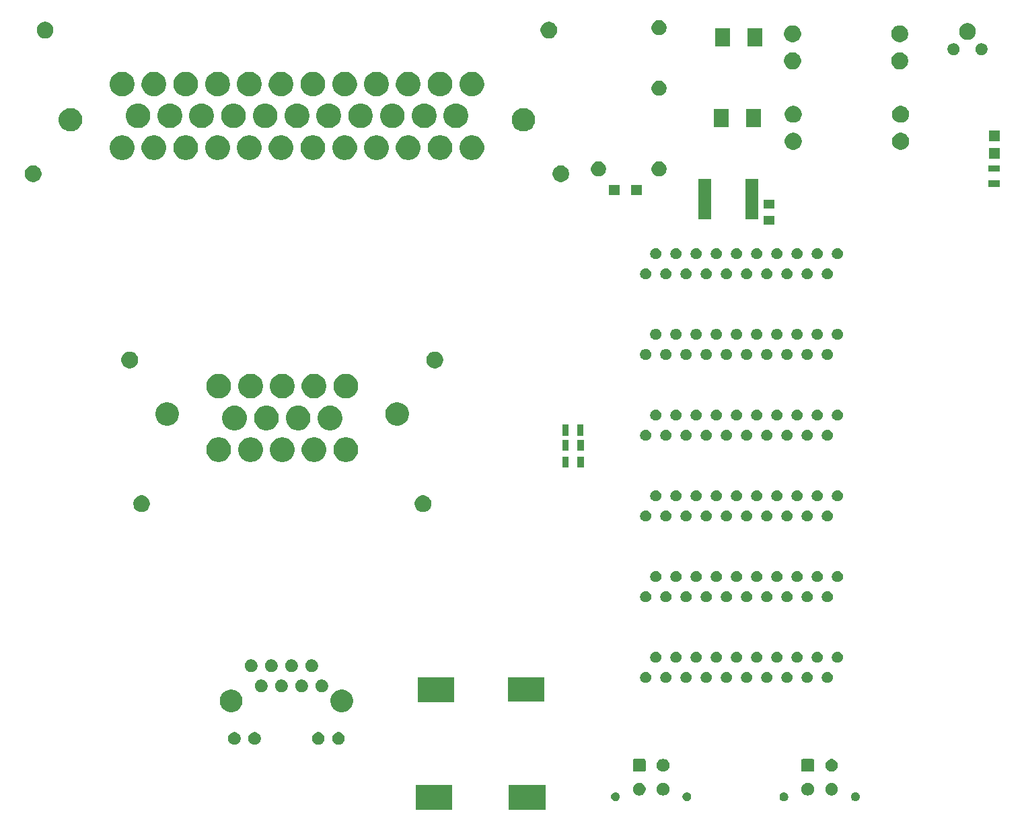
<source format=gts>
G04 #@! TF.GenerationSoftware,KiCad,Pcbnew,5.0.2-bee76a0~70~ubuntu18.04.1*
G04 #@! TF.CreationDate,2020-02-05T16:33:54-05:00*
G04 #@! TF.ProjectId,LV Interface,4c562049-6e74-4657-9266-6163652e6b69,rev?*
G04 #@! TF.SameCoordinates,Original*
G04 #@! TF.FileFunction,Soldermask,Top*
G04 #@! TF.FilePolarity,Negative*
%FSLAX46Y46*%
G04 Gerber Fmt 4.6, Leading zero omitted, Abs format (unit mm)*
G04 Created by KiCad (PCBNEW 5.0.2-bee76a0~70~ubuntu18.04.1) date Wed 05 Feb 2020 04:33:54 PM EST*
%MOMM*%
%LPD*%
G01*
G04 APERTURE LIST*
%ADD10C,0.100000*%
G04 APERTURE END LIST*
D10*
G36*
X73575940Y-117347060D02*
X68973940Y-117347060D01*
X68973940Y-114245060D01*
X73575940Y-114245060D01*
X73575940Y-117347060D01*
X73575940Y-117347060D01*
G37*
G36*
X85318360Y-117314040D02*
X80716360Y-117314040D01*
X80716360Y-114212040D01*
X85318360Y-114212040D01*
X85318360Y-117314040D01*
X85318360Y-117314040D01*
G37*
G36*
X115486621Y-115162554D02*
X115586895Y-115204089D01*
X115677145Y-115264392D01*
X115753888Y-115341135D01*
X115814191Y-115431385D01*
X115855726Y-115531659D01*
X115876900Y-115638110D01*
X115876900Y-115746650D01*
X115855726Y-115853101D01*
X115814191Y-115953375D01*
X115753888Y-116043625D01*
X115677145Y-116120368D01*
X115586895Y-116180671D01*
X115486621Y-116222206D01*
X115380170Y-116243380D01*
X115271630Y-116243380D01*
X115165179Y-116222206D01*
X115064905Y-116180671D01*
X114974655Y-116120368D01*
X114897912Y-116043625D01*
X114837609Y-115953375D01*
X114796074Y-115853101D01*
X114774900Y-115746650D01*
X114774900Y-115638110D01*
X114796074Y-115531659D01*
X114837609Y-115431385D01*
X114897912Y-115341135D01*
X114974655Y-115264392D01*
X115064905Y-115204089D01*
X115165179Y-115162554D01*
X115271630Y-115141380D01*
X115380170Y-115141380D01*
X115486621Y-115162554D01*
X115486621Y-115162554D01*
G37*
G36*
X124486621Y-115162554D02*
X124586895Y-115204089D01*
X124677145Y-115264392D01*
X124753888Y-115341135D01*
X124814191Y-115431385D01*
X124855726Y-115531659D01*
X124876900Y-115638110D01*
X124876900Y-115746650D01*
X124855726Y-115853101D01*
X124814191Y-115953375D01*
X124753888Y-116043625D01*
X124677145Y-116120368D01*
X124586895Y-116180671D01*
X124486621Y-116222206D01*
X124380170Y-116243380D01*
X124271630Y-116243380D01*
X124165179Y-116222206D01*
X124064905Y-116180671D01*
X123974655Y-116120368D01*
X123897912Y-116043625D01*
X123837609Y-115953375D01*
X123796074Y-115853101D01*
X123774900Y-115746650D01*
X123774900Y-115638110D01*
X123796074Y-115531659D01*
X123837609Y-115431385D01*
X123897912Y-115341135D01*
X123974655Y-115264392D01*
X124064905Y-115204089D01*
X124165179Y-115162554D01*
X124271630Y-115141380D01*
X124380170Y-115141380D01*
X124486621Y-115162554D01*
X124486621Y-115162554D01*
G37*
G36*
X94280161Y-115149854D02*
X94380435Y-115191389D01*
X94470685Y-115251692D01*
X94547428Y-115328435D01*
X94607731Y-115418685D01*
X94649266Y-115518959D01*
X94670440Y-115625410D01*
X94670440Y-115733950D01*
X94649266Y-115840401D01*
X94607731Y-115940675D01*
X94547428Y-116030925D01*
X94470685Y-116107668D01*
X94380435Y-116167971D01*
X94280161Y-116209506D01*
X94173710Y-116230680D01*
X94065170Y-116230680D01*
X93958719Y-116209506D01*
X93858445Y-116167971D01*
X93768195Y-116107668D01*
X93691452Y-116030925D01*
X93631149Y-115940675D01*
X93589614Y-115840401D01*
X93568440Y-115733950D01*
X93568440Y-115625410D01*
X93589614Y-115518959D01*
X93631149Y-115418685D01*
X93691452Y-115328435D01*
X93768195Y-115251692D01*
X93858445Y-115191389D01*
X93958719Y-115149854D01*
X94065170Y-115128680D01*
X94173710Y-115128680D01*
X94280161Y-115149854D01*
X94280161Y-115149854D01*
G37*
G36*
X103280161Y-115149854D02*
X103380435Y-115191389D01*
X103470685Y-115251692D01*
X103547428Y-115328435D01*
X103607731Y-115418685D01*
X103649266Y-115518959D01*
X103670440Y-115625410D01*
X103670440Y-115733950D01*
X103649266Y-115840401D01*
X103607731Y-115940675D01*
X103547428Y-116030925D01*
X103470685Y-116107668D01*
X103380435Y-116167971D01*
X103280161Y-116209506D01*
X103173710Y-116230680D01*
X103065170Y-116230680D01*
X102958719Y-116209506D01*
X102858445Y-116167971D01*
X102768195Y-116107668D01*
X102691452Y-116030925D01*
X102631149Y-115940675D01*
X102589614Y-115840401D01*
X102568440Y-115733950D01*
X102568440Y-115625410D01*
X102589614Y-115518959D01*
X102631149Y-115418685D01*
X102691452Y-115328435D01*
X102768195Y-115251692D01*
X102858445Y-115191389D01*
X102958719Y-115149854D01*
X103065170Y-115128680D01*
X103173710Y-115128680D01*
X103280161Y-115149854D01*
X103280161Y-115149854D01*
G37*
G36*
X121559543Y-113982161D02*
X121705315Y-114042542D01*
X121836511Y-114130204D01*
X121948076Y-114241769D01*
X122035738Y-114372965D01*
X122096119Y-114518737D01*
X122126900Y-114673487D01*
X122126900Y-114831273D01*
X122096119Y-114986023D01*
X122035738Y-115131795D01*
X121948076Y-115262991D01*
X121836511Y-115374556D01*
X121705315Y-115462218D01*
X121559543Y-115522599D01*
X121404793Y-115553380D01*
X121247007Y-115553380D01*
X121092257Y-115522599D01*
X120946485Y-115462218D01*
X120815289Y-115374556D01*
X120703724Y-115262991D01*
X120616062Y-115131795D01*
X120555681Y-114986023D01*
X120524900Y-114831273D01*
X120524900Y-114673487D01*
X120555681Y-114518737D01*
X120616062Y-114372965D01*
X120703724Y-114241769D01*
X120815289Y-114130204D01*
X120946485Y-114042542D01*
X121092257Y-113982161D01*
X121247007Y-113951380D01*
X121404793Y-113951380D01*
X121559543Y-113982161D01*
X121559543Y-113982161D01*
G37*
G36*
X118559543Y-113982161D02*
X118705315Y-114042542D01*
X118836511Y-114130204D01*
X118948076Y-114241769D01*
X119035738Y-114372965D01*
X119096119Y-114518737D01*
X119126900Y-114673487D01*
X119126900Y-114831273D01*
X119096119Y-114986023D01*
X119035738Y-115131795D01*
X118948076Y-115262991D01*
X118836511Y-115374556D01*
X118705315Y-115462218D01*
X118559543Y-115522599D01*
X118404793Y-115553380D01*
X118247007Y-115553380D01*
X118092257Y-115522599D01*
X117946485Y-115462218D01*
X117815289Y-115374556D01*
X117703724Y-115262991D01*
X117616062Y-115131795D01*
X117555681Y-114986023D01*
X117524900Y-114831273D01*
X117524900Y-114673487D01*
X117555681Y-114518737D01*
X117616062Y-114372965D01*
X117703724Y-114241769D01*
X117815289Y-114130204D01*
X117946485Y-114042542D01*
X118092257Y-113982161D01*
X118247007Y-113951380D01*
X118404793Y-113951380D01*
X118559543Y-113982161D01*
X118559543Y-113982161D01*
G37*
G36*
X100353083Y-113969461D02*
X100498855Y-114029842D01*
X100630051Y-114117504D01*
X100741616Y-114229069D01*
X100829278Y-114360265D01*
X100889659Y-114506037D01*
X100920440Y-114660787D01*
X100920440Y-114818573D01*
X100889659Y-114973323D01*
X100829278Y-115119095D01*
X100741616Y-115250291D01*
X100630051Y-115361856D01*
X100498855Y-115449518D01*
X100353083Y-115509899D01*
X100198333Y-115540680D01*
X100040547Y-115540680D01*
X99885797Y-115509899D01*
X99740025Y-115449518D01*
X99608829Y-115361856D01*
X99497264Y-115250291D01*
X99409602Y-115119095D01*
X99349221Y-114973323D01*
X99318440Y-114818573D01*
X99318440Y-114660787D01*
X99349221Y-114506037D01*
X99409602Y-114360265D01*
X99497264Y-114229069D01*
X99608829Y-114117504D01*
X99740025Y-114029842D01*
X99885797Y-113969461D01*
X100040547Y-113938680D01*
X100198333Y-113938680D01*
X100353083Y-113969461D01*
X100353083Y-113969461D01*
G37*
G36*
X97353083Y-113969461D02*
X97498855Y-114029842D01*
X97630051Y-114117504D01*
X97741616Y-114229069D01*
X97829278Y-114360265D01*
X97889659Y-114506037D01*
X97920440Y-114660787D01*
X97920440Y-114818573D01*
X97889659Y-114973323D01*
X97829278Y-115119095D01*
X97741616Y-115250291D01*
X97630051Y-115361856D01*
X97498855Y-115449518D01*
X97353083Y-115509899D01*
X97198333Y-115540680D01*
X97040547Y-115540680D01*
X96885797Y-115509899D01*
X96740025Y-115449518D01*
X96608829Y-115361856D01*
X96497264Y-115250291D01*
X96409602Y-115119095D01*
X96349221Y-114973323D01*
X96318440Y-114818573D01*
X96318440Y-114660787D01*
X96349221Y-114506037D01*
X96409602Y-114360265D01*
X96497264Y-114229069D01*
X96608829Y-114117504D01*
X96740025Y-114029842D01*
X96885797Y-113969461D01*
X97040547Y-113938680D01*
X97198333Y-113938680D01*
X97353083Y-113969461D01*
X97353083Y-113969461D01*
G37*
G36*
X118978943Y-110955502D02*
X119013290Y-110965921D01*
X119044935Y-110982836D01*
X119072677Y-111005603D01*
X119095444Y-111033345D01*
X119112359Y-111064990D01*
X119122778Y-111099337D01*
X119126900Y-111141187D01*
X119126900Y-112363573D01*
X119122778Y-112405423D01*
X119112359Y-112439770D01*
X119095444Y-112471415D01*
X119072677Y-112499157D01*
X119044935Y-112521924D01*
X119013290Y-112538839D01*
X118978943Y-112549258D01*
X118937093Y-112553380D01*
X117714707Y-112553380D01*
X117672857Y-112549258D01*
X117638510Y-112538839D01*
X117606865Y-112521924D01*
X117579123Y-112499157D01*
X117556356Y-112471415D01*
X117539441Y-112439770D01*
X117529022Y-112405423D01*
X117524900Y-112363573D01*
X117524900Y-111141187D01*
X117529022Y-111099337D01*
X117539441Y-111064990D01*
X117556356Y-111033345D01*
X117579123Y-111005603D01*
X117606865Y-110982836D01*
X117638510Y-110965921D01*
X117672857Y-110955502D01*
X117714707Y-110951380D01*
X118937093Y-110951380D01*
X118978943Y-110955502D01*
X118978943Y-110955502D01*
G37*
G36*
X121559543Y-110982161D02*
X121705315Y-111042542D01*
X121836511Y-111130204D01*
X121948076Y-111241769D01*
X122035738Y-111372965D01*
X122096119Y-111518737D01*
X122126900Y-111673487D01*
X122126900Y-111831273D01*
X122096119Y-111986023D01*
X122035738Y-112131795D01*
X121948076Y-112262991D01*
X121836511Y-112374556D01*
X121705315Y-112462218D01*
X121559543Y-112522599D01*
X121404793Y-112553380D01*
X121247007Y-112553380D01*
X121092257Y-112522599D01*
X120946485Y-112462218D01*
X120815289Y-112374556D01*
X120703724Y-112262991D01*
X120616062Y-112131795D01*
X120555681Y-111986023D01*
X120524900Y-111831273D01*
X120524900Y-111673487D01*
X120555681Y-111518737D01*
X120616062Y-111372965D01*
X120703724Y-111241769D01*
X120815289Y-111130204D01*
X120946485Y-111042542D01*
X121092257Y-110982161D01*
X121247007Y-110951380D01*
X121404793Y-110951380D01*
X121559543Y-110982161D01*
X121559543Y-110982161D01*
G37*
G36*
X100353083Y-110969461D02*
X100498855Y-111029842D01*
X100630051Y-111117504D01*
X100741616Y-111229069D01*
X100829278Y-111360265D01*
X100889659Y-111506037D01*
X100920440Y-111660787D01*
X100920440Y-111818573D01*
X100889659Y-111973323D01*
X100829278Y-112119095D01*
X100741616Y-112250291D01*
X100630051Y-112361856D01*
X100498855Y-112449518D01*
X100353083Y-112509899D01*
X100198333Y-112540680D01*
X100040547Y-112540680D01*
X99885797Y-112509899D01*
X99740025Y-112449518D01*
X99608829Y-112361856D01*
X99497264Y-112250291D01*
X99409602Y-112119095D01*
X99349221Y-111973323D01*
X99318440Y-111818573D01*
X99318440Y-111660787D01*
X99349221Y-111506037D01*
X99409602Y-111360265D01*
X99497264Y-111229069D01*
X99608829Y-111117504D01*
X99740025Y-111029842D01*
X99885797Y-110969461D01*
X100040547Y-110938680D01*
X100198333Y-110938680D01*
X100353083Y-110969461D01*
X100353083Y-110969461D01*
G37*
G36*
X97772483Y-110942802D02*
X97806830Y-110953221D01*
X97838475Y-110970136D01*
X97866217Y-110992903D01*
X97888984Y-111020645D01*
X97905899Y-111052290D01*
X97916318Y-111086637D01*
X97920440Y-111128487D01*
X97920440Y-112350873D01*
X97916318Y-112392723D01*
X97905899Y-112427070D01*
X97888984Y-112458715D01*
X97866217Y-112486457D01*
X97838475Y-112509224D01*
X97806830Y-112526139D01*
X97772483Y-112536558D01*
X97730633Y-112540680D01*
X96508247Y-112540680D01*
X96466397Y-112536558D01*
X96432050Y-112526139D01*
X96400405Y-112509224D01*
X96372663Y-112486457D01*
X96349896Y-112458715D01*
X96332981Y-112427070D01*
X96322562Y-112392723D01*
X96318440Y-112350873D01*
X96318440Y-111128487D01*
X96322562Y-111086637D01*
X96332981Y-111052290D01*
X96349896Y-111020645D01*
X96372663Y-110992903D01*
X96400405Y-110970136D01*
X96432050Y-110953221D01*
X96466397Y-110942802D01*
X96508247Y-110938680D01*
X97730633Y-110938680D01*
X97772483Y-110942802D01*
X97772483Y-110942802D01*
G37*
G36*
X48942003Y-107593801D02*
X49087775Y-107654182D01*
X49218971Y-107741844D01*
X49330536Y-107853409D01*
X49418198Y-107984605D01*
X49478579Y-108130377D01*
X49509360Y-108285127D01*
X49509360Y-108442913D01*
X49478579Y-108597663D01*
X49418198Y-108743435D01*
X49330536Y-108874631D01*
X49218971Y-108986196D01*
X49087775Y-109073858D01*
X48942003Y-109134239D01*
X48787253Y-109165020D01*
X48629467Y-109165020D01*
X48474717Y-109134239D01*
X48328945Y-109073858D01*
X48197749Y-108986196D01*
X48086184Y-108874631D01*
X47998522Y-108743435D01*
X47938141Y-108597663D01*
X47907360Y-108442913D01*
X47907360Y-108285127D01*
X47938141Y-108130377D01*
X47998522Y-107984605D01*
X48086184Y-107853409D01*
X48197749Y-107741844D01*
X48328945Y-107654182D01*
X48474717Y-107593801D01*
X48629467Y-107563020D01*
X48787253Y-107563020D01*
X48942003Y-107593801D01*
X48942003Y-107593801D01*
G37*
G36*
X56962003Y-107593801D02*
X57107775Y-107654182D01*
X57238971Y-107741844D01*
X57350536Y-107853409D01*
X57438198Y-107984605D01*
X57498579Y-108130377D01*
X57529360Y-108285127D01*
X57529360Y-108442913D01*
X57498579Y-108597663D01*
X57438198Y-108743435D01*
X57350536Y-108874631D01*
X57238971Y-108986196D01*
X57107775Y-109073858D01*
X56962003Y-109134239D01*
X56807253Y-109165020D01*
X56649467Y-109165020D01*
X56494717Y-109134239D01*
X56348945Y-109073858D01*
X56217749Y-108986196D01*
X56106184Y-108874631D01*
X56018522Y-108743435D01*
X55958141Y-108597663D01*
X55927360Y-108442913D01*
X55927360Y-108285127D01*
X55958141Y-108130377D01*
X56018522Y-107984605D01*
X56106184Y-107853409D01*
X56217749Y-107741844D01*
X56348945Y-107654182D01*
X56494717Y-107593801D01*
X56649467Y-107563020D01*
X56807253Y-107563020D01*
X56962003Y-107593801D01*
X56962003Y-107593801D01*
G37*
G36*
X46402003Y-107593801D02*
X46547775Y-107654182D01*
X46678971Y-107741844D01*
X46790536Y-107853409D01*
X46878198Y-107984605D01*
X46938579Y-108130377D01*
X46969360Y-108285127D01*
X46969360Y-108442913D01*
X46938579Y-108597663D01*
X46878198Y-108743435D01*
X46790536Y-108874631D01*
X46678971Y-108986196D01*
X46547775Y-109073858D01*
X46402003Y-109134239D01*
X46247253Y-109165020D01*
X46089467Y-109165020D01*
X45934717Y-109134239D01*
X45788945Y-109073858D01*
X45657749Y-108986196D01*
X45546184Y-108874631D01*
X45458522Y-108743435D01*
X45398141Y-108597663D01*
X45367360Y-108442913D01*
X45367360Y-108285127D01*
X45398141Y-108130377D01*
X45458522Y-107984605D01*
X45546184Y-107853409D01*
X45657749Y-107741844D01*
X45788945Y-107654182D01*
X45934717Y-107593801D01*
X46089467Y-107563020D01*
X46247253Y-107563020D01*
X46402003Y-107593801D01*
X46402003Y-107593801D01*
G37*
G36*
X59502003Y-107593801D02*
X59647775Y-107654182D01*
X59778971Y-107741844D01*
X59890536Y-107853409D01*
X59978198Y-107984605D01*
X60038579Y-108130377D01*
X60069360Y-108285127D01*
X60069360Y-108442913D01*
X60038579Y-108597663D01*
X59978198Y-108743435D01*
X59890536Y-108874631D01*
X59778971Y-108986196D01*
X59647775Y-109073858D01*
X59502003Y-109134239D01*
X59347253Y-109165020D01*
X59189467Y-109165020D01*
X59034717Y-109134239D01*
X58888945Y-109073858D01*
X58757749Y-108986196D01*
X58646184Y-108874631D01*
X58558522Y-108743435D01*
X58498141Y-108597663D01*
X58467360Y-108442913D01*
X58467360Y-108285127D01*
X58498141Y-108130377D01*
X58558522Y-107984605D01*
X58646184Y-107853409D01*
X58757749Y-107741844D01*
X58888945Y-107654182D01*
X59034717Y-107593801D01*
X59189467Y-107563020D01*
X59347253Y-107563020D01*
X59502003Y-107593801D01*
X59502003Y-107593801D01*
G37*
G36*
X60084309Y-102242820D02*
X60343823Y-102350314D01*
X60577385Y-102506375D01*
X60776005Y-102704995D01*
X60932066Y-102938557D01*
X61039560Y-103198071D01*
X61094360Y-103473570D01*
X61094360Y-103754470D01*
X61039560Y-104029969D01*
X60932066Y-104289483D01*
X60776005Y-104523045D01*
X60577385Y-104721665D01*
X60343823Y-104877726D01*
X60084309Y-104985220D01*
X59808810Y-105040020D01*
X59527910Y-105040020D01*
X59252411Y-104985220D01*
X58992897Y-104877726D01*
X58759335Y-104721665D01*
X58560715Y-104523045D01*
X58404654Y-104289483D01*
X58297160Y-104029969D01*
X58242360Y-103754470D01*
X58242360Y-103473570D01*
X58297160Y-103198071D01*
X58404654Y-102938557D01*
X58560715Y-102704995D01*
X58759335Y-102506375D01*
X58992897Y-102350314D01*
X59252411Y-102242820D01*
X59527910Y-102188020D01*
X59808810Y-102188020D01*
X60084309Y-102242820D01*
X60084309Y-102242820D01*
G37*
G36*
X46184309Y-102242820D02*
X46443823Y-102350314D01*
X46677385Y-102506375D01*
X46876005Y-102704995D01*
X47032066Y-102938557D01*
X47139560Y-103198071D01*
X47194360Y-103473570D01*
X47194360Y-103754470D01*
X47139560Y-104029969D01*
X47032066Y-104289483D01*
X46876005Y-104523045D01*
X46677385Y-104721665D01*
X46443823Y-104877726D01*
X46184309Y-104985220D01*
X45908810Y-105040020D01*
X45627910Y-105040020D01*
X45352411Y-104985220D01*
X45092897Y-104877726D01*
X44859335Y-104721665D01*
X44660715Y-104523045D01*
X44504654Y-104289483D01*
X44397160Y-104029969D01*
X44342360Y-103754470D01*
X44342360Y-103473570D01*
X44397160Y-103198071D01*
X44504654Y-102938557D01*
X44660715Y-102704995D01*
X44859335Y-102506375D01*
X45092897Y-102350314D01*
X45352411Y-102242820D01*
X45627910Y-102188020D01*
X45908810Y-102188020D01*
X46184309Y-102242820D01*
X46184309Y-102242820D01*
G37*
G36*
X73862960Y-103808860D02*
X69260960Y-103808860D01*
X69260960Y-100706860D01*
X73862960Y-100706860D01*
X73862960Y-103808860D01*
X73862960Y-103808860D01*
G37*
G36*
X85201520Y-103735200D02*
X80599520Y-103735200D01*
X80599520Y-100633200D01*
X85201520Y-100633200D01*
X85201520Y-103735200D01*
X85201520Y-103735200D01*
G37*
G36*
X54862003Y-100963801D02*
X55007775Y-101024182D01*
X55138971Y-101111844D01*
X55250536Y-101223409D01*
X55338198Y-101354605D01*
X55398579Y-101500377D01*
X55429360Y-101655127D01*
X55429360Y-101812913D01*
X55398579Y-101967663D01*
X55338198Y-102113435D01*
X55250536Y-102244631D01*
X55138971Y-102356196D01*
X55007775Y-102443858D01*
X54862003Y-102504239D01*
X54707253Y-102535020D01*
X54549467Y-102535020D01*
X54394717Y-102504239D01*
X54248945Y-102443858D01*
X54117749Y-102356196D01*
X54006184Y-102244631D01*
X53918522Y-102113435D01*
X53858141Y-101967663D01*
X53827360Y-101812913D01*
X53827360Y-101655127D01*
X53858141Y-101500377D01*
X53918522Y-101354605D01*
X54006184Y-101223409D01*
X54117749Y-101111844D01*
X54248945Y-101024182D01*
X54394717Y-100963801D01*
X54549467Y-100933020D01*
X54707253Y-100933020D01*
X54862003Y-100963801D01*
X54862003Y-100963801D01*
G37*
G36*
X57402003Y-100963801D02*
X57547775Y-101024182D01*
X57678971Y-101111844D01*
X57790536Y-101223409D01*
X57878198Y-101354605D01*
X57938579Y-101500377D01*
X57969360Y-101655127D01*
X57969360Y-101812913D01*
X57938579Y-101967663D01*
X57878198Y-102113435D01*
X57790536Y-102244631D01*
X57678971Y-102356196D01*
X57547775Y-102443858D01*
X57402003Y-102504239D01*
X57247253Y-102535020D01*
X57089467Y-102535020D01*
X56934717Y-102504239D01*
X56788945Y-102443858D01*
X56657749Y-102356196D01*
X56546184Y-102244631D01*
X56458522Y-102113435D01*
X56398141Y-101967663D01*
X56367360Y-101812913D01*
X56367360Y-101655127D01*
X56398141Y-101500377D01*
X56458522Y-101354605D01*
X56546184Y-101223409D01*
X56657749Y-101111844D01*
X56788945Y-101024182D01*
X56934717Y-100963801D01*
X57089467Y-100933020D01*
X57247253Y-100933020D01*
X57402003Y-100963801D01*
X57402003Y-100963801D01*
G37*
G36*
X52322003Y-100963801D02*
X52467775Y-101024182D01*
X52598971Y-101111844D01*
X52710536Y-101223409D01*
X52798198Y-101354605D01*
X52858579Y-101500377D01*
X52889360Y-101655127D01*
X52889360Y-101812913D01*
X52858579Y-101967663D01*
X52798198Y-102113435D01*
X52710536Y-102244631D01*
X52598971Y-102356196D01*
X52467775Y-102443858D01*
X52322003Y-102504239D01*
X52167253Y-102535020D01*
X52009467Y-102535020D01*
X51854717Y-102504239D01*
X51708945Y-102443858D01*
X51577749Y-102356196D01*
X51466184Y-102244631D01*
X51378522Y-102113435D01*
X51318141Y-101967663D01*
X51287360Y-101812913D01*
X51287360Y-101655127D01*
X51318141Y-101500377D01*
X51378522Y-101354605D01*
X51466184Y-101223409D01*
X51577749Y-101111844D01*
X51708945Y-101024182D01*
X51854717Y-100963801D01*
X52009467Y-100933020D01*
X52167253Y-100933020D01*
X52322003Y-100963801D01*
X52322003Y-100963801D01*
G37*
G36*
X49782003Y-100963801D02*
X49927775Y-101024182D01*
X50058971Y-101111844D01*
X50170536Y-101223409D01*
X50258198Y-101354605D01*
X50318579Y-101500377D01*
X50349360Y-101655127D01*
X50349360Y-101812913D01*
X50318579Y-101967663D01*
X50258198Y-102113435D01*
X50170536Y-102244631D01*
X50058971Y-102356196D01*
X49927775Y-102443858D01*
X49782003Y-102504239D01*
X49627253Y-102535020D01*
X49469467Y-102535020D01*
X49314717Y-102504239D01*
X49168945Y-102443858D01*
X49037749Y-102356196D01*
X48926184Y-102244631D01*
X48838522Y-102113435D01*
X48778141Y-101967663D01*
X48747360Y-101812913D01*
X48747360Y-101655127D01*
X48778141Y-101500377D01*
X48838522Y-101354605D01*
X48926184Y-101223409D01*
X49037749Y-101111844D01*
X49168945Y-101024182D01*
X49314717Y-100963801D01*
X49469467Y-100933020D01*
X49627253Y-100933020D01*
X49782003Y-100963801D01*
X49782003Y-100963801D01*
G37*
G36*
X103224332Y-99998838D02*
X103351909Y-100051682D01*
X103466725Y-100128400D01*
X103564360Y-100226035D01*
X103641078Y-100340851D01*
X103693922Y-100468428D01*
X103720860Y-100603856D01*
X103720860Y-100741944D01*
X103693922Y-100877372D01*
X103641078Y-101004949D01*
X103564360Y-101119765D01*
X103466725Y-101217400D01*
X103351909Y-101294118D01*
X103224332Y-101346962D01*
X103088904Y-101373900D01*
X102950816Y-101373900D01*
X102815388Y-101346962D01*
X102687811Y-101294118D01*
X102572995Y-101217400D01*
X102475360Y-101119765D01*
X102398642Y-101004949D01*
X102345798Y-100877372D01*
X102318860Y-100741944D01*
X102318860Y-100603856D01*
X102345798Y-100468428D01*
X102398642Y-100340851D01*
X102475360Y-100226035D01*
X102572995Y-100128400D01*
X102687811Y-100051682D01*
X102815388Y-99998838D01*
X102950816Y-99971900D01*
X103088904Y-99971900D01*
X103224332Y-99998838D01*
X103224332Y-99998838D01*
G37*
G36*
X98144332Y-99998838D02*
X98271909Y-100051682D01*
X98386725Y-100128400D01*
X98484360Y-100226035D01*
X98561078Y-100340851D01*
X98613922Y-100468428D01*
X98640860Y-100603856D01*
X98640860Y-100741944D01*
X98613922Y-100877372D01*
X98561078Y-101004949D01*
X98484360Y-101119765D01*
X98386725Y-101217400D01*
X98271909Y-101294118D01*
X98144332Y-101346962D01*
X98008904Y-101373900D01*
X97870816Y-101373900D01*
X97735388Y-101346962D01*
X97607811Y-101294118D01*
X97492995Y-101217400D01*
X97395360Y-101119765D01*
X97318642Y-101004949D01*
X97265798Y-100877372D01*
X97238860Y-100741944D01*
X97238860Y-100603856D01*
X97265798Y-100468428D01*
X97318642Y-100340851D01*
X97395360Y-100226035D01*
X97492995Y-100128400D01*
X97607811Y-100051682D01*
X97735388Y-99998838D01*
X97870816Y-99971900D01*
X98008904Y-99971900D01*
X98144332Y-99998838D01*
X98144332Y-99998838D01*
G37*
G36*
X100684332Y-99998838D02*
X100811909Y-100051682D01*
X100926725Y-100128400D01*
X101024360Y-100226035D01*
X101101078Y-100340851D01*
X101153922Y-100468428D01*
X101180860Y-100603856D01*
X101180860Y-100741944D01*
X101153922Y-100877372D01*
X101101078Y-101004949D01*
X101024360Y-101119765D01*
X100926725Y-101217400D01*
X100811909Y-101294118D01*
X100684332Y-101346962D01*
X100548904Y-101373900D01*
X100410816Y-101373900D01*
X100275388Y-101346962D01*
X100147811Y-101294118D01*
X100032995Y-101217400D01*
X99935360Y-101119765D01*
X99858642Y-101004949D01*
X99805798Y-100877372D01*
X99778860Y-100741944D01*
X99778860Y-100603856D01*
X99805798Y-100468428D01*
X99858642Y-100340851D01*
X99935360Y-100226035D01*
X100032995Y-100128400D01*
X100147811Y-100051682D01*
X100275388Y-99998838D01*
X100410816Y-99971900D01*
X100548904Y-99971900D01*
X100684332Y-99998838D01*
X100684332Y-99998838D01*
G37*
G36*
X105764332Y-99998838D02*
X105891909Y-100051682D01*
X106006725Y-100128400D01*
X106104360Y-100226035D01*
X106181078Y-100340851D01*
X106233922Y-100468428D01*
X106260860Y-100603856D01*
X106260860Y-100741944D01*
X106233922Y-100877372D01*
X106181078Y-101004949D01*
X106104360Y-101119765D01*
X106006725Y-101217400D01*
X105891909Y-101294118D01*
X105764332Y-101346962D01*
X105628904Y-101373900D01*
X105490816Y-101373900D01*
X105355388Y-101346962D01*
X105227811Y-101294118D01*
X105112995Y-101217400D01*
X105015360Y-101119765D01*
X104938642Y-101004949D01*
X104885798Y-100877372D01*
X104858860Y-100741944D01*
X104858860Y-100603856D01*
X104885798Y-100468428D01*
X104938642Y-100340851D01*
X105015360Y-100226035D01*
X105112995Y-100128400D01*
X105227811Y-100051682D01*
X105355388Y-99998838D01*
X105490816Y-99971900D01*
X105628904Y-99971900D01*
X105764332Y-99998838D01*
X105764332Y-99998838D01*
G37*
G36*
X108304332Y-99998838D02*
X108431909Y-100051682D01*
X108546725Y-100128400D01*
X108644360Y-100226035D01*
X108721078Y-100340851D01*
X108773922Y-100468428D01*
X108800860Y-100603856D01*
X108800860Y-100741944D01*
X108773922Y-100877372D01*
X108721078Y-101004949D01*
X108644360Y-101119765D01*
X108546725Y-101217400D01*
X108431909Y-101294118D01*
X108304332Y-101346962D01*
X108168904Y-101373900D01*
X108030816Y-101373900D01*
X107895388Y-101346962D01*
X107767811Y-101294118D01*
X107652995Y-101217400D01*
X107555360Y-101119765D01*
X107478642Y-101004949D01*
X107425798Y-100877372D01*
X107398860Y-100741944D01*
X107398860Y-100603856D01*
X107425798Y-100468428D01*
X107478642Y-100340851D01*
X107555360Y-100226035D01*
X107652995Y-100128400D01*
X107767811Y-100051682D01*
X107895388Y-99998838D01*
X108030816Y-99971900D01*
X108168904Y-99971900D01*
X108304332Y-99998838D01*
X108304332Y-99998838D01*
G37*
G36*
X113384332Y-99998838D02*
X113511909Y-100051682D01*
X113626725Y-100128400D01*
X113724360Y-100226035D01*
X113801078Y-100340851D01*
X113853922Y-100468428D01*
X113880860Y-100603856D01*
X113880860Y-100741944D01*
X113853922Y-100877372D01*
X113801078Y-101004949D01*
X113724360Y-101119765D01*
X113626725Y-101217400D01*
X113511909Y-101294118D01*
X113384332Y-101346962D01*
X113248904Y-101373900D01*
X113110816Y-101373900D01*
X112975388Y-101346962D01*
X112847811Y-101294118D01*
X112732995Y-101217400D01*
X112635360Y-101119765D01*
X112558642Y-101004949D01*
X112505798Y-100877372D01*
X112478860Y-100741944D01*
X112478860Y-100603856D01*
X112505798Y-100468428D01*
X112558642Y-100340851D01*
X112635360Y-100226035D01*
X112732995Y-100128400D01*
X112847811Y-100051682D01*
X112975388Y-99998838D01*
X113110816Y-99971900D01*
X113248904Y-99971900D01*
X113384332Y-99998838D01*
X113384332Y-99998838D01*
G37*
G36*
X121004332Y-99998838D02*
X121131909Y-100051682D01*
X121246725Y-100128400D01*
X121344360Y-100226035D01*
X121421078Y-100340851D01*
X121473922Y-100468428D01*
X121500860Y-100603856D01*
X121500860Y-100741944D01*
X121473922Y-100877372D01*
X121421078Y-101004949D01*
X121344360Y-101119765D01*
X121246725Y-101217400D01*
X121131909Y-101294118D01*
X121004332Y-101346962D01*
X120868904Y-101373900D01*
X120730816Y-101373900D01*
X120595388Y-101346962D01*
X120467811Y-101294118D01*
X120352995Y-101217400D01*
X120255360Y-101119765D01*
X120178642Y-101004949D01*
X120125798Y-100877372D01*
X120098860Y-100741944D01*
X120098860Y-100603856D01*
X120125798Y-100468428D01*
X120178642Y-100340851D01*
X120255360Y-100226035D01*
X120352995Y-100128400D01*
X120467811Y-100051682D01*
X120595388Y-99998838D01*
X120730816Y-99971900D01*
X120868904Y-99971900D01*
X121004332Y-99998838D01*
X121004332Y-99998838D01*
G37*
G36*
X115924332Y-99998838D02*
X116051909Y-100051682D01*
X116166725Y-100128400D01*
X116264360Y-100226035D01*
X116341078Y-100340851D01*
X116393922Y-100468428D01*
X116420860Y-100603856D01*
X116420860Y-100741944D01*
X116393922Y-100877372D01*
X116341078Y-101004949D01*
X116264360Y-101119765D01*
X116166725Y-101217400D01*
X116051909Y-101294118D01*
X115924332Y-101346962D01*
X115788904Y-101373900D01*
X115650816Y-101373900D01*
X115515388Y-101346962D01*
X115387811Y-101294118D01*
X115272995Y-101217400D01*
X115175360Y-101119765D01*
X115098642Y-101004949D01*
X115045798Y-100877372D01*
X115018860Y-100741944D01*
X115018860Y-100603856D01*
X115045798Y-100468428D01*
X115098642Y-100340851D01*
X115175360Y-100226035D01*
X115272995Y-100128400D01*
X115387811Y-100051682D01*
X115515388Y-99998838D01*
X115650816Y-99971900D01*
X115788904Y-99971900D01*
X115924332Y-99998838D01*
X115924332Y-99998838D01*
G37*
G36*
X118464332Y-99998838D02*
X118591909Y-100051682D01*
X118706725Y-100128400D01*
X118804360Y-100226035D01*
X118881078Y-100340851D01*
X118933922Y-100468428D01*
X118960860Y-100603856D01*
X118960860Y-100741944D01*
X118933922Y-100877372D01*
X118881078Y-101004949D01*
X118804360Y-101119765D01*
X118706725Y-101217400D01*
X118591909Y-101294118D01*
X118464332Y-101346962D01*
X118328904Y-101373900D01*
X118190816Y-101373900D01*
X118055388Y-101346962D01*
X117927811Y-101294118D01*
X117812995Y-101217400D01*
X117715360Y-101119765D01*
X117638642Y-101004949D01*
X117585798Y-100877372D01*
X117558860Y-100741944D01*
X117558860Y-100603856D01*
X117585798Y-100468428D01*
X117638642Y-100340851D01*
X117715360Y-100226035D01*
X117812995Y-100128400D01*
X117927811Y-100051682D01*
X118055388Y-99998838D01*
X118190816Y-99971900D01*
X118328904Y-99971900D01*
X118464332Y-99998838D01*
X118464332Y-99998838D01*
G37*
G36*
X110844332Y-99998838D02*
X110971909Y-100051682D01*
X111086725Y-100128400D01*
X111184360Y-100226035D01*
X111261078Y-100340851D01*
X111313922Y-100468428D01*
X111340860Y-100603856D01*
X111340860Y-100741944D01*
X111313922Y-100877372D01*
X111261078Y-101004949D01*
X111184360Y-101119765D01*
X111086725Y-101217400D01*
X110971909Y-101294118D01*
X110844332Y-101346962D01*
X110708904Y-101373900D01*
X110570816Y-101373900D01*
X110435388Y-101346962D01*
X110307811Y-101294118D01*
X110192995Y-101217400D01*
X110095360Y-101119765D01*
X110018642Y-101004949D01*
X109965798Y-100877372D01*
X109938860Y-100741944D01*
X109938860Y-100603856D01*
X109965798Y-100468428D01*
X110018642Y-100340851D01*
X110095360Y-100226035D01*
X110192995Y-100128400D01*
X110307811Y-100051682D01*
X110435388Y-99998838D01*
X110570816Y-99971900D01*
X110708904Y-99971900D01*
X110844332Y-99998838D01*
X110844332Y-99998838D01*
G37*
G36*
X51052003Y-98423801D02*
X51197775Y-98484182D01*
X51328971Y-98571844D01*
X51440536Y-98683409D01*
X51528198Y-98814605D01*
X51588579Y-98960377D01*
X51619360Y-99115127D01*
X51619360Y-99272913D01*
X51588579Y-99427663D01*
X51528198Y-99573435D01*
X51440536Y-99704631D01*
X51328971Y-99816196D01*
X51197775Y-99903858D01*
X51052003Y-99964239D01*
X50897253Y-99995020D01*
X50739467Y-99995020D01*
X50584717Y-99964239D01*
X50438945Y-99903858D01*
X50307749Y-99816196D01*
X50196184Y-99704631D01*
X50108522Y-99573435D01*
X50048141Y-99427663D01*
X50017360Y-99272913D01*
X50017360Y-99115127D01*
X50048141Y-98960377D01*
X50108522Y-98814605D01*
X50196184Y-98683409D01*
X50307749Y-98571844D01*
X50438945Y-98484182D01*
X50584717Y-98423801D01*
X50739467Y-98393020D01*
X50897253Y-98393020D01*
X51052003Y-98423801D01*
X51052003Y-98423801D01*
G37*
G36*
X48512003Y-98423801D02*
X48657775Y-98484182D01*
X48788971Y-98571844D01*
X48900536Y-98683409D01*
X48988198Y-98814605D01*
X49048579Y-98960377D01*
X49079360Y-99115127D01*
X49079360Y-99272913D01*
X49048579Y-99427663D01*
X48988198Y-99573435D01*
X48900536Y-99704631D01*
X48788971Y-99816196D01*
X48657775Y-99903858D01*
X48512003Y-99964239D01*
X48357253Y-99995020D01*
X48199467Y-99995020D01*
X48044717Y-99964239D01*
X47898945Y-99903858D01*
X47767749Y-99816196D01*
X47656184Y-99704631D01*
X47568522Y-99573435D01*
X47508141Y-99427663D01*
X47477360Y-99272913D01*
X47477360Y-99115127D01*
X47508141Y-98960377D01*
X47568522Y-98814605D01*
X47656184Y-98683409D01*
X47767749Y-98571844D01*
X47898945Y-98484182D01*
X48044717Y-98423801D01*
X48199467Y-98393020D01*
X48357253Y-98393020D01*
X48512003Y-98423801D01*
X48512003Y-98423801D01*
G37*
G36*
X53592003Y-98423801D02*
X53737775Y-98484182D01*
X53868971Y-98571844D01*
X53980536Y-98683409D01*
X54068198Y-98814605D01*
X54128579Y-98960377D01*
X54159360Y-99115127D01*
X54159360Y-99272913D01*
X54128579Y-99427663D01*
X54068198Y-99573435D01*
X53980536Y-99704631D01*
X53868971Y-99816196D01*
X53737775Y-99903858D01*
X53592003Y-99964239D01*
X53437253Y-99995020D01*
X53279467Y-99995020D01*
X53124717Y-99964239D01*
X52978945Y-99903858D01*
X52847749Y-99816196D01*
X52736184Y-99704631D01*
X52648522Y-99573435D01*
X52588141Y-99427663D01*
X52557360Y-99272913D01*
X52557360Y-99115127D01*
X52588141Y-98960377D01*
X52648522Y-98814605D01*
X52736184Y-98683409D01*
X52847749Y-98571844D01*
X52978945Y-98484182D01*
X53124717Y-98423801D01*
X53279467Y-98393020D01*
X53437253Y-98393020D01*
X53592003Y-98423801D01*
X53592003Y-98423801D01*
G37*
G36*
X56132003Y-98423801D02*
X56277775Y-98484182D01*
X56408971Y-98571844D01*
X56520536Y-98683409D01*
X56608198Y-98814605D01*
X56668579Y-98960377D01*
X56699360Y-99115127D01*
X56699360Y-99272913D01*
X56668579Y-99427663D01*
X56608198Y-99573435D01*
X56520536Y-99704631D01*
X56408971Y-99816196D01*
X56277775Y-99903858D01*
X56132003Y-99964239D01*
X55977253Y-99995020D01*
X55819467Y-99995020D01*
X55664717Y-99964239D01*
X55518945Y-99903858D01*
X55387749Y-99816196D01*
X55276184Y-99704631D01*
X55188522Y-99573435D01*
X55128141Y-99427663D01*
X55097360Y-99272913D01*
X55097360Y-99115127D01*
X55128141Y-98960377D01*
X55188522Y-98814605D01*
X55276184Y-98683409D01*
X55387749Y-98571844D01*
X55518945Y-98484182D01*
X55664717Y-98423801D01*
X55819467Y-98393020D01*
X55977253Y-98393020D01*
X56132003Y-98423801D01*
X56132003Y-98423801D01*
G37*
G36*
X109574332Y-97458838D02*
X109701909Y-97511682D01*
X109816725Y-97588400D01*
X109914360Y-97686035D01*
X109991078Y-97800851D01*
X110043922Y-97928428D01*
X110070860Y-98063856D01*
X110070860Y-98201944D01*
X110043922Y-98337372D01*
X109991078Y-98464949D01*
X109914360Y-98579765D01*
X109816725Y-98677400D01*
X109701909Y-98754118D01*
X109574332Y-98806962D01*
X109438904Y-98833900D01*
X109300816Y-98833900D01*
X109165388Y-98806962D01*
X109037811Y-98754118D01*
X108922995Y-98677400D01*
X108825360Y-98579765D01*
X108748642Y-98464949D01*
X108695798Y-98337372D01*
X108668860Y-98201944D01*
X108668860Y-98063856D01*
X108695798Y-97928428D01*
X108748642Y-97800851D01*
X108825360Y-97686035D01*
X108922995Y-97588400D01*
X109037811Y-97511682D01*
X109165388Y-97458838D01*
X109300816Y-97431900D01*
X109438904Y-97431900D01*
X109574332Y-97458838D01*
X109574332Y-97458838D01*
G37*
G36*
X107034332Y-97458838D02*
X107161909Y-97511682D01*
X107276725Y-97588400D01*
X107374360Y-97686035D01*
X107451078Y-97800851D01*
X107503922Y-97928428D01*
X107530860Y-98063856D01*
X107530860Y-98201944D01*
X107503922Y-98337372D01*
X107451078Y-98464949D01*
X107374360Y-98579765D01*
X107276725Y-98677400D01*
X107161909Y-98754118D01*
X107034332Y-98806962D01*
X106898904Y-98833900D01*
X106760816Y-98833900D01*
X106625388Y-98806962D01*
X106497811Y-98754118D01*
X106382995Y-98677400D01*
X106285360Y-98579765D01*
X106208642Y-98464949D01*
X106155798Y-98337372D01*
X106128860Y-98201944D01*
X106128860Y-98063856D01*
X106155798Y-97928428D01*
X106208642Y-97800851D01*
X106285360Y-97686035D01*
X106382995Y-97588400D01*
X106497811Y-97511682D01*
X106625388Y-97458838D01*
X106760816Y-97431900D01*
X106898904Y-97431900D01*
X107034332Y-97458838D01*
X107034332Y-97458838D01*
G37*
G36*
X112114332Y-97458838D02*
X112241909Y-97511682D01*
X112356725Y-97588400D01*
X112454360Y-97686035D01*
X112531078Y-97800851D01*
X112583922Y-97928428D01*
X112610860Y-98063856D01*
X112610860Y-98201944D01*
X112583922Y-98337372D01*
X112531078Y-98464949D01*
X112454360Y-98579765D01*
X112356725Y-98677400D01*
X112241909Y-98754118D01*
X112114332Y-98806962D01*
X111978904Y-98833900D01*
X111840816Y-98833900D01*
X111705388Y-98806962D01*
X111577811Y-98754118D01*
X111462995Y-98677400D01*
X111365360Y-98579765D01*
X111288642Y-98464949D01*
X111235798Y-98337372D01*
X111208860Y-98201944D01*
X111208860Y-98063856D01*
X111235798Y-97928428D01*
X111288642Y-97800851D01*
X111365360Y-97686035D01*
X111462995Y-97588400D01*
X111577811Y-97511682D01*
X111705388Y-97458838D01*
X111840816Y-97431900D01*
X111978904Y-97431900D01*
X112114332Y-97458838D01*
X112114332Y-97458838D01*
G37*
G36*
X104494332Y-97458838D02*
X104621909Y-97511682D01*
X104736725Y-97588400D01*
X104834360Y-97686035D01*
X104911078Y-97800851D01*
X104963922Y-97928428D01*
X104990860Y-98063856D01*
X104990860Y-98201944D01*
X104963922Y-98337372D01*
X104911078Y-98464949D01*
X104834360Y-98579765D01*
X104736725Y-98677400D01*
X104621909Y-98754118D01*
X104494332Y-98806962D01*
X104358904Y-98833900D01*
X104220816Y-98833900D01*
X104085388Y-98806962D01*
X103957811Y-98754118D01*
X103842995Y-98677400D01*
X103745360Y-98579765D01*
X103668642Y-98464949D01*
X103615798Y-98337372D01*
X103588860Y-98201944D01*
X103588860Y-98063856D01*
X103615798Y-97928428D01*
X103668642Y-97800851D01*
X103745360Y-97686035D01*
X103842995Y-97588400D01*
X103957811Y-97511682D01*
X104085388Y-97458838D01*
X104220816Y-97431900D01*
X104358904Y-97431900D01*
X104494332Y-97458838D01*
X104494332Y-97458838D01*
G37*
G36*
X114654332Y-97458838D02*
X114781909Y-97511682D01*
X114896725Y-97588400D01*
X114994360Y-97686035D01*
X115071078Y-97800851D01*
X115123922Y-97928428D01*
X115150860Y-98063856D01*
X115150860Y-98201944D01*
X115123922Y-98337372D01*
X115071078Y-98464949D01*
X114994360Y-98579765D01*
X114896725Y-98677400D01*
X114781909Y-98754118D01*
X114654332Y-98806962D01*
X114518904Y-98833900D01*
X114380816Y-98833900D01*
X114245388Y-98806962D01*
X114117811Y-98754118D01*
X114002995Y-98677400D01*
X113905360Y-98579765D01*
X113828642Y-98464949D01*
X113775798Y-98337372D01*
X113748860Y-98201944D01*
X113748860Y-98063856D01*
X113775798Y-97928428D01*
X113828642Y-97800851D01*
X113905360Y-97686035D01*
X114002995Y-97588400D01*
X114117811Y-97511682D01*
X114245388Y-97458838D01*
X114380816Y-97431900D01*
X114518904Y-97431900D01*
X114654332Y-97458838D01*
X114654332Y-97458838D01*
G37*
G36*
X119734332Y-97458838D02*
X119861909Y-97511682D01*
X119976725Y-97588400D01*
X120074360Y-97686035D01*
X120151078Y-97800851D01*
X120203922Y-97928428D01*
X120230860Y-98063856D01*
X120230860Y-98201944D01*
X120203922Y-98337372D01*
X120151078Y-98464949D01*
X120074360Y-98579765D01*
X119976725Y-98677400D01*
X119861909Y-98754118D01*
X119734332Y-98806962D01*
X119598904Y-98833900D01*
X119460816Y-98833900D01*
X119325388Y-98806962D01*
X119197811Y-98754118D01*
X119082995Y-98677400D01*
X118985360Y-98579765D01*
X118908642Y-98464949D01*
X118855798Y-98337372D01*
X118828860Y-98201944D01*
X118828860Y-98063856D01*
X118855798Y-97928428D01*
X118908642Y-97800851D01*
X118985360Y-97686035D01*
X119082995Y-97588400D01*
X119197811Y-97511682D01*
X119325388Y-97458838D01*
X119460816Y-97431900D01*
X119598904Y-97431900D01*
X119734332Y-97458838D01*
X119734332Y-97458838D01*
G37*
G36*
X99414332Y-97458838D02*
X99541909Y-97511682D01*
X99656725Y-97588400D01*
X99754360Y-97686035D01*
X99831078Y-97800851D01*
X99883922Y-97928428D01*
X99910860Y-98063856D01*
X99910860Y-98201944D01*
X99883922Y-98337372D01*
X99831078Y-98464949D01*
X99754360Y-98579765D01*
X99656725Y-98677400D01*
X99541909Y-98754118D01*
X99414332Y-98806962D01*
X99278904Y-98833900D01*
X99140816Y-98833900D01*
X99005388Y-98806962D01*
X98877811Y-98754118D01*
X98762995Y-98677400D01*
X98665360Y-98579765D01*
X98588642Y-98464949D01*
X98535798Y-98337372D01*
X98508860Y-98201944D01*
X98508860Y-98063856D01*
X98535798Y-97928428D01*
X98588642Y-97800851D01*
X98665360Y-97686035D01*
X98762995Y-97588400D01*
X98877811Y-97511682D01*
X99005388Y-97458838D01*
X99140816Y-97431900D01*
X99278904Y-97431900D01*
X99414332Y-97458838D01*
X99414332Y-97458838D01*
G37*
G36*
X117194332Y-97458838D02*
X117321909Y-97511682D01*
X117436725Y-97588400D01*
X117534360Y-97686035D01*
X117611078Y-97800851D01*
X117663922Y-97928428D01*
X117690860Y-98063856D01*
X117690860Y-98201944D01*
X117663922Y-98337372D01*
X117611078Y-98464949D01*
X117534360Y-98579765D01*
X117436725Y-98677400D01*
X117321909Y-98754118D01*
X117194332Y-98806962D01*
X117058904Y-98833900D01*
X116920816Y-98833900D01*
X116785388Y-98806962D01*
X116657811Y-98754118D01*
X116542995Y-98677400D01*
X116445360Y-98579765D01*
X116368642Y-98464949D01*
X116315798Y-98337372D01*
X116288860Y-98201944D01*
X116288860Y-98063856D01*
X116315798Y-97928428D01*
X116368642Y-97800851D01*
X116445360Y-97686035D01*
X116542995Y-97588400D01*
X116657811Y-97511682D01*
X116785388Y-97458838D01*
X116920816Y-97431900D01*
X117058904Y-97431900D01*
X117194332Y-97458838D01*
X117194332Y-97458838D01*
G37*
G36*
X101954332Y-97458838D02*
X102081909Y-97511682D01*
X102196725Y-97588400D01*
X102294360Y-97686035D01*
X102371078Y-97800851D01*
X102423922Y-97928428D01*
X102450860Y-98063856D01*
X102450860Y-98201944D01*
X102423922Y-98337372D01*
X102371078Y-98464949D01*
X102294360Y-98579765D01*
X102196725Y-98677400D01*
X102081909Y-98754118D01*
X101954332Y-98806962D01*
X101818904Y-98833900D01*
X101680816Y-98833900D01*
X101545388Y-98806962D01*
X101417811Y-98754118D01*
X101302995Y-98677400D01*
X101205360Y-98579765D01*
X101128642Y-98464949D01*
X101075798Y-98337372D01*
X101048860Y-98201944D01*
X101048860Y-98063856D01*
X101075798Y-97928428D01*
X101128642Y-97800851D01*
X101205360Y-97686035D01*
X101302995Y-97588400D01*
X101417811Y-97511682D01*
X101545388Y-97458838D01*
X101680816Y-97431900D01*
X101818904Y-97431900D01*
X101954332Y-97458838D01*
X101954332Y-97458838D01*
G37*
G36*
X122274332Y-97458838D02*
X122401909Y-97511682D01*
X122516725Y-97588400D01*
X122614360Y-97686035D01*
X122691078Y-97800851D01*
X122743922Y-97928428D01*
X122770860Y-98063856D01*
X122770860Y-98201944D01*
X122743922Y-98337372D01*
X122691078Y-98464949D01*
X122614360Y-98579765D01*
X122516725Y-98677400D01*
X122401909Y-98754118D01*
X122274332Y-98806962D01*
X122138904Y-98833900D01*
X122000816Y-98833900D01*
X121865388Y-98806962D01*
X121737811Y-98754118D01*
X121622995Y-98677400D01*
X121525360Y-98579765D01*
X121448642Y-98464949D01*
X121395798Y-98337372D01*
X121368860Y-98201944D01*
X121368860Y-98063856D01*
X121395798Y-97928428D01*
X121448642Y-97800851D01*
X121525360Y-97686035D01*
X121622995Y-97588400D01*
X121737811Y-97511682D01*
X121865388Y-97458838D01*
X122000816Y-97431900D01*
X122138904Y-97431900D01*
X122274332Y-97458838D01*
X122274332Y-97458838D01*
G37*
G36*
X108291632Y-89841378D02*
X108419209Y-89894222D01*
X108534025Y-89970940D01*
X108631660Y-90068575D01*
X108708378Y-90183391D01*
X108761222Y-90310968D01*
X108788160Y-90446396D01*
X108788160Y-90584484D01*
X108761222Y-90719912D01*
X108708378Y-90847489D01*
X108631660Y-90962305D01*
X108534025Y-91059940D01*
X108419209Y-91136658D01*
X108291632Y-91189502D01*
X108156204Y-91216440D01*
X108018116Y-91216440D01*
X107882688Y-91189502D01*
X107755111Y-91136658D01*
X107640295Y-91059940D01*
X107542660Y-90962305D01*
X107465942Y-90847489D01*
X107413098Y-90719912D01*
X107386160Y-90584484D01*
X107386160Y-90446396D01*
X107413098Y-90310968D01*
X107465942Y-90183391D01*
X107542660Y-90068575D01*
X107640295Y-89970940D01*
X107755111Y-89894222D01*
X107882688Y-89841378D01*
X108018116Y-89814440D01*
X108156204Y-89814440D01*
X108291632Y-89841378D01*
X108291632Y-89841378D01*
G37*
G36*
X98131632Y-89841378D02*
X98259209Y-89894222D01*
X98374025Y-89970940D01*
X98471660Y-90068575D01*
X98548378Y-90183391D01*
X98601222Y-90310968D01*
X98628160Y-90446396D01*
X98628160Y-90584484D01*
X98601222Y-90719912D01*
X98548378Y-90847489D01*
X98471660Y-90962305D01*
X98374025Y-91059940D01*
X98259209Y-91136658D01*
X98131632Y-91189502D01*
X97996204Y-91216440D01*
X97858116Y-91216440D01*
X97722688Y-91189502D01*
X97595111Y-91136658D01*
X97480295Y-91059940D01*
X97382660Y-90962305D01*
X97305942Y-90847489D01*
X97253098Y-90719912D01*
X97226160Y-90584484D01*
X97226160Y-90446396D01*
X97253098Y-90310968D01*
X97305942Y-90183391D01*
X97382660Y-90068575D01*
X97480295Y-89970940D01*
X97595111Y-89894222D01*
X97722688Y-89841378D01*
X97858116Y-89814440D01*
X97996204Y-89814440D01*
X98131632Y-89841378D01*
X98131632Y-89841378D01*
G37*
G36*
X100671632Y-89841378D02*
X100799209Y-89894222D01*
X100914025Y-89970940D01*
X101011660Y-90068575D01*
X101088378Y-90183391D01*
X101141222Y-90310968D01*
X101168160Y-90446396D01*
X101168160Y-90584484D01*
X101141222Y-90719912D01*
X101088378Y-90847489D01*
X101011660Y-90962305D01*
X100914025Y-91059940D01*
X100799209Y-91136658D01*
X100671632Y-91189502D01*
X100536204Y-91216440D01*
X100398116Y-91216440D01*
X100262688Y-91189502D01*
X100135111Y-91136658D01*
X100020295Y-91059940D01*
X99922660Y-90962305D01*
X99845942Y-90847489D01*
X99793098Y-90719912D01*
X99766160Y-90584484D01*
X99766160Y-90446396D01*
X99793098Y-90310968D01*
X99845942Y-90183391D01*
X99922660Y-90068575D01*
X100020295Y-89970940D01*
X100135111Y-89894222D01*
X100262688Y-89841378D01*
X100398116Y-89814440D01*
X100536204Y-89814440D01*
X100671632Y-89841378D01*
X100671632Y-89841378D01*
G37*
G36*
X103211632Y-89841378D02*
X103339209Y-89894222D01*
X103454025Y-89970940D01*
X103551660Y-90068575D01*
X103628378Y-90183391D01*
X103681222Y-90310968D01*
X103708160Y-90446396D01*
X103708160Y-90584484D01*
X103681222Y-90719912D01*
X103628378Y-90847489D01*
X103551660Y-90962305D01*
X103454025Y-91059940D01*
X103339209Y-91136658D01*
X103211632Y-91189502D01*
X103076204Y-91216440D01*
X102938116Y-91216440D01*
X102802688Y-91189502D01*
X102675111Y-91136658D01*
X102560295Y-91059940D01*
X102462660Y-90962305D01*
X102385942Y-90847489D01*
X102333098Y-90719912D01*
X102306160Y-90584484D01*
X102306160Y-90446396D01*
X102333098Y-90310968D01*
X102385942Y-90183391D01*
X102462660Y-90068575D01*
X102560295Y-89970940D01*
X102675111Y-89894222D01*
X102802688Y-89841378D01*
X102938116Y-89814440D01*
X103076204Y-89814440D01*
X103211632Y-89841378D01*
X103211632Y-89841378D01*
G37*
G36*
X105751632Y-89841378D02*
X105879209Y-89894222D01*
X105994025Y-89970940D01*
X106091660Y-90068575D01*
X106168378Y-90183391D01*
X106221222Y-90310968D01*
X106248160Y-90446396D01*
X106248160Y-90584484D01*
X106221222Y-90719912D01*
X106168378Y-90847489D01*
X106091660Y-90962305D01*
X105994025Y-91059940D01*
X105879209Y-91136658D01*
X105751632Y-91189502D01*
X105616204Y-91216440D01*
X105478116Y-91216440D01*
X105342688Y-91189502D01*
X105215111Y-91136658D01*
X105100295Y-91059940D01*
X105002660Y-90962305D01*
X104925942Y-90847489D01*
X104873098Y-90719912D01*
X104846160Y-90584484D01*
X104846160Y-90446396D01*
X104873098Y-90310968D01*
X104925942Y-90183391D01*
X105002660Y-90068575D01*
X105100295Y-89970940D01*
X105215111Y-89894222D01*
X105342688Y-89841378D01*
X105478116Y-89814440D01*
X105616204Y-89814440D01*
X105751632Y-89841378D01*
X105751632Y-89841378D01*
G37*
G36*
X110831632Y-89841378D02*
X110959209Y-89894222D01*
X111074025Y-89970940D01*
X111171660Y-90068575D01*
X111248378Y-90183391D01*
X111301222Y-90310968D01*
X111328160Y-90446396D01*
X111328160Y-90584484D01*
X111301222Y-90719912D01*
X111248378Y-90847489D01*
X111171660Y-90962305D01*
X111074025Y-91059940D01*
X110959209Y-91136658D01*
X110831632Y-91189502D01*
X110696204Y-91216440D01*
X110558116Y-91216440D01*
X110422688Y-91189502D01*
X110295111Y-91136658D01*
X110180295Y-91059940D01*
X110082660Y-90962305D01*
X110005942Y-90847489D01*
X109953098Y-90719912D01*
X109926160Y-90584484D01*
X109926160Y-90446396D01*
X109953098Y-90310968D01*
X110005942Y-90183391D01*
X110082660Y-90068575D01*
X110180295Y-89970940D01*
X110295111Y-89894222D01*
X110422688Y-89841378D01*
X110558116Y-89814440D01*
X110696204Y-89814440D01*
X110831632Y-89841378D01*
X110831632Y-89841378D01*
G37*
G36*
X113371632Y-89841378D02*
X113499209Y-89894222D01*
X113614025Y-89970940D01*
X113711660Y-90068575D01*
X113788378Y-90183391D01*
X113841222Y-90310968D01*
X113868160Y-90446396D01*
X113868160Y-90584484D01*
X113841222Y-90719912D01*
X113788378Y-90847489D01*
X113711660Y-90962305D01*
X113614025Y-91059940D01*
X113499209Y-91136658D01*
X113371632Y-91189502D01*
X113236204Y-91216440D01*
X113098116Y-91216440D01*
X112962688Y-91189502D01*
X112835111Y-91136658D01*
X112720295Y-91059940D01*
X112622660Y-90962305D01*
X112545942Y-90847489D01*
X112493098Y-90719912D01*
X112466160Y-90584484D01*
X112466160Y-90446396D01*
X112493098Y-90310968D01*
X112545942Y-90183391D01*
X112622660Y-90068575D01*
X112720295Y-89970940D01*
X112835111Y-89894222D01*
X112962688Y-89841378D01*
X113098116Y-89814440D01*
X113236204Y-89814440D01*
X113371632Y-89841378D01*
X113371632Y-89841378D01*
G37*
G36*
X115911632Y-89841378D02*
X116039209Y-89894222D01*
X116154025Y-89970940D01*
X116251660Y-90068575D01*
X116328378Y-90183391D01*
X116381222Y-90310968D01*
X116408160Y-90446396D01*
X116408160Y-90584484D01*
X116381222Y-90719912D01*
X116328378Y-90847489D01*
X116251660Y-90962305D01*
X116154025Y-91059940D01*
X116039209Y-91136658D01*
X115911632Y-91189502D01*
X115776204Y-91216440D01*
X115638116Y-91216440D01*
X115502688Y-91189502D01*
X115375111Y-91136658D01*
X115260295Y-91059940D01*
X115162660Y-90962305D01*
X115085942Y-90847489D01*
X115033098Y-90719912D01*
X115006160Y-90584484D01*
X115006160Y-90446396D01*
X115033098Y-90310968D01*
X115085942Y-90183391D01*
X115162660Y-90068575D01*
X115260295Y-89970940D01*
X115375111Y-89894222D01*
X115502688Y-89841378D01*
X115638116Y-89814440D01*
X115776204Y-89814440D01*
X115911632Y-89841378D01*
X115911632Y-89841378D01*
G37*
G36*
X118451632Y-89841378D02*
X118579209Y-89894222D01*
X118694025Y-89970940D01*
X118791660Y-90068575D01*
X118868378Y-90183391D01*
X118921222Y-90310968D01*
X118948160Y-90446396D01*
X118948160Y-90584484D01*
X118921222Y-90719912D01*
X118868378Y-90847489D01*
X118791660Y-90962305D01*
X118694025Y-91059940D01*
X118579209Y-91136658D01*
X118451632Y-91189502D01*
X118316204Y-91216440D01*
X118178116Y-91216440D01*
X118042688Y-91189502D01*
X117915111Y-91136658D01*
X117800295Y-91059940D01*
X117702660Y-90962305D01*
X117625942Y-90847489D01*
X117573098Y-90719912D01*
X117546160Y-90584484D01*
X117546160Y-90446396D01*
X117573098Y-90310968D01*
X117625942Y-90183391D01*
X117702660Y-90068575D01*
X117800295Y-89970940D01*
X117915111Y-89894222D01*
X118042688Y-89841378D01*
X118178116Y-89814440D01*
X118316204Y-89814440D01*
X118451632Y-89841378D01*
X118451632Y-89841378D01*
G37*
G36*
X120991632Y-89841378D02*
X121119209Y-89894222D01*
X121234025Y-89970940D01*
X121331660Y-90068575D01*
X121408378Y-90183391D01*
X121461222Y-90310968D01*
X121488160Y-90446396D01*
X121488160Y-90584484D01*
X121461222Y-90719912D01*
X121408378Y-90847489D01*
X121331660Y-90962305D01*
X121234025Y-91059940D01*
X121119209Y-91136658D01*
X120991632Y-91189502D01*
X120856204Y-91216440D01*
X120718116Y-91216440D01*
X120582688Y-91189502D01*
X120455111Y-91136658D01*
X120340295Y-91059940D01*
X120242660Y-90962305D01*
X120165942Y-90847489D01*
X120113098Y-90719912D01*
X120086160Y-90584484D01*
X120086160Y-90446396D01*
X120113098Y-90310968D01*
X120165942Y-90183391D01*
X120242660Y-90068575D01*
X120340295Y-89970940D01*
X120455111Y-89894222D01*
X120582688Y-89841378D01*
X120718116Y-89814440D01*
X120856204Y-89814440D01*
X120991632Y-89841378D01*
X120991632Y-89841378D01*
G37*
G36*
X112101632Y-87301378D02*
X112229209Y-87354222D01*
X112344025Y-87430940D01*
X112441660Y-87528575D01*
X112518378Y-87643391D01*
X112571222Y-87770968D01*
X112598160Y-87906396D01*
X112598160Y-88044484D01*
X112571222Y-88179912D01*
X112518378Y-88307489D01*
X112441660Y-88422305D01*
X112344025Y-88519940D01*
X112229209Y-88596658D01*
X112101632Y-88649502D01*
X111966204Y-88676440D01*
X111828116Y-88676440D01*
X111692688Y-88649502D01*
X111565111Y-88596658D01*
X111450295Y-88519940D01*
X111352660Y-88422305D01*
X111275942Y-88307489D01*
X111223098Y-88179912D01*
X111196160Y-88044484D01*
X111196160Y-87906396D01*
X111223098Y-87770968D01*
X111275942Y-87643391D01*
X111352660Y-87528575D01*
X111450295Y-87430940D01*
X111565111Y-87354222D01*
X111692688Y-87301378D01*
X111828116Y-87274440D01*
X111966204Y-87274440D01*
X112101632Y-87301378D01*
X112101632Y-87301378D01*
G37*
G36*
X107021632Y-87301378D02*
X107149209Y-87354222D01*
X107264025Y-87430940D01*
X107361660Y-87528575D01*
X107438378Y-87643391D01*
X107491222Y-87770968D01*
X107518160Y-87906396D01*
X107518160Y-88044484D01*
X107491222Y-88179912D01*
X107438378Y-88307489D01*
X107361660Y-88422305D01*
X107264025Y-88519940D01*
X107149209Y-88596658D01*
X107021632Y-88649502D01*
X106886204Y-88676440D01*
X106748116Y-88676440D01*
X106612688Y-88649502D01*
X106485111Y-88596658D01*
X106370295Y-88519940D01*
X106272660Y-88422305D01*
X106195942Y-88307489D01*
X106143098Y-88179912D01*
X106116160Y-88044484D01*
X106116160Y-87906396D01*
X106143098Y-87770968D01*
X106195942Y-87643391D01*
X106272660Y-87528575D01*
X106370295Y-87430940D01*
X106485111Y-87354222D01*
X106612688Y-87301378D01*
X106748116Y-87274440D01*
X106886204Y-87274440D01*
X107021632Y-87301378D01*
X107021632Y-87301378D01*
G37*
G36*
X104481632Y-87301378D02*
X104609209Y-87354222D01*
X104724025Y-87430940D01*
X104821660Y-87528575D01*
X104898378Y-87643391D01*
X104951222Y-87770968D01*
X104978160Y-87906396D01*
X104978160Y-88044484D01*
X104951222Y-88179912D01*
X104898378Y-88307489D01*
X104821660Y-88422305D01*
X104724025Y-88519940D01*
X104609209Y-88596658D01*
X104481632Y-88649502D01*
X104346204Y-88676440D01*
X104208116Y-88676440D01*
X104072688Y-88649502D01*
X103945111Y-88596658D01*
X103830295Y-88519940D01*
X103732660Y-88422305D01*
X103655942Y-88307489D01*
X103603098Y-88179912D01*
X103576160Y-88044484D01*
X103576160Y-87906396D01*
X103603098Y-87770968D01*
X103655942Y-87643391D01*
X103732660Y-87528575D01*
X103830295Y-87430940D01*
X103945111Y-87354222D01*
X104072688Y-87301378D01*
X104208116Y-87274440D01*
X104346204Y-87274440D01*
X104481632Y-87301378D01*
X104481632Y-87301378D01*
G37*
G36*
X109561632Y-87301378D02*
X109689209Y-87354222D01*
X109804025Y-87430940D01*
X109901660Y-87528575D01*
X109978378Y-87643391D01*
X110031222Y-87770968D01*
X110058160Y-87906396D01*
X110058160Y-88044484D01*
X110031222Y-88179912D01*
X109978378Y-88307489D01*
X109901660Y-88422305D01*
X109804025Y-88519940D01*
X109689209Y-88596658D01*
X109561632Y-88649502D01*
X109426204Y-88676440D01*
X109288116Y-88676440D01*
X109152688Y-88649502D01*
X109025111Y-88596658D01*
X108910295Y-88519940D01*
X108812660Y-88422305D01*
X108735942Y-88307489D01*
X108683098Y-88179912D01*
X108656160Y-88044484D01*
X108656160Y-87906396D01*
X108683098Y-87770968D01*
X108735942Y-87643391D01*
X108812660Y-87528575D01*
X108910295Y-87430940D01*
X109025111Y-87354222D01*
X109152688Y-87301378D01*
X109288116Y-87274440D01*
X109426204Y-87274440D01*
X109561632Y-87301378D01*
X109561632Y-87301378D01*
G37*
G36*
X101941632Y-87301378D02*
X102069209Y-87354222D01*
X102184025Y-87430940D01*
X102281660Y-87528575D01*
X102358378Y-87643391D01*
X102411222Y-87770968D01*
X102438160Y-87906396D01*
X102438160Y-88044484D01*
X102411222Y-88179912D01*
X102358378Y-88307489D01*
X102281660Y-88422305D01*
X102184025Y-88519940D01*
X102069209Y-88596658D01*
X101941632Y-88649502D01*
X101806204Y-88676440D01*
X101668116Y-88676440D01*
X101532688Y-88649502D01*
X101405111Y-88596658D01*
X101290295Y-88519940D01*
X101192660Y-88422305D01*
X101115942Y-88307489D01*
X101063098Y-88179912D01*
X101036160Y-88044484D01*
X101036160Y-87906396D01*
X101063098Y-87770968D01*
X101115942Y-87643391D01*
X101192660Y-87528575D01*
X101290295Y-87430940D01*
X101405111Y-87354222D01*
X101532688Y-87301378D01*
X101668116Y-87274440D01*
X101806204Y-87274440D01*
X101941632Y-87301378D01*
X101941632Y-87301378D01*
G37*
G36*
X114641632Y-87301378D02*
X114769209Y-87354222D01*
X114884025Y-87430940D01*
X114981660Y-87528575D01*
X115058378Y-87643391D01*
X115111222Y-87770968D01*
X115138160Y-87906396D01*
X115138160Y-88044484D01*
X115111222Y-88179912D01*
X115058378Y-88307489D01*
X114981660Y-88422305D01*
X114884025Y-88519940D01*
X114769209Y-88596658D01*
X114641632Y-88649502D01*
X114506204Y-88676440D01*
X114368116Y-88676440D01*
X114232688Y-88649502D01*
X114105111Y-88596658D01*
X113990295Y-88519940D01*
X113892660Y-88422305D01*
X113815942Y-88307489D01*
X113763098Y-88179912D01*
X113736160Y-88044484D01*
X113736160Y-87906396D01*
X113763098Y-87770968D01*
X113815942Y-87643391D01*
X113892660Y-87528575D01*
X113990295Y-87430940D01*
X114105111Y-87354222D01*
X114232688Y-87301378D01*
X114368116Y-87274440D01*
X114506204Y-87274440D01*
X114641632Y-87301378D01*
X114641632Y-87301378D01*
G37*
G36*
X117181632Y-87301378D02*
X117309209Y-87354222D01*
X117424025Y-87430940D01*
X117521660Y-87528575D01*
X117598378Y-87643391D01*
X117651222Y-87770968D01*
X117678160Y-87906396D01*
X117678160Y-88044484D01*
X117651222Y-88179912D01*
X117598378Y-88307489D01*
X117521660Y-88422305D01*
X117424025Y-88519940D01*
X117309209Y-88596658D01*
X117181632Y-88649502D01*
X117046204Y-88676440D01*
X116908116Y-88676440D01*
X116772688Y-88649502D01*
X116645111Y-88596658D01*
X116530295Y-88519940D01*
X116432660Y-88422305D01*
X116355942Y-88307489D01*
X116303098Y-88179912D01*
X116276160Y-88044484D01*
X116276160Y-87906396D01*
X116303098Y-87770968D01*
X116355942Y-87643391D01*
X116432660Y-87528575D01*
X116530295Y-87430940D01*
X116645111Y-87354222D01*
X116772688Y-87301378D01*
X116908116Y-87274440D01*
X117046204Y-87274440D01*
X117181632Y-87301378D01*
X117181632Y-87301378D01*
G37*
G36*
X119721632Y-87301378D02*
X119849209Y-87354222D01*
X119964025Y-87430940D01*
X120061660Y-87528575D01*
X120138378Y-87643391D01*
X120191222Y-87770968D01*
X120218160Y-87906396D01*
X120218160Y-88044484D01*
X120191222Y-88179912D01*
X120138378Y-88307489D01*
X120061660Y-88422305D01*
X119964025Y-88519940D01*
X119849209Y-88596658D01*
X119721632Y-88649502D01*
X119586204Y-88676440D01*
X119448116Y-88676440D01*
X119312688Y-88649502D01*
X119185111Y-88596658D01*
X119070295Y-88519940D01*
X118972660Y-88422305D01*
X118895942Y-88307489D01*
X118843098Y-88179912D01*
X118816160Y-88044484D01*
X118816160Y-87906396D01*
X118843098Y-87770968D01*
X118895942Y-87643391D01*
X118972660Y-87528575D01*
X119070295Y-87430940D01*
X119185111Y-87354222D01*
X119312688Y-87301378D01*
X119448116Y-87274440D01*
X119586204Y-87274440D01*
X119721632Y-87301378D01*
X119721632Y-87301378D01*
G37*
G36*
X122261632Y-87301378D02*
X122389209Y-87354222D01*
X122504025Y-87430940D01*
X122601660Y-87528575D01*
X122678378Y-87643391D01*
X122731222Y-87770968D01*
X122758160Y-87906396D01*
X122758160Y-88044484D01*
X122731222Y-88179912D01*
X122678378Y-88307489D01*
X122601660Y-88422305D01*
X122504025Y-88519940D01*
X122389209Y-88596658D01*
X122261632Y-88649502D01*
X122126204Y-88676440D01*
X121988116Y-88676440D01*
X121852688Y-88649502D01*
X121725111Y-88596658D01*
X121610295Y-88519940D01*
X121512660Y-88422305D01*
X121435942Y-88307489D01*
X121383098Y-88179912D01*
X121356160Y-88044484D01*
X121356160Y-87906396D01*
X121383098Y-87770968D01*
X121435942Y-87643391D01*
X121512660Y-87528575D01*
X121610295Y-87430940D01*
X121725111Y-87354222D01*
X121852688Y-87301378D01*
X121988116Y-87274440D01*
X122126204Y-87274440D01*
X122261632Y-87301378D01*
X122261632Y-87301378D01*
G37*
G36*
X99401632Y-87301378D02*
X99529209Y-87354222D01*
X99644025Y-87430940D01*
X99741660Y-87528575D01*
X99818378Y-87643391D01*
X99871222Y-87770968D01*
X99898160Y-87906396D01*
X99898160Y-88044484D01*
X99871222Y-88179912D01*
X99818378Y-88307489D01*
X99741660Y-88422305D01*
X99644025Y-88519940D01*
X99529209Y-88596658D01*
X99401632Y-88649502D01*
X99266204Y-88676440D01*
X99128116Y-88676440D01*
X98992688Y-88649502D01*
X98865111Y-88596658D01*
X98750295Y-88519940D01*
X98652660Y-88422305D01*
X98575942Y-88307489D01*
X98523098Y-88179912D01*
X98496160Y-88044484D01*
X98496160Y-87906396D01*
X98523098Y-87770968D01*
X98575942Y-87643391D01*
X98652660Y-87528575D01*
X98750295Y-87430940D01*
X98865111Y-87354222D01*
X98992688Y-87301378D01*
X99128116Y-87274440D01*
X99266204Y-87274440D01*
X99401632Y-87301378D01*
X99401632Y-87301378D01*
G37*
G36*
X103211632Y-79666138D02*
X103339209Y-79718982D01*
X103454025Y-79795700D01*
X103551660Y-79893335D01*
X103628378Y-80008151D01*
X103681222Y-80135728D01*
X103708160Y-80271156D01*
X103708160Y-80409244D01*
X103681222Y-80544672D01*
X103628378Y-80672249D01*
X103551660Y-80787065D01*
X103454025Y-80884700D01*
X103339209Y-80961418D01*
X103211632Y-81014262D01*
X103076204Y-81041200D01*
X102938116Y-81041200D01*
X102802688Y-81014262D01*
X102675111Y-80961418D01*
X102560295Y-80884700D01*
X102462660Y-80787065D01*
X102385942Y-80672249D01*
X102333098Y-80544672D01*
X102306160Y-80409244D01*
X102306160Y-80271156D01*
X102333098Y-80135728D01*
X102385942Y-80008151D01*
X102462660Y-79893335D01*
X102560295Y-79795700D01*
X102675111Y-79718982D01*
X102802688Y-79666138D01*
X102938116Y-79639200D01*
X103076204Y-79639200D01*
X103211632Y-79666138D01*
X103211632Y-79666138D01*
G37*
G36*
X120991632Y-79666138D02*
X121119209Y-79718982D01*
X121234025Y-79795700D01*
X121331660Y-79893335D01*
X121408378Y-80008151D01*
X121461222Y-80135728D01*
X121488160Y-80271156D01*
X121488160Y-80409244D01*
X121461222Y-80544672D01*
X121408378Y-80672249D01*
X121331660Y-80787065D01*
X121234025Y-80884700D01*
X121119209Y-80961418D01*
X120991632Y-81014262D01*
X120856204Y-81041200D01*
X120718116Y-81041200D01*
X120582688Y-81014262D01*
X120455111Y-80961418D01*
X120340295Y-80884700D01*
X120242660Y-80787065D01*
X120165942Y-80672249D01*
X120113098Y-80544672D01*
X120086160Y-80409244D01*
X120086160Y-80271156D01*
X120113098Y-80135728D01*
X120165942Y-80008151D01*
X120242660Y-79893335D01*
X120340295Y-79795700D01*
X120455111Y-79718982D01*
X120582688Y-79666138D01*
X120718116Y-79639200D01*
X120856204Y-79639200D01*
X120991632Y-79666138D01*
X120991632Y-79666138D01*
G37*
G36*
X118451632Y-79666138D02*
X118579209Y-79718982D01*
X118694025Y-79795700D01*
X118791660Y-79893335D01*
X118868378Y-80008151D01*
X118921222Y-80135728D01*
X118948160Y-80271156D01*
X118948160Y-80409244D01*
X118921222Y-80544672D01*
X118868378Y-80672249D01*
X118791660Y-80787065D01*
X118694025Y-80884700D01*
X118579209Y-80961418D01*
X118451632Y-81014262D01*
X118316204Y-81041200D01*
X118178116Y-81041200D01*
X118042688Y-81014262D01*
X117915111Y-80961418D01*
X117800295Y-80884700D01*
X117702660Y-80787065D01*
X117625942Y-80672249D01*
X117573098Y-80544672D01*
X117546160Y-80409244D01*
X117546160Y-80271156D01*
X117573098Y-80135728D01*
X117625942Y-80008151D01*
X117702660Y-79893335D01*
X117800295Y-79795700D01*
X117915111Y-79718982D01*
X118042688Y-79666138D01*
X118178116Y-79639200D01*
X118316204Y-79639200D01*
X118451632Y-79666138D01*
X118451632Y-79666138D01*
G37*
G36*
X115911632Y-79666138D02*
X116039209Y-79718982D01*
X116154025Y-79795700D01*
X116251660Y-79893335D01*
X116328378Y-80008151D01*
X116381222Y-80135728D01*
X116408160Y-80271156D01*
X116408160Y-80409244D01*
X116381222Y-80544672D01*
X116328378Y-80672249D01*
X116251660Y-80787065D01*
X116154025Y-80884700D01*
X116039209Y-80961418D01*
X115911632Y-81014262D01*
X115776204Y-81041200D01*
X115638116Y-81041200D01*
X115502688Y-81014262D01*
X115375111Y-80961418D01*
X115260295Y-80884700D01*
X115162660Y-80787065D01*
X115085942Y-80672249D01*
X115033098Y-80544672D01*
X115006160Y-80409244D01*
X115006160Y-80271156D01*
X115033098Y-80135728D01*
X115085942Y-80008151D01*
X115162660Y-79893335D01*
X115260295Y-79795700D01*
X115375111Y-79718982D01*
X115502688Y-79666138D01*
X115638116Y-79639200D01*
X115776204Y-79639200D01*
X115911632Y-79666138D01*
X115911632Y-79666138D01*
G37*
G36*
X113371632Y-79666138D02*
X113499209Y-79718982D01*
X113614025Y-79795700D01*
X113711660Y-79893335D01*
X113788378Y-80008151D01*
X113841222Y-80135728D01*
X113868160Y-80271156D01*
X113868160Y-80409244D01*
X113841222Y-80544672D01*
X113788378Y-80672249D01*
X113711660Y-80787065D01*
X113614025Y-80884700D01*
X113499209Y-80961418D01*
X113371632Y-81014262D01*
X113236204Y-81041200D01*
X113098116Y-81041200D01*
X112962688Y-81014262D01*
X112835111Y-80961418D01*
X112720295Y-80884700D01*
X112622660Y-80787065D01*
X112545942Y-80672249D01*
X112493098Y-80544672D01*
X112466160Y-80409244D01*
X112466160Y-80271156D01*
X112493098Y-80135728D01*
X112545942Y-80008151D01*
X112622660Y-79893335D01*
X112720295Y-79795700D01*
X112835111Y-79718982D01*
X112962688Y-79666138D01*
X113098116Y-79639200D01*
X113236204Y-79639200D01*
X113371632Y-79666138D01*
X113371632Y-79666138D01*
G37*
G36*
X110831632Y-79666138D02*
X110959209Y-79718982D01*
X111074025Y-79795700D01*
X111171660Y-79893335D01*
X111248378Y-80008151D01*
X111301222Y-80135728D01*
X111328160Y-80271156D01*
X111328160Y-80409244D01*
X111301222Y-80544672D01*
X111248378Y-80672249D01*
X111171660Y-80787065D01*
X111074025Y-80884700D01*
X110959209Y-80961418D01*
X110831632Y-81014262D01*
X110696204Y-81041200D01*
X110558116Y-81041200D01*
X110422688Y-81014262D01*
X110295111Y-80961418D01*
X110180295Y-80884700D01*
X110082660Y-80787065D01*
X110005942Y-80672249D01*
X109953098Y-80544672D01*
X109926160Y-80409244D01*
X109926160Y-80271156D01*
X109953098Y-80135728D01*
X110005942Y-80008151D01*
X110082660Y-79893335D01*
X110180295Y-79795700D01*
X110295111Y-79718982D01*
X110422688Y-79666138D01*
X110558116Y-79639200D01*
X110696204Y-79639200D01*
X110831632Y-79666138D01*
X110831632Y-79666138D01*
G37*
G36*
X108291632Y-79666138D02*
X108419209Y-79718982D01*
X108534025Y-79795700D01*
X108631660Y-79893335D01*
X108708378Y-80008151D01*
X108761222Y-80135728D01*
X108788160Y-80271156D01*
X108788160Y-80409244D01*
X108761222Y-80544672D01*
X108708378Y-80672249D01*
X108631660Y-80787065D01*
X108534025Y-80884700D01*
X108419209Y-80961418D01*
X108291632Y-81014262D01*
X108156204Y-81041200D01*
X108018116Y-81041200D01*
X107882688Y-81014262D01*
X107755111Y-80961418D01*
X107640295Y-80884700D01*
X107542660Y-80787065D01*
X107465942Y-80672249D01*
X107413098Y-80544672D01*
X107386160Y-80409244D01*
X107386160Y-80271156D01*
X107413098Y-80135728D01*
X107465942Y-80008151D01*
X107542660Y-79893335D01*
X107640295Y-79795700D01*
X107755111Y-79718982D01*
X107882688Y-79666138D01*
X108018116Y-79639200D01*
X108156204Y-79639200D01*
X108291632Y-79666138D01*
X108291632Y-79666138D01*
G37*
G36*
X98131632Y-79666138D02*
X98259209Y-79718982D01*
X98374025Y-79795700D01*
X98471660Y-79893335D01*
X98548378Y-80008151D01*
X98601222Y-80135728D01*
X98628160Y-80271156D01*
X98628160Y-80409244D01*
X98601222Y-80544672D01*
X98548378Y-80672249D01*
X98471660Y-80787065D01*
X98374025Y-80884700D01*
X98259209Y-80961418D01*
X98131632Y-81014262D01*
X97996204Y-81041200D01*
X97858116Y-81041200D01*
X97722688Y-81014262D01*
X97595111Y-80961418D01*
X97480295Y-80884700D01*
X97382660Y-80787065D01*
X97305942Y-80672249D01*
X97253098Y-80544672D01*
X97226160Y-80409244D01*
X97226160Y-80271156D01*
X97253098Y-80135728D01*
X97305942Y-80008151D01*
X97382660Y-79893335D01*
X97480295Y-79795700D01*
X97595111Y-79718982D01*
X97722688Y-79666138D01*
X97858116Y-79639200D01*
X97996204Y-79639200D01*
X98131632Y-79666138D01*
X98131632Y-79666138D01*
G37*
G36*
X100671632Y-79666138D02*
X100799209Y-79718982D01*
X100914025Y-79795700D01*
X101011660Y-79893335D01*
X101088378Y-80008151D01*
X101141222Y-80135728D01*
X101168160Y-80271156D01*
X101168160Y-80409244D01*
X101141222Y-80544672D01*
X101088378Y-80672249D01*
X101011660Y-80787065D01*
X100914025Y-80884700D01*
X100799209Y-80961418D01*
X100671632Y-81014262D01*
X100536204Y-81041200D01*
X100398116Y-81041200D01*
X100262688Y-81014262D01*
X100135111Y-80961418D01*
X100020295Y-80884700D01*
X99922660Y-80787065D01*
X99845942Y-80672249D01*
X99793098Y-80544672D01*
X99766160Y-80409244D01*
X99766160Y-80271156D01*
X99793098Y-80135728D01*
X99845942Y-80008151D01*
X99922660Y-79893335D01*
X100020295Y-79795700D01*
X100135111Y-79718982D01*
X100262688Y-79666138D01*
X100398116Y-79639200D01*
X100536204Y-79639200D01*
X100671632Y-79666138D01*
X100671632Y-79666138D01*
G37*
G36*
X105751632Y-79666138D02*
X105879209Y-79718982D01*
X105994025Y-79795700D01*
X106091660Y-79893335D01*
X106168378Y-80008151D01*
X106221222Y-80135728D01*
X106248160Y-80271156D01*
X106248160Y-80409244D01*
X106221222Y-80544672D01*
X106168378Y-80672249D01*
X106091660Y-80787065D01*
X105994025Y-80884700D01*
X105879209Y-80961418D01*
X105751632Y-81014262D01*
X105616204Y-81041200D01*
X105478116Y-81041200D01*
X105342688Y-81014262D01*
X105215111Y-80961418D01*
X105100295Y-80884700D01*
X105002660Y-80787065D01*
X104925942Y-80672249D01*
X104873098Y-80544672D01*
X104846160Y-80409244D01*
X104846160Y-80271156D01*
X104873098Y-80135728D01*
X104925942Y-80008151D01*
X105002660Y-79893335D01*
X105100295Y-79795700D01*
X105215111Y-79718982D01*
X105342688Y-79666138D01*
X105478116Y-79639200D01*
X105616204Y-79639200D01*
X105751632Y-79666138D01*
X105751632Y-79666138D01*
G37*
G36*
X34807785Y-77800049D02*
X34999054Y-77879275D01*
X35171196Y-77994297D01*
X35317583Y-78140684D01*
X35432605Y-78312826D01*
X35511831Y-78504095D01*
X35552220Y-78707144D01*
X35552220Y-78914176D01*
X35511831Y-79117225D01*
X35432605Y-79308494D01*
X35317583Y-79480636D01*
X35171196Y-79627023D01*
X34999054Y-79742045D01*
X34807785Y-79821271D01*
X34604736Y-79861660D01*
X34397704Y-79861660D01*
X34194655Y-79821271D01*
X34003386Y-79742045D01*
X33831244Y-79627023D01*
X33684857Y-79480636D01*
X33569835Y-79308494D01*
X33490609Y-79117225D01*
X33450220Y-78914176D01*
X33450220Y-78707144D01*
X33490609Y-78504095D01*
X33569835Y-78312826D01*
X33684857Y-78140684D01*
X33831244Y-77994297D01*
X34003386Y-77879275D01*
X34194655Y-77800049D01*
X34397704Y-77759660D01*
X34604736Y-77759660D01*
X34807785Y-77800049D01*
X34807785Y-77800049D01*
G37*
G36*
X70207785Y-77800049D02*
X70399054Y-77879275D01*
X70571196Y-77994297D01*
X70717583Y-78140684D01*
X70832605Y-78312826D01*
X70911831Y-78504095D01*
X70952220Y-78707144D01*
X70952220Y-78914176D01*
X70911831Y-79117225D01*
X70832605Y-79308494D01*
X70717583Y-79480636D01*
X70571196Y-79627023D01*
X70399054Y-79742045D01*
X70207785Y-79821271D01*
X70004736Y-79861660D01*
X69797704Y-79861660D01*
X69594655Y-79821271D01*
X69403386Y-79742045D01*
X69231244Y-79627023D01*
X69084857Y-79480636D01*
X68969835Y-79308494D01*
X68890609Y-79117225D01*
X68850220Y-78914176D01*
X68850220Y-78707144D01*
X68890609Y-78504095D01*
X68969835Y-78312826D01*
X69084857Y-78140684D01*
X69231244Y-77994297D01*
X69403386Y-77879275D01*
X69594655Y-77800049D01*
X69797704Y-77759660D01*
X70004736Y-77759660D01*
X70207785Y-77800049D01*
X70207785Y-77800049D01*
G37*
G36*
X117181632Y-77126138D02*
X117309209Y-77178982D01*
X117424025Y-77255700D01*
X117521660Y-77353335D01*
X117598378Y-77468151D01*
X117651222Y-77595728D01*
X117678160Y-77731156D01*
X117678160Y-77869244D01*
X117651222Y-78004672D01*
X117598378Y-78132249D01*
X117521660Y-78247065D01*
X117424025Y-78344700D01*
X117309209Y-78421418D01*
X117181632Y-78474262D01*
X117046204Y-78501200D01*
X116908116Y-78501200D01*
X116772688Y-78474262D01*
X116645111Y-78421418D01*
X116530295Y-78344700D01*
X116432660Y-78247065D01*
X116355942Y-78132249D01*
X116303098Y-78004672D01*
X116276160Y-77869244D01*
X116276160Y-77731156D01*
X116303098Y-77595728D01*
X116355942Y-77468151D01*
X116432660Y-77353335D01*
X116530295Y-77255700D01*
X116645111Y-77178982D01*
X116772688Y-77126138D01*
X116908116Y-77099200D01*
X117046204Y-77099200D01*
X117181632Y-77126138D01*
X117181632Y-77126138D01*
G37*
G36*
X119721632Y-77126138D02*
X119849209Y-77178982D01*
X119964025Y-77255700D01*
X120061660Y-77353335D01*
X120138378Y-77468151D01*
X120191222Y-77595728D01*
X120218160Y-77731156D01*
X120218160Y-77869244D01*
X120191222Y-78004672D01*
X120138378Y-78132249D01*
X120061660Y-78247065D01*
X119964025Y-78344700D01*
X119849209Y-78421418D01*
X119721632Y-78474262D01*
X119586204Y-78501200D01*
X119448116Y-78501200D01*
X119312688Y-78474262D01*
X119185111Y-78421418D01*
X119070295Y-78344700D01*
X118972660Y-78247065D01*
X118895942Y-78132249D01*
X118843098Y-78004672D01*
X118816160Y-77869244D01*
X118816160Y-77731156D01*
X118843098Y-77595728D01*
X118895942Y-77468151D01*
X118972660Y-77353335D01*
X119070295Y-77255700D01*
X119185111Y-77178982D01*
X119312688Y-77126138D01*
X119448116Y-77099200D01*
X119586204Y-77099200D01*
X119721632Y-77126138D01*
X119721632Y-77126138D01*
G37*
G36*
X122261632Y-77126138D02*
X122389209Y-77178982D01*
X122504025Y-77255700D01*
X122601660Y-77353335D01*
X122678378Y-77468151D01*
X122731222Y-77595728D01*
X122758160Y-77731156D01*
X122758160Y-77869244D01*
X122731222Y-78004672D01*
X122678378Y-78132249D01*
X122601660Y-78247065D01*
X122504025Y-78344700D01*
X122389209Y-78421418D01*
X122261632Y-78474262D01*
X122126204Y-78501200D01*
X121988116Y-78501200D01*
X121852688Y-78474262D01*
X121725111Y-78421418D01*
X121610295Y-78344700D01*
X121512660Y-78247065D01*
X121435942Y-78132249D01*
X121383098Y-78004672D01*
X121356160Y-77869244D01*
X121356160Y-77731156D01*
X121383098Y-77595728D01*
X121435942Y-77468151D01*
X121512660Y-77353335D01*
X121610295Y-77255700D01*
X121725111Y-77178982D01*
X121852688Y-77126138D01*
X121988116Y-77099200D01*
X122126204Y-77099200D01*
X122261632Y-77126138D01*
X122261632Y-77126138D01*
G37*
G36*
X114641632Y-77126138D02*
X114769209Y-77178982D01*
X114884025Y-77255700D01*
X114981660Y-77353335D01*
X115058378Y-77468151D01*
X115111222Y-77595728D01*
X115138160Y-77731156D01*
X115138160Y-77869244D01*
X115111222Y-78004672D01*
X115058378Y-78132249D01*
X114981660Y-78247065D01*
X114884025Y-78344700D01*
X114769209Y-78421418D01*
X114641632Y-78474262D01*
X114506204Y-78501200D01*
X114368116Y-78501200D01*
X114232688Y-78474262D01*
X114105111Y-78421418D01*
X113990295Y-78344700D01*
X113892660Y-78247065D01*
X113815942Y-78132249D01*
X113763098Y-78004672D01*
X113736160Y-77869244D01*
X113736160Y-77731156D01*
X113763098Y-77595728D01*
X113815942Y-77468151D01*
X113892660Y-77353335D01*
X113990295Y-77255700D01*
X114105111Y-77178982D01*
X114232688Y-77126138D01*
X114368116Y-77099200D01*
X114506204Y-77099200D01*
X114641632Y-77126138D01*
X114641632Y-77126138D01*
G37*
G36*
X101941632Y-77126138D02*
X102069209Y-77178982D01*
X102184025Y-77255700D01*
X102281660Y-77353335D01*
X102358378Y-77468151D01*
X102411222Y-77595728D01*
X102438160Y-77731156D01*
X102438160Y-77869244D01*
X102411222Y-78004672D01*
X102358378Y-78132249D01*
X102281660Y-78247065D01*
X102184025Y-78344700D01*
X102069209Y-78421418D01*
X101941632Y-78474262D01*
X101806204Y-78501200D01*
X101668116Y-78501200D01*
X101532688Y-78474262D01*
X101405111Y-78421418D01*
X101290295Y-78344700D01*
X101192660Y-78247065D01*
X101115942Y-78132249D01*
X101063098Y-78004672D01*
X101036160Y-77869244D01*
X101036160Y-77731156D01*
X101063098Y-77595728D01*
X101115942Y-77468151D01*
X101192660Y-77353335D01*
X101290295Y-77255700D01*
X101405111Y-77178982D01*
X101532688Y-77126138D01*
X101668116Y-77099200D01*
X101806204Y-77099200D01*
X101941632Y-77126138D01*
X101941632Y-77126138D01*
G37*
G36*
X99401632Y-77126138D02*
X99529209Y-77178982D01*
X99644025Y-77255700D01*
X99741660Y-77353335D01*
X99818378Y-77468151D01*
X99871222Y-77595728D01*
X99898160Y-77731156D01*
X99898160Y-77869244D01*
X99871222Y-78004672D01*
X99818378Y-78132249D01*
X99741660Y-78247065D01*
X99644025Y-78344700D01*
X99529209Y-78421418D01*
X99401632Y-78474262D01*
X99266204Y-78501200D01*
X99128116Y-78501200D01*
X98992688Y-78474262D01*
X98865111Y-78421418D01*
X98750295Y-78344700D01*
X98652660Y-78247065D01*
X98575942Y-78132249D01*
X98523098Y-78004672D01*
X98496160Y-77869244D01*
X98496160Y-77731156D01*
X98523098Y-77595728D01*
X98575942Y-77468151D01*
X98652660Y-77353335D01*
X98750295Y-77255700D01*
X98865111Y-77178982D01*
X98992688Y-77126138D01*
X99128116Y-77099200D01*
X99266204Y-77099200D01*
X99401632Y-77126138D01*
X99401632Y-77126138D01*
G37*
G36*
X112101632Y-77126138D02*
X112229209Y-77178982D01*
X112344025Y-77255700D01*
X112441660Y-77353335D01*
X112518378Y-77468151D01*
X112571222Y-77595728D01*
X112598160Y-77731156D01*
X112598160Y-77869244D01*
X112571222Y-78004672D01*
X112518378Y-78132249D01*
X112441660Y-78247065D01*
X112344025Y-78344700D01*
X112229209Y-78421418D01*
X112101632Y-78474262D01*
X111966204Y-78501200D01*
X111828116Y-78501200D01*
X111692688Y-78474262D01*
X111565111Y-78421418D01*
X111450295Y-78344700D01*
X111352660Y-78247065D01*
X111275942Y-78132249D01*
X111223098Y-78004672D01*
X111196160Y-77869244D01*
X111196160Y-77731156D01*
X111223098Y-77595728D01*
X111275942Y-77468151D01*
X111352660Y-77353335D01*
X111450295Y-77255700D01*
X111565111Y-77178982D01*
X111692688Y-77126138D01*
X111828116Y-77099200D01*
X111966204Y-77099200D01*
X112101632Y-77126138D01*
X112101632Y-77126138D01*
G37*
G36*
X104481632Y-77126138D02*
X104609209Y-77178982D01*
X104724025Y-77255700D01*
X104821660Y-77353335D01*
X104898378Y-77468151D01*
X104951222Y-77595728D01*
X104978160Y-77731156D01*
X104978160Y-77869244D01*
X104951222Y-78004672D01*
X104898378Y-78132249D01*
X104821660Y-78247065D01*
X104724025Y-78344700D01*
X104609209Y-78421418D01*
X104481632Y-78474262D01*
X104346204Y-78501200D01*
X104208116Y-78501200D01*
X104072688Y-78474262D01*
X103945111Y-78421418D01*
X103830295Y-78344700D01*
X103732660Y-78247065D01*
X103655942Y-78132249D01*
X103603098Y-78004672D01*
X103576160Y-77869244D01*
X103576160Y-77731156D01*
X103603098Y-77595728D01*
X103655942Y-77468151D01*
X103732660Y-77353335D01*
X103830295Y-77255700D01*
X103945111Y-77178982D01*
X104072688Y-77126138D01*
X104208116Y-77099200D01*
X104346204Y-77099200D01*
X104481632Y-77126138D01*
X104481632Y-77126138D01*
G37*
G36*
X109561632Y-77126138D02*
X109689209Y-77178982D01*
X109804025Y-77255700D01*
X109901660Y-77353335D01*
X109978378Y-77468151D01*
X110031222Y-77595728D01*
X110058160Y-77731156D01*
X110058160Y-77869244D01*
X110031222Y-78004672D01*
X109978378Y-78132249D01*
X109901660Y-78247065D01*
X109804025Y-78344700D01*
X109689209Y-78421418D01*
X109561632Y-78474262D01*
X109426204Y-78501200D01*
X109288116Y-78501200D01*
X109152688Y-78474262D01*
X109025111Y-78421418D01*
X108910295Y-78344700D01*
X108812660Y-78247065D01*
X108735942Y-78132249D01*
X108683098Y-78004672D01*
X108656160Y-77869244D01*
X108656160Y-77731156D01*
X108683098Y-77595728D01*
X108735942Y-77468151D01*
X108812660Y-77353335D01*
X108910295Y-77255700D01*
X109025111Y-77178982D01*
X109152688Y-77126138D01*
X109288116Y-77099200D01*
X109426204Y-77099200D01*
X109561632Y-77126138D01*
X109561632Y-77126138D01*
G37*
G36*
X107021632Y-77126138D02*
X107149209Y-77178982D01*
X107264025Y-77255700D01*
X107361660Y-77353335D01*
X107438378Y-77468151D01*
X107491222Y-77595728D01*
X107518160Y-77731156D01*
X107518160Y-77869244D01*
X107491222Y-78004672D01*
X107438378Y-78132249D01*
X107361660Y-78247065D01*
X107264025Y-78344700D01*
X107149209Y-78421418D01*
X107021632Y-78474262D01*
X106886204Y-78501200D01*
X106748116Y-78501200D01*
X106612688Y-78474262D01*
X106485111Y-78421418D01*
X106370295Y-78344700D01*
X106272660Y-78247065D01*
X106195942Y-78132249D01*
X106143098Y-78004672D01*
X106116160Y-77869244D01*
X106116160Y-77731156D01*
X106143098Y-77595728D01*
X106195942Y-77468151D01*
X106272660Y-77353335D01*
X106370295Y-77255700D01*
X106485111Y-77178982D01*
X106612688Y-77126138D01*
X106748116Y-77099200D01*
X106886204Y-77099200D01*
X107021632Y-77126138D01*
X107021632Y-77126138D01*
G37*
G36*
X88264640Y-74261940D02*
X87462640Y-74261940D01*
X87462640Y-72859940D01*
X88264640Y-72859940D01*
X88264640Y-74261940D01*
X88264640Y-74261940D01*
G37*
G36*
X90164640Y-74261940D02*
X89362640Y-74261940D01*
X89362640Y-72859940D01*
X90164640Y-72859940D01*
X90164640Y-74261940D01*
X90164640Y-74261940D01*
G37*
G36*
X56553747Y-70499396D02*
X56653630Y-70519264D01*
X56935894Y-70636181D01*
X57189925Y-70805919D01*
X57405961Y-71021955D01*
X57575699Y-71275986D01*
X57692616Y-71558250D01*
X57752220Y-71857900D01*
X57752220Y-72163420D01*
X57692616Y-72463070D01*
X57575699Y-72745334D01*
X57405961Y-72999365D01*
X57189925Y-73215401D01*
X56935894Y-73385139D01*
X56653630Y-73502056D01*
X56553747Y-73521924D01*
X56353982Y-73561660D01*
X56048458Y-73561660D01*
X55848693Y-73521924D01*
X55748810Y-73502056D01*
X55466546Y-73385139D01*
X55212515Y-73215401D01*
X54996479Y-72999365D01*
X54826741Y-72745334D01*
X54709824Y-72463070D01*
X54650220Y-72163420D01*
X54650220Y-71857900D01*
X54709824Y-71558250D01*
X54826741Y-71275986D01*
X54996479Y-71021955D01*
X55212515Y-70805919D01*
X55466546Y-70636181D01*
X55748810Y-70519264D01*
X55848693Y-70499396D01*
X56048458Y-70459660D01*
X56353982Y-70459660D01*
X56553747Y-70499396D01*
X56553747Y-70499396D01*
G37*
G36*
X48553747Y-70499396D02*
X48653630Y-70519264D01*
X48935894Y-70636181D01*
X49189925Y-70805919D01*
X49405961Y-71021955D01*
X49575699Y-71275986D01*
X49692616Y-71558250D01*
X49752220Y-71857900D01*
X49752220Y-72163420D01*
X49692616Y-72463070D01*
X49575699Y-72745334D01*
X49405961Y-72999365D01*
X49189925Y-73215401D01*
X48935894Y-73385139D01*
X48653630Y-73502056D01*
X48553747Y-73521924D01*
X48353982Y-73561660D01*
X48048458Y-73561660D01*
X47848693Y-73521924D01*
X47748810Y-73502056D01*
X47466546Y-73385139D01*
X47212515Y-73215401D01*
X46996479Y-72999365D01*
X46826741Y-72745334D01*
X46709824Y-72463070D01*
X46650220Y-72163420D01*
X46650220Y-71857900D01*
X46709824Y-71558250D01*
X46826741Y-71275986D01*
X46996479Y-71021955D01*
X47212515Y-70805919D01*
X47466546Y-70636181D01*
X47748810Y-70519264D01*
X47848693Y-70499396D01*
X48048458Y-70459660D01*
X48353982Y-70459660D01*
X48553747Y-70499396D01*
X48553747Y-70499396D01*
G37*
G36*
X52553747Y-70499396D02*
X52653630Y-70519264D01*
X52935894Y-70636181D01*
X53189925Y-70805919D01*
X53405961Y-71021955D01*
X53575699Y-71275986D01*
X53692616Y-71558250D01*
X53752220Y-71857900D01*
X53752220Y-72163420D01*
X53692616Y-72463070D01*
X53575699Y-72745334D01*
X53405961Y-72999365D01*
X53189925Y-73215401D01*
X52935894Y-73385139D01*
X52653630Y-73502056D01*
X52553747Y-73521924D01*
X52353982Y-73561660D01*
X52048458Y-73561660D01*
X51848693Y-73521924D01*
X51748810Y-73502056D01*
X51466546Y-73385139D01*
X51212515Y-73215401D01*
X50996479Y-72999365D01*
X50826741Y-72745334D01*
X50709824Y-72463070D01*
X50650220Y-72163420D01*
X50650220Y-71857900D01*
X50709824Y-71558250D01*
X50826741Y-71275986D01*
X50996479Y-71021955D01*
X51212515Y-70805919D01*
X51466546Y-70636181D01*
X51748810Y-70519264D01*
X51848693Y-70499396D01*
X52048458Y-70459660D01*
X52353982Y-70459660D01*
X52553747Y-70499396D01*
X52553747Y-70499396D01*
G37*
G36*
X44553747Y-70499396D02*
X44653630Y-70519264D01*
X44935894Y-70636181D01*
X45189925Y-70805919D01*
X45405961Y-71021955D01*
X45575699Y-71275986D01*
X45692616Y-71558250D01*
X45752220Y-71857900D01*
X45752220Y-72163420D01*
X45692616Y-72463070D01*
X45575699Y-72745334D01*
X45405961Y-72999365D01*
X45189925Y-73215401D01*
X44935894Y-73385139D01*
X44653630Y-73502056D01*
X44553747Y-73521924D01*
X44353982Y-73561660D01*
X44048458Y-73561660D01*
X43848693Y-73521924D01*
X43748810Y-73502056D01*
X43466546Y-73385139D01*
X43212515Y-73215401D01*
X42996479Y-72999365D01*
X42826741Y-72745334D01*
X42709824Y-72463070D01*
X42650220Y-72163420D01*
X42650220Y-71857900D01*
X42709824Y-71558250D01*
X42826741Y-71275986D01*
X42996479Y-71021955D01*
X43212515Y-70805919D01*
X43466546Y-70636181D01*
X43748810Y-70519264D01*
X43848693Y-70499396D01*
X44048458Y-70459660D01*
X44353982Y-70459660D01*
X44553747Y-70499396D01*
X44553747Y-70499396D01*
G37*
G36*
X60553747Y-70499396D02*
X60653630Y-70519264D01*
X60935894Y-70636181D01*
X61189925Y-70805919D01*
X61405961Y-71021955D01*
X61575699Y-71275986D01*
X61692616Y-71558250D01*
X61752220Y-71857900D01*
X61752220Y-72163420D01*
X61692616Y-72463070D01*
X61575699Y-72745334D01*
X61405961Y-72999365D01*
X61189925Y-73215401D01*
X60935894Y-73385139D01*
X60653630Y-73502056D01*
X60553747Y-73521924D01*
X60353982Y-73561660D01*
X60048458Y-73561660D01*
X59848693Y-73521924D01*
X59748810Y-73502056D01*
X59466546Y-73385139D01*
X59212515Y-73215401D01*
X58996479Y-72999365D01*
X58826741Y-72745334D01*
X58709824Y-72463070D01*
X58650220Y-72163420D01*
X58650220Y-71857900D01*
X58709824Y-71558250D01*
X58826741Y-71275986D01*
X58996479Y-71021955D01*
X59212515Y-70805919D01*
X59466546Y-70636181D01*
X59748810Y-70519264D01*
X59848693Y-70499396D01*
X60048458Y-70459660D01*
X60353982Y-70459660D01*
X60553747Y-70499396D01*
X60553747Y-70499396D01*
G37*
G36*
X90131620Y-72171520D02*
X89329620Y-72171520D01*
X89329620Y-70769520D01*
X90131620Y-70769520D01*
X90131620Y-72171520D01*
X90131620Y-72171520D01*
G37*
G36*
X88231620Y-72171520D02*
X87429620Y-72171520D01*
X87429620Y-70769520D01*
X88231620Y-70769520D01*
X88231620Y-72171520D01*
X88231620Y-72171520D01*
G37*
G36*
X98144332Y-69516298D02*
X98271909Y-69569142D01*
X98386725Y-69645860D01*
X98484360Y-69743495D01*
X98561078Y-69858311D01*
X98613922Y-69985888D01*
X98640860Y-70121316D01*
X98640860Y-70259404D01*
X98613922Y-70394832D01*
X98561078Y-70522409D01*
X98484360Y-70637225D01*
X98386725Y-70734860D01*
X98271909Y-70811578D01*
X98144332Y-70864422D01*
X98008904Y-70891360D01*
X97870816Y-70891360D01*
X97735388Y-70864422D01*
X97607811Y-70811578D01*
X97492995Y-70734860D01*
X97395360Y-70637225D01*
X97318642Y-70522409D01*
X97265798Y-70394832D01*
X97238860Y-70259404D01*
X97238860Y-70121316D01*
X97265798Y-69985888D01*
X97318642Y-69858311D01*
X97395360Y-69743495D01*
X97492995Y-69645860D01*
X97607811Y-69569142D01*
X97735388Y-69516298D01*
X97870816Y-69489360D01*
X98008904Y-69489360D01*
X98144332Y-69516298D01*
X98144332Y-69516298D01*
G37*
G36*
X100684332Y-69516298D02*
X100811909Y-69569142D01*
X100926725Y-69645860D01*
X101024360Y-69743495D01*
X101101078Y-69858311D01*
X101153922Y-69985888D01*
X101180860Y-70121316D01*
X101180860Y-70259404D01*
X101153922Y-70394832D01*
X101101078Y-70522409D01*
X101024360Y-70637225D01*
X100926725Y-70734860D01*
X100811909Y-70811578D01*
X100684332Y-70864422D01*
X100548904Y-70891360D01*
X100410816Y-70891360D01*
X100275388Y-70864422D01*
X100147811Y-70811578D01*
X100032995Y-70734860D01*
X99935360Y-70637225D01*
X99858642Y-70522409D01*
X99805798Y-70394832D01*
X99778860Y-70259404D01*
X99778860Y-70121316D01*
X99805798Y-69985888D01*
X99858642Y-69858311D01*
X99935360Y-69743495D01*
X100032995Y-69645860D01*
X100147811Y-69569142D01*
X100275388Y-69516298D01*
X100410816Y-69489360D01*
X100548904Y-69489360D01*
X100684332Y-69516298D01*
X100684332Y-69516298D01*
G37*
G36*
X103224332Y-69516298D02*
X103351909Y-69569142D01*
X103466725Y-69645860D01*
X103564360Y-69743495D01*
X103641078Y-69858311D01*
X103693922Y-69985888D01*
X103720860Y-70121316D01*
X103720860Y-70259404D01*
X103693922Y-70394832D01*
X103641078Y-70522409D01*
X103564360Y-70637225D01*
X103466725Y-70734860D01*
X103351909Y-70811578D01*
X103224332Y-70864422D01*
X103088904Y-70891360D01*
X102950816Y-70891360D01*
X102815388Y-70864422D01*
X102687811Y-70811578D01*
X102572995Y-70734860D01*
X102475360Y-70637225D01*
X102398642Y-70522409D01*
X102345798Y-70394832D01*
X102318860Y-70259404D01*
X102318860Y-70121316D01*
X102345798Y-69985888D01*
X102398642Y-69858311D01*
X102475360Y-69743495D01*
X102572995Y-69645860D01*
X102687811Y-69569142D01*
X102815388Y-69516298D01*
X102950816Y-69489360D01*
X103088904Y-69489360D01*
X103224332Y-69516298D01*
X103224332Y-69516298D01*
G37*
G36*
X105764332Y-69516298D02*
X105891909Y-69569142D01*
X106006725Y-69645860D01*
X106104360Y-69743495D01*
X106181078Y-69858311D01*
X106233922Y-69985888D01*
X106260860Y-70121316D01*
X106260860Y-70259404D01*
X106233922Y-70394832D01*
X106181078Y-70522409D01*
X106104360Y-70637225D01*
X106006725Y-70734860D01*
X105891909Y-70811578D01*
X105764332Y-70864422D01*
X105628904Y-70891360D01*
X105490816Y-70891360D01*
X105355388Y-70864422D01*
X105227811Y-70811578D01*
X105112995Y-70734860D01*
X105015360Y-70637225D01*
X104938642Y-70522409D01*
X104885798Y-70394832D01*
X104858860Y-70259404D01*
X104858860Y-70121316D01*
X104885798Y-69985888D01*
X104938642Y-69858311D01*
X105015360Y-69743495D01*
X105112995Y-69645860D01*
X105227811Y-69569142D01*
X105355388Y-69516298D01*
X105490816Y-69489360D01*
X105628904Y-69489360D01*
X105764332Y-69516298D01*
X105764332Y-69516298D01*
G37*
G36*
X121004332Y-69516298D02*
X121131909Y-69569142D01*
X121246725Y-69645860D01*
X121344360Y-69743495D01*
X121421078Y-69858311D01*
X121473922Y-69985888D01*
X121500860Y-70121316D01*
X121500860Y-70259404D01*
X121473922Y-70394832D01*
X121421078Y-70522409D01*
X121344360Y-70637225D01*
X121246725Y-70734860D01*
X121131909Y-70811578D01*
X121004332Y-70864422D01*
X120868904Y-70891360D01*
X120730816Y-70891360D01*
X120595388Y-70864422D01*
X120467811Y-70811578D01*
X120352995Y-70734860D01*
X120255360Y-70637225D01*
X120178642Y-70522409D01*
X120125798Y-70394832D01*
X120098860Y-70259404D01*
X120098860Y-70121316D01*
X120125798Y-69985888D01*
X120178642Y-69858311D01*
X120255360Y-69743495D01*
X120352995Y-69645860D01*
X120467811Y-69569142D01*
X120595388Y-69516298D01*
X120730816Y-69489360D01*
X120868904Y-69489360D01*
X121004332Y-69516298D01*
X121004332Y-69516298D01*
G37*
G36*
X115924332Y-69516298D02*
X116051909Y-69569142D01*
X116166725Y-69645860D01*
X116264360Y-69743495D01*
X116341078Y-69858311D01*
X116393922Y-69985888D01*
X116420860Y-70121316D01*
X116420860Y-70259404D01*
X116393922Y-70394832D01*
X116341078Y-70522409D01*
X116264360Y-70637225D01*
X116166725Y-70734860D01*
X116051909Y-70811578D01*
X115924332Y-70864422D01*
X115788904Y-70891360D01*
X115650816Y-70891360D01*
X115515388Y-70864422D01*
X115387811Y-70811578D01*
X115272995Y-70734860D01*
X115175360Y-70637225D01*
X115098642Y-70522409D01*
X115045798Y-70394832D01*
X115018860Y-70259404D01*
X115018860Y-70121316D01*
X115045798Y-69985888D01*
X115098642Y-69858311D01*
X115175360Y-69743495D01*
X115272995Y-69645860D01*
X115387811Y-69569142D01*
X115515388Y-69516298D01*
X115650816Y-69489360D01*
X115788904Y-69489360D01*
X115924332Y-69516298D01*
X115924332Y-69516298D01*
G37*
G36*
X113384332Y-69516298D02*
X113511909Y-69569142D01*
X113626725Y-69645860D01*
X113724360Y-69743495D01*
X113801078Y-69858311D01*
X113853922Y-69985888D01*
X113880860Y-70121316D01*
X113880860Y-70259404D01*
X113853922Y-70394832D01*
X113801078Y-70522409D01*
X113724360Y-70637225D01*
X113626725Y-70734860D01*
X113511909Y-70811578D01*
X113384332Y-70864422D01*
X113248904Y-70891360D01*
X113110816Y-70891360D01*
X112975388Y-70864422D01*
X112847811Y-70811578D01*
X112732995Y-70734860D01*
X112635360Y-70637225D01*
X112558642Y-70522409D01*
X112505798Y-70394832D01*
X112478860Y-70259404D01*
X112478860Y-70121316D01*
X112505798Y-69985888D01*
X112558642Y-69858311D01*
X112635360Y-69743495D01*
X112732995Y-69645860D01*
X112847811Y-69569142D01*
X112975388Y-69516298D01*
X113110816Y-69489360D01*
X113248904Y-69489360D01*
X113384332Y-69516298D01*
X113384332Y-69516298D01*
G37*
G36*
X108304332Y-69516298D02*
X108431909Y-69569142D01*
X108546725Y-69645860D01*
X108644360Y-69743495D01*
X108721078Y-69858311D01*
X108773922Y-69985888D01*
X108800860Y-70121316D01*
X108800860Y-70259404D01*
X108773922Y-70394832D01*
X108721078Y-70522409D01*
X108644360Y-70637225D01*
X108546725Y-70734860D01*
X108431909Y-70811578D01*
X108304332Y-70864422D01*
X108168904Y-70891360D01*
X108030816Y-70891360D01*
X107895388Y-70864422D01*
X107767811Y-70811578D01*
X107652995Y-70734860D01*
X107555360Y-70637225D01*
X107478642Y-70522409D01*
X107425798Y-70394832D01*
X107398860Y-70259404D01*
X107398860Y-70121316D01*
X107425798Y-69985888D01*
X107478642Y-69858311D01*
X107555360Y-69743495D01*
X107652995Y-69645860D01*
X107767811Y-69569142D01*
X107895388Y-69516298D01*
X108030816Y-69489360D01*
X108168904Y-69489360D01*
X108304332Y-69516298D01*
X108304332Y-69516298D01*
G37*
G36*
X110844332Y-69516298D02*
X110971909Y-69569142D01*
X111086725Y-69645860D01*
X111184360Y-69743495D01*
X111261078Y-69858311D01*
X111313922Y-69985888D01*
X111340860Y-70121316D01*
X111340860Y-70259404D01*
X111313922Y-70394832D01*
X111261078Y-70522409D01*
X111184360Y-70637225D01*
X111086725Y-70734860D01*
X110971909Y-70811578D01*
X110844332Y-70864422D01*
X110708904Y-70891360D01*
X110570816Y-70891360D01*
X110435388Y-70864422D01*
X110307811Y-70811578D01*
X110192995Y-70734860D01*
X110095360Y-70637225D01*
X110018642Y-70522409D01*
X109965798Y-70394832D01*
X109938860Y-70259404D01*
X109938860Y-70121316D01*
X109965798Y-69985888D01*
X110018642Y-69858311D01*
X110095360Y-69743495D01*
X110192995Y-69645860D01*
X110307811Y-69569142D01*
X110435388Y-69516298D01*
X110570816Y-69489360D01*
X110708904Y-69489360D01*
X110844332Y-69516298D01*
X110844332Y-69516298D01*
G37*
G36*
X118464332Y-69516298D02*
X118591909Y-69569142D01*
X118706725Y-69645860D01*
X118804360Y-69743495D01*
X118881078Y-69858311D01*
X118933922Y-69985888D01*
X118960860Y-70121316D01*
X118960860Y-70259404D01*
X118933922Y-70394832D01*
X118881078Y-70522409D01*
X118804360Y-70637225D01*
X118706725Y-70734860D01*
X118591909Y-70811578D01*
X118464332Y-70864422D01*
X118328904Y-70891360D01*
X118190816Y-70891360D01*
X118055388Y-70864422D01*
X117927811Y-70811578D01*
X117812995Y-70734860D01*
X117715360Y-70637225D01*
X117638642Y-70522409D01*
X117585798Y-70394832D01*
X117558860Y-70259404D01*
X117558860Y-70121316D01*
X117585798Y-69985888D01*
X117638642Y-69858311D01*
X117715360Y-69743495D01*
X117812995Y-69645860D01*
X117927811Y-69569142D01*
X118055388Y-69516298D01*
X118190816Y-69489360D01*
X118328904Y-69489360D01*
X118464332Y-69516298D01*
X118464332Y-69516298D01*
G37*
G36*
X90126540Y-70256360D02*
X89324540Y-70256360D01*
X89324540Y-68854360D01*
X90126540Y-68854360D01*
X90126540Y-70256360D01*
X90126540Y-70256360D01*
G37*
G36*
X88226540Y-70256360D02*
X87424540Y-70256360D01*
X87424540Y-68854360D01*
X88226540Y-68854360D01*
X88226540Y-70256360D01*
X88226540Y-70256360D01*
G37*
G36*
X54553747Y-66499396D02*
X54653630Y-66519264D01*
X54935894Y-66636181D01*
X55189925Y-66805919D01*
X55405961Y-67021955D01*
X55575699Y-67275986D01*
X55692616Y-67558250D01*
X55712066Y-67656033D01*
X55752220Y-67857898D01*
X55752220Y-68163422D01*
X55745966Y-68194862D01*
X55692616Y-68463070D01*
X55575699Y-68745334D01*
X55405961Y-68999365D01*
X55189925Y-69215401D01*
X54935894Y-69385139D01*
X54653630Y-69502056D01*
X54582025Y-69516299D01*
X54353982Y-69561660D01*
X54048458Y-69561660D01*
X53820415Y-69516299D01*
X53748810Y-69502056D01*
X53466546Y-69385139D01*
X53212515Y-69215401D01*
X52996479Y-68999365D01*
X52826741Y-68745334D01*
X52709824Y-68463070D01*
X52656474Y-68194862D01*
X52650220Y-68163422D01*
X52650220Y-67857898D01*
X52690374Y-67656033D01*
X52709824Y-67558250D01*
X52826741Y-67275986D01*
X52996479Y-67021955D01*
X53212515Y-66805919D01*
X53466546Y-66636181D01*
X53748810Y-66519264D01*
X53848693Y-66499396D01*
X54048458Y-66459660D01*
X54353982Y-66459660D01*
X54553747Y-66499396D01*
X54553747Y-66499396D01*
G37*
G36*
X50553747Y-66499396D02*
X50653630Y-66519264D01*
X50935894Y-66636181D01*
X51189925Y-66805919D01*
X51405961Y-67021955D01*
X51575699Y-67275986D01*
X51692616Y-67558250D01*
X51712066Y-67656033D01*
X51752220Y-67857898D01*
X51752220Y-68163422D01*
X51745966Y-68194862D01*
X51692616Y-68463070D01*
X51575699Y-68745334D01*
X51405961Y-68999365D01*
X51189925Y-69215401D01*
X50935894Y-69385139D01*
X50653630Y-69502056D01*
X50582025Y-69516299D01*
X50353982Y-69561660D01*
X50048458Y-69561660D01*
X49820415Y-69516299D01*
X49748810Y-69502056D01*
X49466546Y-69385139D01*
X49212515Y-69215401D01*
X48996479Y-68999365D01*
X48826741Y-68745334D01*
X48709824Y-68463070D01*
X48656474Y-68194862D01*
X48650220Y-68163422D01*
X48650220Y-67857898D01*
X48690374Y-67656033D01*
X48709824Y-67558250D01*
X48826741Y-67275986D01*
X48996479Y-67021955D01*
X49212515Y-66805919D01*
X49466546Y-66636181D01*
X49748810Y-66519264D01*
X49848693Y-66499396D01*
X50048458Y-66459660D01*
X50353982Y-66459660D01*
X50553747Y-66499396D01*
X50553747Y-66499396D01*
G37*
G36*
X58553747Y-66499396D02*
X58653630Y-66519264D01*
X58935894Y-66636181D01*
X59189925Y-66805919D01*
X59405961Y-67021955D01*
X59575699Y-67275986D01*
X59692616Y-67558250D01*
X59712066Y-67656033D01*
X59752220Y-67857898D01*
X59752220Y-68163422D01*
X59745966Y-68194862D01*
X59692616Y-68463070D01*
X59575699Y-68745334D01*
X59405961Y-68999365D01*
X59189925Y-69215401D01*
X58935894Y-69385139D01*
X58653630Y-69502056D01*
X58582025Y-69516299D01*
X58353982Y-69561660D01*
X58048458Y-69561660D01*
X57820415Y-69516299D01*
X57748810Y-69502056D01*
X57466546Y-69385139D01*
X57212515Y-69215401D01*
X56996479Y-68999365D01*
X56826741Y-68745334D01*
X56709824Y-68463070D01*
X56656474Y-68194862D01*
X56650220Y-68163422D01*
X56650220Y-67857898D01*
X56690374Y-67656033D01*
X56709824Y-67558250D01*
X56826741Y-67275986D01*
X56996479Y-67021955D01*
X57212515Y-66805919D01*
X57466546Y-66636181D01*
X57748810Y-66519264D01*
X57848693Y-66499396D01*
X58048458Y-66459660D01*
X58353982Y-66459660D01*
X58553747Y-66499396D01*
X58553747Y-66499396D01*
G37*
G36*
X46553747Y-66499396D02*
X46653630Y-66519264D01*
X46935894Y-66636181D01*
X47189925Y-66805919D01*
X47405961Y-67021955D01*
X47575699Y-67275986D01*
X47692616Y-67558250D01*
X47712066Y-67656033D01*
X47752220Y-67857898D01*
X47752220Y-68163422D01*
X47745966Y-68194862D01*
X47692616Y-68463070D01*
X47575699Y-68745334D01*
X47405961Y-68999365D01*
X47189925Y-69215401D01*
X46935894Y-69385139D01*
X46653630Y-69502056D01*
X46582025Y-69516299D01*
X46353982Y-69561660D01*
X46048458Y-69561660D01*
X45820415Y-69516299D01*
X45748810Y-69502056D01*
X45466546Y-69385139D01*
X45212515Y-69215401D01*
X44996479Y-68999365D01*
X44826741Y-68745334D01*
X44709824Y-68463070D01*
X44656474Y-68194862D01*
X44650220Y-68163422D01*
X44650220Y-67857898D01*
X44690374Y-67656033D01*
X44709824Y-67558250D01*
X44826741Y-67275986D01*
X44996479Y-67021955D01*
X45212515Y-66805919D01*
X45466546Y-66636181D01*
X45748810Y-66519264D01*
X45848693Y-66499396D01*
X46048458Y-66459660D01*
X46353982Y-66459660D01*
X46553747Y-66499396D01*
X46553747Y-66499396D01*
G37*
G36*
X38131751Y-66091381D02*
X38400369Y-66202646D01*
X38642118Y-66364178D01*
X38847702Y-66569762D01*
X39009234Y-66811511D01*
X39120499Y-67080129D01*
X39177220Y-67365285D01*
X39177220Y-67656035D01*
X39120499Y-67941191D01*
X39009234Y-68209809D01*
X38847702Y-68451558D01*
X38642118Y-68657142D01*
X38400369Y-68818674D01*
X38131751Y-68929939D01*
X37846595Y-68986660D01*
X37555845Y-68986660D01*
X37270689Y-68929939D01*
X37002071Y-68818674D01*
X36760322Y-68657142D01*
X36554738Y-68451558D01*
X36393206Y-68209809D01*
X36281941Y-67941191D01*
X36225220Y-67656035D01*
X36225220Y-67365285D01*
X36281941Y-67080129D01*
X36393206Y-66811511D01*
X36554738Y-66569762D01*
X36760322Y-66364178D01*
X37002071Y-66202646D01*
X37270689Y-66091381D01*
X37555845Y-66034660D01*
X37846595Y-66034660D01*
X38131751Y-66091381D01*
X38131751Y-66091381D01*
G37*
G36*
X67081751Y-66091381D02*
X67350369Y-66202646D01*
X67592118Y-66364178D01*
X67797702Y-66569762D01*
X67959234Y-66811511D01*
X68070499Y-67080129D01*
X68127220Y-67365285D01*
X68127220Y-67656035D01*
X68070499Y-67941191D01*
X67959234Y-68209809D01*
X67797702Y-68451558D01*
X67592118Y-68657142D01*
X67350369Y-68818674D01*
X67081751Y-68929939D01*
X66796595Y-68986660D01*
X66505845Y-68986660D01*
X66220689Y-68929939D01*
X65952071Y-68818674D01*
X65710322Y-68657142D01*
X65504738Y-68451558D01*
X65343206Y-68209809D01*
X65231941Y-67941191D01*
X65175220Y-67656035D01*
X65175220Y-67365285D01*
X65231941Y-67080129D01*
X65343206Y-66811511D01*
X65504738Y-66569762D01*
X65710322Y-66364178D01*
X65952071Y-66202646D01*
X66220689Y-66091381D01*
X66505845Y-66034660D01*
X66796595Y-66034660D01*
X67081751Y-66091381D01*
X67081751Y-66091381D01*
G37*
G36*
X99414332Y-66976298D02*
X99541909Y-67029142D01*
X99656725Y-67105860D01*
X99754360Y-67203495D01*
X99831078Y-67318311D01*
X99883922Y-67445888D01*
X99910860Y-67581316D01*
X99910860Y-67719404D01*
X99883922Y-67854832D01*
X99831078Y-67982409D01*
X99754360Y-68097225D01*
X99656725Y-68194860D01*
X99541909Y-68271578D01*
X99414332Y-68324422D01*
X99278904Y-68351360D01*
X99140816Y-68351360D01*
X99005388Y-68324422D01*
X98877811Y-68271578D01*
X98762995Y-68194860D01*
X98665360Y-68097225D01*
X98588642Y-67982409D01*
X98535798Y-67854832D01*
X98508860Y-67719404D01*
X98508860Y-67581316D01*
X98535798Y-67445888D01*
X98588642Y-67318311D01*
X98665360Y-67203495D01*
X98762995Y-67105860D01*
X98877811Y-67029142D01*
X99005388Y-66976298D01*
X99140816Y-66949360D01*
X99278904Y-66949360D01*
X99414332Y-66976298D01*
X99414332Y-66976298D01*
G37*
G36*
X101954332Y-66976298D02*
X102081909Y-67029142D01*
X102196725Y-67105860D01*
X102294360Y-67203495D01*
X102371078Y-67318311D01*
X102423922Y-67445888D01*
X102450860Y-67581316D01*
X102450860Y-67719404D01*
X102423922Y-67854832D01*
X102371078Y-67982409D01*
X102294360Y-68097225D01*
X102196725Y-68194860D01*
X102081909Y-68271578D01*
X101954332Y-68324422D01*
X101818904Y-68351360D01*
X101680816Y-68351360D01*
X101545388Y-68324422D01*
X101417811Y-68271578D01*
X101302995Y-68194860D01*
X101205360Y-68097225D01*
X101128642Y-67982409D01*
X101075798Y-67854832D01*
X101048860Y-67719404D01*
X101048860Y-67581316D01*
X101075798Y-67445888D01*
X101128642Y-67318311D01*
X101205360Y-67203495D01*
X101302995Y-67105860D01*
X101417811Y-67029142D01*
X101545388Y-66976298D01*
X101680816Y-66949360D01*
X101818904Y-66949360D01*
X101954332Y-66976298D01*
X101954332Y-66976298D01*
G37*
G36*
X107034332Y-66976298D02*
X107161909Y-67029142D01*
X107276725Y-67105860D01*
X107374360Y-67203495D01*
X107451078Y-67318311D01*
X107503922Y-67445888D01*
X107530860Y-67581316D01*
X107530860Y-67719404D01*
X107503922Y-67854832D01*
X107451078Y-67982409D01*
X107374360Y-68097225D01*
X107276725Y-68194860D01*
X107161909Y-68271578D01*
X107034332Y-68324422D01*
X106898904Y-68351360D01*
X106760816Y-68351360D01*
X106625388Y-68324422D01*
X106497811Y-68271578D01*
X106382995Y-68194860D01*
X106285360Y-68097225D01*
X106208642Y-67982409D01*
X106155798Y-67854832D01*
X106128860Y-67719404D01*
X106128860Y-67581316D01*
X106155798Y-67445888D01*
X106208642Y-67318311D01*
X106285360Y-67203495D01*
X106382995Y-67105860D01*
X106497811Y-67029142D01*
X106625388Y-66976298D01*
X106760816Y-66949360D01*
X106898904Y-66949360D01*
X107034332Y-66976298D01*
X107034332Y-66976298D01*
G37*
G36*
X109574332Y-66976298D02*
X109701909Y-67029142D01*
X109816725Y-67105860D01*
X109914360Y-67203495D01*
X109991078Y-67318311D01*
X110043922Y-67445888D01*
X110070860Y-67581316D01*
X110070860Y-67719404D01*
X110043922Y-67854832D01*
X109991078Y-67982409D01*
X109914360Y-68097225D01*
X109816725Y-68194860D01*
X109701909Y-68271578D01*
X109574332Y-68324422D01*
X109438904Y-68351360D01*
X109300816Y-68351360D01*
X109165388Y-68324422D01*
X109037811Y-68271578D01*
X108922995Y-68194860D01*
X108825360Y-68097225D01*
X108748642Y-67982409D01*
X108695798Y-67854832D01*
X108668860Y-67719404D01*
X108668860Y-67581316D01*
X108695798Y-67445888D01*
X108748642Y-67318311D01*
X108825360Y-67203495D01*
X108922995Y-67105860D01*
X109037811Y-67029142D01*
X109165388Y-66976298D01*
X109300816Y-66949360D01*
X109438904Y-66949360D01*
X109574332Y-66976298D01*
X109574332Y-66976298D01*
G37*
G36*
X114654332Y-66976298D02*
X114781909Y-67029142D01*
X114896725Y-67105860D01*
X114994360Y-67203495D01*
X115071078Y-67318311D01*
X115123922Y-67445888D01*
X115150860Y-67581316D01*
X115150860Y-67719404D01*
X115123922Y-67854832D01*
X115071078Y-67982409D01*
X114994360Y-68097225D01*
X114896725Y-68194860D01*
X114781909Y-68271578D01*
X114654332Y-68324422D01*
X114518904Y-68351360D01*
X114380816Y-68351360D01*
X114245388Y-68324422D01*
X114117811Y-68271578D01*
X114002995Y-68194860D01*
X113905360Y-68097225D01*
X113828642Y-67982409D01*
X113775798Y-67854832D01*
X113748860Y-67719404D01*
X113748860Y-67581316D01*
X113775798Y-67445888D01*
X113828642Y-67318311D01*
X113905360Y-67203495D01*
X114002995Y-67105860D01*
X114117811Y-67029142D01*
X114245388Y-66976298D01*
X114380816Y-66949360D01*
X114518904Y-66949360D01*
X114654332Y-66976298D01*
X114654332Y-66976298D01*
G37*
G36*
X117194332Y-66976298D02*
X117321909Y-67029142D01*
X117436725Y-67105860D01*
X117534360Y-67203495D01*
X117611078Y-67318311D01*
X117663922Y-67445888D01*
X117690860Y-67581316D01*
X117690860Y-67719404D01*
X117663922Y-67854832D01*
X117611078Y-67982409D01*
X117534360Y-68097225D01*
X117436725Y-68194860D01*
X117321909Y-68271578D01*
X117194332Y-68324422D01*
X117058904Y-68351360D01*
X116920816Y-68351360D01*
X116785388Y-68324422D01*
X116657811Y-68271578D01*
X116542995Y-68194860D01*
X116445360Y-68097225D01*
X116368642Y-67982409D01*
X116315798Y-67854832D01*
X116288860Y-67719404D01*
X116288860Y-67581316D01*
X116315798Y-67445888D01*
X116368642Y-67318311D01*
X116445360Y-67203495D01*
X116542995Y-67105860D01*
X116657811Y-67029142D01*
X116785388Y-66976298D01*
X116920816Y-66949360D01*
X117058904Y-66949360D01*
X117194332Y-66976298D01*
X117194332Y-66976298D01*
G37*
G36*
X112114332Y-66976298D02*
X112241909Y-67029142D01*
X112356725Y-67105860D01*
X112454360Y-67203495D01*
X112531078Y-67318311D01*
X112583922Y-67445888D01*
X112610860Y-67581316D01*
X112610860Y-67719404D01*
X112583922Y-67854832D01*
X112531078Y-67982409D01*
X112454360Y-68097225D01*
X112356725Y-68194860D01*
X112241909Y-68271578D01*
X112114332Y-68324422D01*
X111978904Y-68351360D01*
X111840816Y-68351360D01*
X111705388Y-68324422D01*
X111577811Y-68271578D01*
X111462995Y-68194860D01*
X111365360Y-68097225D01*
X111288642Y-67982409D01*
X111235798Y-67854832D01*
X111208860Y-67719404D01*
X111208860Y-67581316D01*
X111235798Y-67445888D01*
X111288642Y-67318311D01*
X111365360Y-67203495D01*
X111462995Y-67105860D01*
X111577811Y-67029142D01*
X111705388Y-66976298D01*
X111840816Y-66949360D01*
X111978904Y-66949360D01*
X112114332Y-66976298D01*
X112114332Y-66976298D01*
G37*
G36*
X104494332Y-66976298D02*
X104621909Y-67029142D01*
X104736725Y-67105860D01*
X104834360Y-67203495D01*
X104911078Y-67318311D01*
X104963922Y-67445888D01*
X104990860Y-67581316D01*
X104990860Y-67719404D01*
X104963922Y-67854832D01*
X104911078Y-67982409D01*
X104834360Y-68097225D01*
X104736725Y-68194860D01*
X104621909Y-68271578D01*
X104494332Y-68324422D01*
X104358904Y-68351360D01*
X104220816Y-68351360D01*
X104085388Y-68324422D01*
X103957811Y-68271578D01*
X103842995Y-68194860D01*
X103745360Y-68097225D01*
X103668642Y-67982409D01*
X103615798Y-67854832D01*
X103588860Y-67719404D01*
X103588860Y-67581316D01*
X103615798Y-67445888D01*
X103668642Y-67318311D01*
X103745360Y-67203495D01*
X103842995Y-67105860D01*
X103957811Y-67029142D01*
X104085388Y-66976298D01*
X104220816Y-66949360D01*
X104358904Y-66949360D01*
X104494332Y-66976298D01*
X104494332Y-66976298D01*
G37*
G36*
X119734332Y-66976298D02*
X119861909Y-67029142D01*
X119976725Y-67105860D01*
X120074360Y-67203495D01*
X120151078Y-67318311D01*
X120203922Y-67445888D01*
X120230860Y-67581316D01*
X120230860Y-67719404D01*
X120203922Y-67854832D01*
X120151078Y-67982409D01*
X120074360Y-68097225D01*
X119976725Y-68194860D01*
X119861909Y-68271578D01*
X119734332Y-68324422D01*
X119598904Y-68351360D01*
X119460816Y-68351360D01*
X119325388Y-68324422D01*
X119197811Y-68271578D01*
X119082995Y-68194860D01*
X118985360Y-68097225D01*
X118908642Y-67982409D01*
X118855798Y-67854832D01*
X118828860Y-67719404D01*
X118828860Y-67581316D01*
X118855798Y-67445888D01*
X118908642Y-67318311D01*
X118985360Y-67203495D01*
X119082995Y-67105860D01*
X119197811Y-67029142D01*
X119325388Y-66976298D01*
X119460816Y-66949360D01*
X119598904Y-66949360D01*
X119734332Y-66976298D01*
X119734332Y-66976298D01*
G37*
G36*
X122274332Y-66976298D02*
X122401909Y-67029142D01*
X122516725Y-67105860D01*
X122614360Y-67203495D01*
X122691078Y-67318311D01*
X122743922Y-67445888D01*
X122770860Y-67581316D01*
X122770860Y-67719404D01*
X122743922Y-67854832D01*
X122691078Y-67982409D01*
X122614360Y-68097225D01*
X122516725Y-68194860D01*
X122401909Y-68271578D01*
X122274332Y-68324422D01*
X122138904Y-68351360D01*
X122000816Y-68351360D01*
X121865388Y-68324422D01*
X121737811Y-68271578D01*
X121622995Y-68194860D01*
X121525360Y-68097225D01*
X121448642Y-67982409D01*
X121395798Y-67854832D01*
X121368860Y-67719404D01*
X121368860Y-67581316D01*
X121395798Y-67445888D01*
X121448642Y-67318311D01*
X121525360Y-67203495D01*
X121622995Y-67105860D01*
X121737811Y-67029142D01*
X121865388Y-66976298D01*
X122000816Y-66949360D01*
X122138904Y-66949360D01*
X122274332Y-66976298D01*
X122274332Y-66976298D01*
G37*
G36*
X48553747Y-62499396D02*
X48653630Y-62519264D01*
X48935894Y-62636181D01*
X49189925Y-62805919D01*
X49405961Y-63021955D01*
X49575699Y-63275986D01*
X49692616Y-63558250D01*
X49752220Y-63857900D01*
X49752220Y-64163420D01*
X49692616Y-64463070D01*
X49575699Y-64745334D01*
X49405961Y-64999365D01*
X49189925Y-65215401D01*
X48935894Y-65385139D01*
X48653630Y-65502056D01*
X48553747Y-65521924D01*
X48353982Y-65561660D01*
X48048458Y-65561660D01*
X47848693Y-65521924D01*
X47748810Y-65502056D01*
X47466546Y-65385139D01*
X47212515Y-65215401D01*
X46996479Y-64999365D01*
X46826741Y-64745334D01*
X46709824Y-64463070D01*
X46650220Y-64163420D01*
X46650220Y-63857900D01*
X46709824Y-63558250D01*
X46826741Y-63275986D01*
X46996479Y-63021955D01*
X47212515Y-62805919D01*
X47466546Y-62636181D01*
X47748810Y-62519264D01*
X47848693Y-62499396D01*
X48048458Y-62459660D01*
X48353982Y-62459660D01*
X48553747Y-62499396D01*
X48553747Y-62499396D01*
G37*
G36*
X52553747Y-62499396D02*
X52653630Y-62519264D01*
X52935894Y-62636181D01*
X53189925Y-62805919D01*
X53405961Y-63021955D01*
X53575699Y-63275986D01*
X53692616Y-63558250D01*
X53752220Y-63857900D01*
X53752220Y-64163420D01*
X53692616Y-64463070D01*
X53575699Y-64745334D01*
X53405961Y-64999365D01*
X53189925Y-65215401D01*
X52935894Y-65385139D01*
X52653630Y-65502056D01*
X52553747Y-65521924D01*
X52353982Y-65561660D01*
X52048458Y-65561660D01*
X51848693Y-65521924D01*
X51748810Y-65502056D01*
X51466546Y-65385139D01*
X51212515Y-65215401D01*
X50996479Y-64999365D01*
X50826741Y-64745334D01*
X50709824Y-64463070D01*
X50650220Y-64163420D01*
X50650220Y-63857900D01*
X50709824Y-63558250D01*
X50826741Y-63275986D01*
X50996479Y-63021955D01*
X51212515Y-62805919D01*
X51466546Y-62636181D01*
X51748810Y-62519264D01*
X51848693Y-62499396D01*
X52048458Y-62459660D01*
X52353982Y-62459660D01*
X52553747Y-62499396D01*
X52553747Y-62499396D01*
G37*
G36*
X56553747Y-62499396D02*
X56653630Y-62519264D01*
X56935894Y-62636181D01*
X57189925Y-62805919D01*
X57405961Y-63021955D01*
X57575699Y-63275986D01*
X57692616Y-63558250D01*
X57752220Y-63857900D01*
X57752220Y-64163420D01*
X57692616Y-64463070D01*
X57575699Y-64745334D01*
X57405961Y-64999365D01*
X57189925Y-65215401D01*
X56935894Y-65385139D01*
X56653630Y-65502056D01*
X56553747Y-65521924D01*
X56353982Y-65561660D01*
X56048458Y-65561660D01*
X55848693Y-65521924D01*
X55748810Y-65502056D01*
X55466546Y-65385139D01*
X55212515Y-65215401D01*
X54996479Y-64999365D01*
X54826741Y-64745334D01*
X54709824Y-64463070D01*
X54650220Y-64163420D01*
X54650220Y-63857900D01*
X54709824Y-63558250D01*
X54826741Y-63275986D01*
X54996479Y-63021955D01*
X55212515Y-62805919D01*
X55466546Y-62636181D01*
X55748810Y-62519264D01*
X55848693Y-62499396D01*
X56048458Y-62459660D01*
X56353982Y-62459660D01*
X56553747Y-62499396D01*
X56553747Y-62499396D01*
G37*
G36*
X60553747Y-62499396D02*
X60653630Y-62519264D01*
X60935894Y-62636181D01*
X61189925Y-62805919D01*
X61405961Y-63021955D01*
X61575699Y-63275986D01*
X61692616Y-63558250D01*
X61752220Y-63857900D01*
X61752220Y-64163420D01*
X61692616Y-64463070D01*
X61575699Y-64745334D01*
X61405961Y-64999365D01*
X61189925Y-65215401D01*
X60935894Y-65385139D01*
X60653630Y-65502056D01*
X60553747Y-65521924D01*
X60353982Y-65561660D01*
X60048458Y-65561660D01*
X59848693Y-65521924D01*
X59748810Y-65502056D01*
X59466546Y-65385139D01*
X59212515Y-65215401D01*
X58996479Y-64999365D01*
X58826741Y-64745334D01*
X58709824Y-64463070D01*
X58650220Y-64163420D01*
X58650220Y-63857900D01*
X58709824Y-63558250D01*
X58826741Y-63275986D01*
X58996479Y-63021955D01*
X59212515Y-62805919D01*
X59466546Y-62636181D01*
X59748810Y-62519264D01*
X59848693Y-62499396D01*
X60048458Y-62459660D01*
X60353982Y-62459660D01*
X60553747Y-62499396D01*
X60553747Y-62499396D01*
G37*
G36*
X44553747Y-62499396D02*
X44653630Y-62519264D01*
X44935894Y-62636181D01*
X45189925Y-62805919D01*
X45405961Y-63021955D01*
X45575699Y-63275986D01*
X45692616Y-63558250D01*
X45752220Y-63857900D01*
X45752220Y-64163420D01*
X45692616Y-64463070D01*
X45575699Y-64745334D01*
X45405961Y-64999365D01*
X45189925Y-65215401D01*
X44935894Y-65385139D01*
X44653630Y-65502056D01*
X44553747Y-65521924D01*
X44353982Y-65561660D01*
X44048458Y-65561660D01*
X43848693Y-65521924D01*
X43748810Y-65502056D01*
X43466546Y-65385139D01*
X43212515Y-65215401D01*
X42996479Y-64999365D01*
X42826741Y-64745334D01*
X42709824Y-64463070D01*
X42650220Y-64163420D01*
X42650220Y-63857900D01*
X42709824Y-63558250D01*
X42826741Y-63275986D01*
X42996479Y-63021955D01*
X43212515Y-62805919D01*
X43466546Y-62636181D01*
X43748810Y-62519264D01*
X43848693Y-62499396D01*
X44048458Y-62459660D01*
X44353982Y-62459660D01*
X44553747Y-62499396D01*
X44553747Y-62499396D01*
G37*
G36*
X71707785Y-59700049D02*
X71899054Y-59779275D01*
X72071196Y-59894297D01*
X72217583Y-60040684D01*
X72332605Y-60212826D01*
X72411831Y-60404095D01*
X72452220Y-60607144D01*
X72452220Y-60814176D01*
X72411831Y-61017225D01*
X72332605Y-61208494D01*
X72217583Y-61380636D01*
X72071196Y-61527023D01*
X71899054Y-61642045D01*
X71707785Y-61721271D01*
X71504736Y-61761660D01*
X71297704Y-61761660D01*
X71094655Y-61721271D01*
X70903386Y-61642045D01*
X70731244Y-61527023D01*
X70584857Y-61380636D01*
X70469835Y-61208494D01*
X70390609Y-61017225D01*
X70350220Y-60814176D01*
X70350220Y-60607144D01*
X70390609Y-60404095D01*
X70469835Y-60212826D01*
X70584857Y-60040684D01*
X70731244Y-59894297D01*
X70903386Y-59779275D01*
X71094655Y-59700049D01*
X71297704Y-59659660D01*
X71504736Y-59659660D01*
X71707785Y-59700049D01*
X71707785Y-59700049D01*
G37*
G36*
X33307785Y-59700049D02*
X33499054Y-59779275D01*
X33671196Y-59894297D01*
X33817583Y-60040684D01*
X33932605Y-60212826D01*
X34011831Y-60404095D01*
X34052220Y-60607144D01*
X34052220Y-60814176D01*
X34011831Y-61017225D01*
X33932605Y-61208494D01*
X33817583Y-61380636D01*
X33671196Y-61527023D01*
X33499054Y-61642045D01*
X33307785Y-61721271D01*
X33104736Y-61761660D01*
X32897704Y-61761660D01*
X32694655Y-61721271D01*
X32503386Y-61642045D01*
X32331244Y-61527023D01*
X32184857Y-61380636D01*
X32069835Y-61208494D01*
X31990609Y-61017225D01*
X31950220Y-60814176D01*
X31950220Y-60607144D01*
X31990609Y-60404095D01*
X32069835Y-60212826D01*
X32184857Y-60040684D01*
X32331244Y-59894297D01*
X32503386Y-59779275D01*
X32694655Y-59700049D01*
X32897704Y-59659660D01*
X33104736Y-59659660D01*
X33307785Y-59700049D01*
X33307785Y-59700049D01*
G37*
G36*
X118461792Y-59338518D02*
X118589369Y-59391362D01*
X118704185Y-59468080D01*
X118801820Y-59565715D01*
X118878538Y-59680531D01*
X118931382Y-59808108D01*
X118958320Y-59943536D01*
X118958320Y-60081624D01*
X118931382Y-60217052D01*
X118878538Y-60344629D01*
X118801820Y-60459445D01*
X118704185Y-60557080D01*
X118589369Y-60633798D01*
X118461792Y-60686642D01*
X118326364Y-60713580D01*
X118188276Y-60713580D01*
X118052848Y-60686642D01*
X117925271Y-60633798D01*
X117810455Y-60557080D01*
X117712820Y-60459445D01*
X117636102Y-60344629D01*
X117583258Y-60217052D01*
X117556320Y-60081624D01*
X117556320Y-59943536D01*
X117583258Y-59808108D01*
X117636102Y-59680531D01*
X117712820Y-59565715D01*
X117810455Y-59468080D01*
X117925271Y-59391362D01*
X118052848Y-59338518D01*
X118188276Y-59311580D01*
X118326364Y-59311580D01*
X118461792Y-59338518D01*
X118461792Y-59338518D01*
G37*
G36*
X121001792Y-59338518D02*
X121129369Y-59391362D01*
X121244185Y-59468080D01*
X121341820Y-59565715D01*
X121418538Y-59680531D01*
X121471382Y-59808108D01*
X121498320Y-59943536D01*
X121498320Y-60081624D01*
X121471382Y-60217052D01*
X121418538Y-60344629D01*
X121341820Y-60459445D01*
X121244185Y-60557080D01*
X121129369Y-60633798D01*
X121001792Y-60686642D01*
X120866364Y-60713580D01*
X120728276Y-60713580D01*
X120592848Y-60686642D01*
X120465271Y-60633798D01*
X120350455Y-60557080D01*
X120252820Y-60459445D01*
X120176102Y-60344629D01*
X120123258Y-60217052D01*
X120096320Y-60081624D01*
X120096320Y-59943536D01*
X120123258Y-59808108D01*
X120176102Y-59680531D01*
X120252820Y-59565715D01*
X120350455Y-59468080D01*
X120465271Y-59391362D01*
X120592848Y-59338518D01*
X120728276Y-59311580D01*
X120866364Y-59311580D01*
X121001792Y-59338518D01*
X121001792Y-59338518D01*
G37*
G36*
X115921792Y-59338518D02*
X116049369Y-59391362D01*
X116164185Y-59468080D01*
X116261820Y-59565715D01*
X116338538Y-59680531D01*
X116391382Y-59808108D01*
X116418320Y-59943536D01*
X116418320Y-60081624D01*
X116391382Y-60217052D01*
X116338538Y-60344629D01*
X116261820Y-60459445D01*
X116164185Y-60557080D01*
X116049369Y-60633798D01*
X115921792Y-60686642D01*
X115786364Y-60713580D01*
X115648276Y-60713580D01*
X115512848Y-60686642D01*
X115385271Y-60633798D01*
X115270455Y-60557080D01*
X115172820Y-60459445D01*
X115096102Y-60344629D01*
X115043258Y-60217052D01*
X115016320Y-60081624D01*
X115016320Y-59943536D01*
X115043258Y-59808108D01*
X115096102Y-59680531D01*
X115172820Y-59565715D01*
X115270455Y-59468080D01*
X115385271Y-59391362D01*
X115512848Y-59338518D01*
X115648276Y-59311580D01*
X115786364Y-59311580D01*
X115921792Y-59338518D01*
X115921792Y-59338518D01*
G37*
G36*
X113381792Y-59338518D02*
X113509369Y-59391362D01*
X113624185Y-59468080D01*
X113721820Y-59565715D01*
X113798538Y-59680531D01*
X113851382Y-59808108D01*
X113878320Y-59943536D01*
X113878320Y-60081624D01*
X113851382Y-60217052D01*
X113798538Y-60344629D01*
X113721820Y-60459445D01*
X113624185Y-60557080D01*
X113509369Y-60633798D01*
X113381792Y-60686642D01*
X113246364Y-60713580D01*
X113108276Y-60713580D01*
X112972848Y-60686642D01*
X112845271Y-60633798D01*
X112730455Y-60557080D01*
X112632820Y-60459445D01*
X112556102Y-60344629D01*
X112503258Y-60217052D01*
X112476320Y-60081624D01*
X112476320Y-59943536D01*
X112503258Y-59808108D01*
X112556102Y-59680531D01*
X112632820Y-59565715D01*
X112730455Y-59468080D01*
X112845271Y-59391362D01*
X112972848Y-59338518D01*
X113108276Y-59311580D01*
X113246364Y-59311580D01*
X113381792Y-59338518D01*
X113381792Y-59338518D01*
G37*
G36*
X110841792Y-59338518D02*
X110969369Y-59391362D01*
X111084185Y-59468080D01*
X111181820Y-59565715D01*
X111258538Y-59680531D01*
X111311382Y-59808108D01*
X111338320Y-59943536D01*
X111338320Y-60081624D01*
X111311382Y-60217052D01*
X111258538Y-60344629D01*
X111181820Y-60459445D01*
X111084185Y-60557080D01*
X110969369Y-60633798D01*
X110841792Y-60686642D01*
X110706364Y-60713580D01*
X110568276Y-60713580D01*
X110432848Y-60686642D01*
X110305271Y-60633798D01*
X110190455Y-60557080D01*
X110092820Y-60459445D01*
X110016102Y-60344629D01*
X109963258Y-60217052D01*
X109936320Y-60081624D01*
X109936320Y-59943536D01*
X109963258Y-59808108D01*
X110016102Y-59680531D01*
X110092820Y-59565715D01*
X110190455Y-59468080D01*
X110305271Y-59391362D01*
X110432848Y-59338518D01*
X110568276Y-59311580D01*
X110706364Y-59311580D01*
X110841792Y-59338518D01*
X110841792Y-59338518D01*
G37*
G36*
X100681792Y-59338518D02*
X100809369Y-59391362D01*
X100924185Y-59468080D01*
X101021820Y-59565715D01*
X101098538Y-59680531D01*
X101151382Y-59808108D01*
X101178320Y-59943536D01*
X101178320Y-60081624D01*
X101151382Y-60217052D01*
X101098538Y-60344629D01*
X101021820Y-60459445D01*
X100924185Y-60557080D01*
X100809369Y-60633798D01*
X100681792Y-60686642D01*
X100546364Y-60713580D01*
X100408276Y-60713580D01*
X100272848Y-60686642D01*
X100145271Y-60633798D01*
X100030455Y-60557080D01*
X99932820Y-60459445D01*
X99856102Y-60344629D01*
X99803258Y-60217052D01*
X99776320Y-60081624D01*
X99776320Y-59943536D01*
X99803258Y-59808108D01*
X99856102Y-59680531D01*
X99932820Y-59565715D01*
X100030455Y-59468080D01*
X100145271Y-59391362D01*
X100272848Y-59338518D01*
X100408276Y-59311580D01*
X100546364Y-59311580D01*
X100681792Y-59338518D01*
X100681792Y-59338518D01*
G37*
G36*
X108301792Y-59338518D02*
X108429369Y-59391362D01*
X108544185Y-59468080D01*
X108641820Y-59565715D01*
X108718538Y-59680531D01*
X108771382Y-59808108D01*
X108798320Y-59943536D01*
X108798320Y-60081624D01*
X108771382Y-60217052D01*
X108718538Y-60344629D01*
X108641820Y-60459445D01*
X108544185Y-60557080D01*
X108429369Y-60633798D01*
X108301792Y-60686642D01*
X108166364Y-60713580D01*
X108028276Y-60713580D01*
X107892848Y-60686642D01*
X107765271Y-60633798D01*
X107650455Y-60557080D01*
X107552820Y-60459445D01*
X107476102Y-60344629D01*
X107423258Y-60217052D01*
X107396320Y-60081624D01*
X107396320Y-59943536D01*
X107423258Y-59808108D01*
X107476102Y-59680531D01*
X107552820Y-59565715D01*
X107650455Y-59468080D01*
X107765271Y-59391362D01*
X107892848Y-59338518D01*
X108028276Y-59311580D01*
X108166364Y-59311580D01*
X108301792Y-59338518D01*
X108301792Y-59338518D01*
G37*
G36*
X103221792Y-59338518D02*
X103349369Y-59391362D01*
X103464185Y-59468080D01*
X103561820Y-59565715D01*
X103638538Y-59680531D01*
X103691382Y-59808108D01*
X103718320Y-59943536D01*
X103718320Y-60081624D01*
X103691382Y-60217052D01*
X103638538Y-60344629D01*
X103561820Y-60459445D01*
X103464185Y-60557080D01*
X103349369Y-60633798D01*
X103221792Y-60686642D01*
X103086364Y-60713580D01*
X102948276Y-60713580D01*
X102812848Y-60686642D01*
X102685271Y-60633798D01*
X102570455Y-60557080D01*
X102472820Y-60459445D01*
X102396102Y-60344629D01*
X102343258Y-60217052D01*
X102316320Y-60081624D01*
X102316320Y-59943536D01*
X102343258Y-59808108D01*
X102396102Y-59680531D01*
X102472820Y-59565715D01*
X102570455Y-59468080D01*
X102685271Y-59391362D01*
X102812848Y-59338518D01*
X102948276Y-59311580D01*
X103086364Y-59311580D01*
X103221792Y-59338518D01*
X103221792Y-59338518D01*
G37*
G36*
X105761792Y-59338518D02*
X105889369Y-59391362D01*
X106004185Y-59468080D01*
X106101820Y-59565715D01*
X106178538Y-59680531D01*
X106231382Y-59808108D01*
X106258320Y-59943536D01*
X106258320Y-60081624D01*
X106231382Y-60217052D01*
X106178538Y-60344629D01*
X106101820Y-60459445D01*
X106004185Y-60557080D01*
X105889369Y-60633798D01*
X105761792Y-60686642D01*
X105626364Y-60713580D01*
X105488276Y-60713580D01*
X105352848Y-60686642D01*
X105225271Y-60633798D01*
X105110455Y-60557080D01*
X105012820Y-60459445D01*
X104936102Y-60344629D01*
X104883258Y-60217052D01*
X104856320Y-60081624D01*
X104856320Y-59943536D01*
X104883258Y-59808108D01*
X104936102Y-59680531D01*
X105012820Y-59565715D01*
X105110455Y-59468080D01*
X105225271Y-59391362D01*
X105352848Y-59338518D01*
X105488276Y-59311580D01*
X105626364Y-59311580D01*
X105761792Y-59338518D01*
X105761792Y-59338518D01*
G37*
G36*
X98141792Y-59338518D02*
X98269369Y-59391362D01*
X98384185Y-59468080D01*
X98481820Y-59565715D01*
X98558538Y-59680531D01*
X98611382Y-59808108D01*
X98638320Y-59943536D01*
X98638320Y-60081624D01*
X98611382Y-60217052D01*
X98558538Y-60344629D01*
X98481820Y-60459445D01*
X98384185Y-60557080D01*
X98269369Y-60633798D01*
X98141792Y-60686642D01*
X98006364Y-60713580D01*
X97868276Y-60713580D01*
X97732848Y-60686642D01*
X97605271Y-60633798D01*
X97490455Y-60557080D01*
X97392820Y-60459445D01*
X97316102Y-60344629D01*
X97263258Y-60217052D01*
X97236320Y-60081624D01*
X97236320Y-59943536D01*
X97263258Y-59808108D01*
X97316102Y-59680531D01*
X97392820Y-59565715D01*
X97490455Y-59468080D01*
X97605271Y-59391362D01*
X97732848Y-59338518D01*
X97868276Y-59311580D01*
X98006364Y-59311580D01*
X98141792Y-59338518D01*
X98141792Y-59338518D01*
G37*
G36*
X119731792Y-56798518D02*
X119859369Y-56851362D01*
X119974185Y-56928080D01*
X120071820Y-57025715D01*
X120148538Y-57140531D01*
X120201382Y-57268108D01*
X120228320Y-57403536D01*
X120228320Y-57541624D01*
X120201382Y-57677052D01*
X120148538Y-57804629D01*
X120071820Y-57919445D01*
X119974185Y-58017080D01*
X119859369Y-58093798D01*
X119731792Y-58146642D01*
X119596364Y-58173580D01*
X119458276Y-58173580D01*
X119322848Y-58146642D01*
X119195271Y-58093798D01*
X119080455Y-58017080D01*
X118982820Y-57919445D01*
X118906102Y-57804629D01*
X118853258Y-57677052D01*
X118826320Y-57541624D01*
X118826320Y-57403536D01*
X118853258Y-57268108D01*
X118906102Y-57140531D01*
X118982820Y-57025715D01*
X119080455Y-56928080D01*
X119195271Y-56851362D01*
X119322848Y-56798518D01*
X119458276Y-56771580D01*
X119596364Y-56771580D01*
X119731792Y-56798518D01*
X119731792Y-56798518D01*
G37*
G36*
X99411792Y-56798518D02*
X99539369Y-56851362D01*
X99654185Y-56928080D01*
X99751820Y-57025715D01*
X99828538Y-57140531D01*
X99881382Y-57268108D01*
X99908320Y-57403536D01*
X99908320Y-57541624D01*
X99881382Y-57677052D01*
X99828538Y-57804629D01*
X99751820Y-57919445D01*
X99654185Y-58017080D01*
X99539369Y-58093798D01*
X99411792Y-58146642D01*
X99276364Y-58173580D01*
X99138276Y-58173580D01*
X99002848Y-58146642D01*
X98875271Y-58093798D01*
X98760455Y-58017080D01*
X98662820Y-57919445D01*
X98586102Y-57804629D01*
X98533258Y-57677052D01*
X98506320Y-57541624D01*
X98506320Y-57403536D01*
X98533258Y-57268108D01*
X98586102Y-57140531D01*
X98662820Y-57025715D01*
X98760455Y-56928080D01*
X98875271Y-56851362D01*
X99002848Y-56798518D01*
X99138276Y-56771580D01*
X99276364Y-56771580D01*
X99411792Y-56798518D01*
X99411792Y-56798518D01*
G37*
G36*
X107031792Y-56798518D02*
X107159369Y-56851362D01*
X107274185Y-56928080D01*
X107371820Y-57025715D01*
X107448538Y-57140531D01*
X107501382Y-57268108D01*
X107528320Y-57403536D01*
X107528320Y-57541624D01*
X107501382Y-57677052D01*
X107448538Y-57804629D01*
X107371820Y-57919445D01*
X107274185Y-58017080D01*
X107159369Y-58093798D01*
X107031792Y-58146642D01*
X106896364Y-58173580D01*
X106758276Y-58173580D01*
X106622848Y-58146642D01*
X106495271Y-58093798D01*
X106380455Y-58017080D01*
X106282820Y-57919445D01*
X106206102Y-57804629D01*
X106153258Y-57677052D01*
X106126320Y-57541624D01*
X106126320Y-57403536D01*
X106153258Y-57268108D01*
X106206102Y-57140531D01*
X106282820Y-57025715D01*
X106380455Y-56928080D01*
X106495271Y-56851362D01*
X106622848Y-56798518D01*
X106758276Y-56771580D01*
X106896364Y-56771580D01*
X107031792Y-56798518D01*
X107031792Y-56798518D01*
G37*
G36*
X104491792Y-56798518D02*
X104619369Y-56851362D01*
X104734185Y-56928080D01*
X104831820Y-57025715D01*
X104908538Y-57140531D01*
X104961382Y-57268108D01*
X104988320Y-57403536D01*
X104988320Y-57541624D01*
X104961382Y-57677052D01*
X104908538Y-57804629D01*
X104831820Y-57919445D01*
X104734185Y-58017080D01*
X104619369Y-58093798D01*
X104491792Y-58146642D01*
X104356364Y-58173580D01*
X104218276Y-58173580D01*
X104082848Y-58146642D01*
X103955271Y-58093798D01*
X103840455Y-58017080D01*
X103742820Y-57919445D01*
X103666102Y-57804629D01*
X103613258Y-57677052D01*
X103586320Y-57541624D01*
X103586320Y-57403536D01*
X103613258Y-57268108D01*
X103666102Y-57140531D01*
X103742820Y-57025715D01*
X103840455Y-56928080D01*
X103955271Y-56851362D01*
X104082848Y-56798518D01*
X104218276Y-56771580D01*
X104356364Y-56771580D01*
X104491792Y-56798518D01*
X104491792Y-56798518D01*
G37*
G36*
X122271792Y-56798518D02*
X122399369Y-56851362D01*
X122514185Y-56928080D01*
X122611820Y-57025715D01*
X122688538Y-57140531D01*
X122741382Y-57268108D01*
X122768320Y-57403536D01*
X122768320Y-57541624D01*
X122741382Y-57677052D01*
X122688538Y-57804629D01*
X122611820Y-57919445D01*
X122514185Y-58017080D01*
X122399369Y-58093798D01*
X122271792Y-58146642D01*
X122136364Y-58173580D01*
X121998276Y-58173580D01*
X121862848Y-58146642D01*
X121735271Y-58093798D01*
X121620455Y-58017080D01*
X121522820Y-57919445D01*
X121446102Y-57804629D01*
X121393258Y-57677052D01*
X121366320Y-57541624D01*
X121366320Y-57403536D01*
X121393258Y-57268108D01*
X121446102Y-57140531D01*
X121522820Y-57025715D01*
X121620455Y-56928080D01*
X121735271Y-56851362D01*
X121862848Y-56798518D01*
X121998276Y-56771580D01*
X122136364Y-56771580D01*
X122271792Y-56798518D01*
X122271792Y-56798518D01*
G37*
G36*
X117191792Y-56798518D02*
X117319369Y-56851362D01*
X117434185Y-56928080D01*
X117531820Y-57025715D01*
X117608538Y-57140531D01*
X117661382Y-57268108D01*
X117688320Y-57403536D01*
X117688320Y-57541624D01*
X117661382Y-57677052D01*
X117608538Y-57804629D01*
X117531820Y-57919445D01*
X117434185Y-58017080D01*
X117319369Y-58093798D01*
X117191792Y-58146642D01*
X117056364Y-58173580D01*
X116918276Y-58173580D01*
X116782848Y-58146642D01*
X116655271Y-58093798D01*
X116540455Y-58017080D01*
X116442820Y-57919445D01*
X116366102Y-57804629D01*
X116313258Y-57677052D01*
X116286320Y-57541624D01*
X116286320Y-57403536D01*
X116313258Y-57268108D01*
X116366102Y-57140531D01*
X116442820Y-57025715D01*
X116540455Y-56928080D01*
X116655271Y-56851362D01*
X116782848Y-56798518D01*
X116918276Y-56771580D01*
X117056364Y-56771580D01*
X117191792Y-56798518D01*
X117191792Y-56798518D01*
G37*
G36*
X114651792Y-56798518D02*
X114779369Y-56851362D01*
X114894185Y-56928080D01*
X114991820Y-57025715D01*
X115068538Y-57140531D01*
X115121382Y-57268108D01*
X115148320Y-57403536D01*
X115148320Y-57541624D01*
X115121382Y-57677052D01*
X115068538Y-57804629D01*
X114991820Y-57919445D01*
X114894185Y-58017080D01*
X114779369Y-58093798D01*
X114651792Y-58146642D01*
X114516364Y-58173580D01*
X114378276Y-58173580D01*
X114242848Y-58146642D01*
X114115271Y-58093798D01*
X114000455Y-58017080D01*
X113902820Y-57919445D01*
X113826102Y-57804629D01*
X113773258Y-57677052D01*
X113746320Y-57541624D01*
X113746320Y-57403536D01*
X113773258Y-57268108D01*
X113826102Y-57140531D01*
X113902820Y-57025715D01*
X114000455Y-56928080D01*
X114115271Y-56851362D01*
X114242848Y-56798518D01*
X114378276Y-56771580D01*
X114516364Y-56771580D01*
X114651792Y-56798518D01*
X114651792Y-56798518D01*
G37*
G36*
X112111792Y-56798518D02*
X112239369Y-56851362D01*
X112354185Y-56928080D01*
X112451820Y-57025715D01*
X112528538Y-57140531D01*
X112581382Y-57268108D01*
X112608320Y-57403536D01*
X112608320Y-57541624D01*
X112581382Y-57677052D01*
X112528538Y-57804629D01*
X112451820Y-57919445D01*
X112354185Y-58017080D01*
X112239369Y-58093798D01*
X112111792Y-58146642D01*
X111976364Y-58173580D01*
X111838276Y-58173580D01*
X111702848Y-58146642D01*
X111575271Y-58093798D01*
X111460455Y-58017080D01*
X111362820Y-57919445D01*
X111286102Y-57804629D01*
X111233258Y-57677052D01*
X111206320Y-57541624D01*
X111206320Y-57403536D01*
X111233258Y-57268108D01*
X111286102Y-57140531D01*
X111362820Y-57025715D01*
X111460455Y-56928080D01*
X111575271Y-56851362D01*
X111702848Y-56798518D01*
X111838276Y-56771580D01*
X111976364Y-56771580D01*
X112111792Y-56798518D01*
X112111792Y-56798518D01*
G37*
G36*
X109571792Y-56798518D02*
X109699369Y-56851362D01*
X109814185Y-56928080D01*
X109911820Y-57025715D01*
X109988538Y-57140531D01*
X110041382Y-57268108D01*
X110068320Y-57403536D01*
X110068320Y-57541624D01*
X110041382Y-57677052D01*
X109988538Y-57804629D01*
X109911820Y-57919445D01*
X109814185Y-58017080D01*
X109699369Y-58093798D01*
X109571792Y-58146642D01*
X109436364Y-58173580D01*
X109298276Y-58173580D01*
X109162848Y-58146642D01*
X109035271Y-58093798D01*
X108920455Y-58017080D01*
X108822820Y-57919445D01*
X108746102Y-57804629D01*
X108693258Y-57677052D01*
X108666320Y-57541624D01*
X108666320Y-57403536D01*
X108693258Y-57268108D01*
X108746102Y-57140531D01*
X108822820Y-57025715D01*
X108920455Y-56928080D01*
X109035271Y-56851362D01*
X109162848Y-56798518D01*
X109298276Y-56771580D01*
X109436364Y-56771580D01*
X109571792Y-56798518D01*
X109571792Y-56798518D01*
G37*
G36*
X101951792Y-56798518D02*
X102079369Y-56851362D01*
X102194185Y-56928080D01*
X102291820Y-57025715D01*
X102368538Y-57140531D01*
X102421382Y-57268108D01*
X102448320Y-57403536D01*
X102448320Y-57541624D01*
X102421382Y-57677052D01*
X102368538Y-57804629D01*
X102291820Y-57919445D01*
X102194185Y-58017080D01*
X102079369Y-58093798D01*
X101951792Y-58146642D01*
X101816364Y-58173580D01*
X101678276Y-58173580D01*
X101542848Y-58146642D01*
X101415271Y-58093798D01*
X101300455Y-58017080D01*
X101202820Y-57919445D01*
X101126102Y-57804629D01*
X101073258Y-57677052D01*
X101046320Y-57541624D01*
X101046320Y-57403536D01*
X101073258Y-57268108D01*
X101126102Y-57140531D01*
X101202820Y-57025715D01*
X101300455Y-56928080D01*
X101415271Y-56851362D01*
X101542848Y-56798518D01*
X101678276Y-56771580D01*
X101816364Y-56771580D01*
X101951792Y-56798518D01*
X101951792Y-56798518D01*
G37*
G36*
X108299252Y-49186138D02*
X108426829Y-49238982D01*
X108541645Y-49315700D01*
X108639280Y-49413335D01*
X108715998Y-49528151D01*
X108768842Y-49655728D01*
X108795780Y-49791156D01*
X108795780Y-49929244D01*
X108768842Y-50064672D01*
X108715998Y-50192249D01*
X108639280Y-50307065D01*
X108541645Y-50404700D01*
X108426829Y-50481418D01*
X108299252Y-50534262D01*
X108163824Y-50561200D01*
X108025736Y-50561200D01*
X107890308Y-50534262D01*
X107762731Y-50481418D01*
X107647915Y-50404700D01*
X107550280Y-50307065D01*
X107473562Y-50192249D01*
X107420718Y-50064672D01*
X107393780Y-49929244D01*
X107393780Y-49791156D01*
X107420718Y-49655728D01*
X107473562Y-49528151D01*
X107550280Y-49413335D01*
X107647915Y-49315700D01*
X107762731Y-49238982D01*
X107890308Y-49186138D01*
X108025736Y-49159200D01*
X108163824Y-49159200D01*
X108299252Y-49186138D01*
X108299252Y-49186138D01*
G37*
G36*
X120999252Y-49186138D02*
X121126829Y-49238982D01*
X121241645Y-49315700D01*
X121339280Y-49413335D01*
X121415998Y-49528151D01*
X121468842Y-49655728D01*
X121495780Y-49791156D01*
X121495780Y-49929244D01*
X121468842Y-50064672D01*
X121415998Y-50192249D01*
X121339280Y-50307065D01*
X121241645Y-50404700D01*
X121126829Y-50481418D01*
X120999252Y-50534262D01*
X120863824Y-50561200D01*
X120725736Y-50561200D01*
X120590308Y-50534262D01*
X120462731Y-50481418D01*
X120347915Y-50404700D01*
X120250280Y-50307065D01*
X120173562Y-50192249D01*
X120120718Y-50064672D01*
X120093780Y-49929244D01*
X120093780Y-49791156D01*
X120120718Y-49655728D01*
X120173562Y-49528151D01*
X120250280Y-49413335D01*
X120347915Y-49315700D01*
X120462731Y-49238982D01*
X120590308Y-49186138D01*
X120725736Y-49159200D01*
X120863824Y-49159200D01*
X120999252Y-49186138D01*
X120999252Y-49186138D01*
G37*
G36*
X118459252Y-49186138D02*
X118586829Y-49238982D01*
X118701645Y-49315700D01*
X118799280Y-49413335D01*
X118875998Y-49528151D01*
X118928842Y-49655728D01*
X118955780Y-49791156D01*
X118955780Y-49929244D01*
X118928842Y-50064672D01*
X118875998Y-50192249D01*
X118799280Y-50307065D01*
X118701645Y-50404700D01*
X118586829Y-50481418D01*
X118459252Y-50534262D01*
X118323824Y-50561200D01*
X118185736Y-50561200D01*
X118050308Y-50534262D01*
X117922731Y-50481418D01*
X117807915Y-50404700D01*
X117710280Y-50307065D01*
X117633562Y-50192249D01*
X117580718Y-50064672D01*
X117553780Y-49929244D01*
X117553780Y-49791156D01*
X117580718Y-49655728D01*
X117633562Y-49528151D01*
X117710280Y-49413335D01*
X117807915Y-49315700D01*
X117922731Y-49238982D01*
X118050308Y-49186138D01*
X118185736Y-49159200D01*
X118323824Y-49159200D01*
X118459252Y-49186138D01*
X118459252Y-49186138D01*
G37*
G36*
X115919252Y-49186138D02*
X116046829Y-49238982D01*
X116161645Y-49315700D01*
X116259280Y-49413335D01*
X116335998Y-49528151D01*
X116388842Y-49655728D01*
X116415780Y-49791156D01*
X116415780Y-49929244D01*
X116388842Y-50064672D01*
X116335998Y-50192249D01*
X116259280Y-50307065D01*
X116161645Y-50404700D01*
X116046829Y-50481418D01*
X115919252Y-50534262D01*
X115783824Y-50561200D01*
X115645736Y-50561200D01*
X115510308Y-50534262D01*
X115382731Y-50481418D01*
X115267915Y-50404700D01*
X115170280Y-50307065D01*
X115093562Y-50192249D01*
X115040718Y-50064672D01*
X115013780Y-49929244D01*
X115013780Y-49791156D01*
X115040718Y-49655728D01*
X115093562Y-49528151D01*
X115170280Y-49413335D01*
X115267915Y-49315700D01*
X115382731Y-49238982D01*
X115510308Y-49186138D01*
X115645736Y-49159200D01*
X115783824Y-49159200D01*
X115919252Y-49186138D01*
X115919252Y-49186138D01*
G37*
G36*
X98139252Y-49186138D02*
X98266829Y-49238982D01*
X98381645Y-49315700D01*
X98479280Y-49413335D01*
X98555998Y-49528151D01*
X98608842Y-49655728D01*
X98635780Y-49791156D01*
X98635780Y-49929244D01*
X98608842Y-50064672D01*
X98555998Y-50192249D01*
X98479280Y-50307065D01*
X98381645Y-50404700D01*
X98266829Y-50481418D01*
X98139252Y-50534262D01*
X98003824Y-50561200D01*
X97865736Y-50561200D01*
X97730308Y-50534262D01*
X97602731Y-50481418D01*
X97487915Y-50404700D01*
X97390280Y-50307065D01*
X97313562Y-50192249D01*
X97260718Y-50064672D01*
X97233780Y-49929244D01*
X97233780Y-49791156D01*
X97260718Y-49655728D01*
X97313562Y-49528151D01*
X97390280Y-49413335D01*
X97487915Y-49315700D01*
X97602731Y-49238982D01*
X97730308Y-49186138D01*
X97865736Y-49159200D01*
X98003824Y-49159200D01*
X98139252Y-49186138D01*
X98139252Y-49186138D01*
G37*
G36*
X100679252Y-49186138D02*
X100806829Y-49238982D01*
X100921645Y-49315700D01*
X101019280Y-49413335D01*
X101095998Y-49528151D01*
X101148842Y-49655728D01*
X101175780Y-49791156D01*
X101175780Y-49929244D01*
X101148842Y-50064672D01*
X101095998Y-50192249D01*
X101019280Y-50307065D01*
X100921645Y-50404700D01*
X100806829Y-50481418D01*
X100679252Y-50534262D01*
X100543824Y-50561200D01*
X100405736Y-50561200D01*
X100270308Y-50534262D01*
X100142731Y-50481418D01*
X100027915Y-50404700D01*
X99930280Y-50307065D01*
X99853562Y-50192249D01*
X99800718Y-50064672D01*
X99773780Y-49929244D01*
X99773780Y-49791156D01*
X99800718Y-49655728D01*
X99853562Y-49528151D01*
X99930280Y-49413335D01*
X100027915Y-49315700D01*
X100142731Y-49238982D01*
X100270308Y-49186138D01*
X100405736Y-49159200D01*
X100543824Y-49159200D01*
X100679252Y-49186138D01*
X100679252Y-49186138D01*
G37*
G36*
X103219252Y-49186138D02*
X103346829Y-49238982D01*
X103461645Y-49315700D01*
X103559280Y-49413335D01*
X103635998Y-49528151D01*
X103688842Y-49655728D01*
X103715780Y-49791156D01*
X103715780Y-49929244D01*
X103688842Y-50064672D01*
X103635998Y-50192249D01*
X103559280Y-50307065D01*
X103461645Y-50404700D01*
X103346829Y-50481418D01*
X103219252Y-50534262D01*
X103083824Y-50561200D01*
X102945736Y-50561200D01*
X102810308Y-50534262D01*
X102682731Y-50481418D01*
X102567915Y-50404700D01*
X102470280Y-50307065D01*
X102393562Y-50192249D01*
X102340718Y-50064672D01*
X102313780Y-49929244D01*
X102313780Y-49791156D01*
X102340718Y-49655728D01*
X102393562Y-49528151D01*
X102470280Y-49413335D01*
X102567915Y-49315700D01*
X102682731Y-49238982D01*
X102810308Y-49186138D01*
X102945736Y-49159200D01*
X103083824Y-49159200D01*
X103219252Y-49186138D01*
X103219252Y-49186138D01*
G37*
G36*
X105759252Y-49186138D02*
X105886829Y-49238982D01*
X106001645Y-49315700D01*
X106099280Y-49413335D01*
X106175998Y-49528151D01*
X106228842Y-49655728D01*
X106255780Y-49791156D01*
X106255780Y-49929244D01*
X106228842Y-50064672D01*
X106175998Y-50192249D01*
X106099280Y-50307065D01*
X106001645Y-50404700D01*
X105886829Y-50481418D01*
X105759252Y-50534262D01*
X105623824Y-50561200D01*
X105485736Y-50561200D01*
X105350308Y-50534262D01*
X105222731Y-50481418D01*
X105107915Y-50404700D01*
X105010280Y-50307065D01*
X104933562Y-50192249D01*
X104880718Y-50064672D01*
X104853780Y-49929244D01*
X104853780Y-49791156D01*
X104880718Y-49655728D01*
X104933562Y-49528151D01*
X105010280Y-49413335D01*
X105107915Y-49315700D01*
X105222731Y-49238982D01*
X105350308Y-49186138D01*
X105485736Y-49159200D01*
X105623824Y-49159200D01*
X105759252Y-49186138D01*
X105759252Y-49186138D01*
G37*
G36*
X110839252Y-49186138D02*
X110966829Y-49238982D01*
X111081645Y-49315700D01*
X111179280Y-49413335D01*
X111255998Y-49528151D01*
X111308842Y-49655728D01*
X111335780Y-49791156D01*
X111335780Y-49929244D01*
X111308842Y-50064672D01*
X111255998Y-50192249D01*
X111179280Y-50307065D01*
X111081645Y-50404700D01*
X110966829Y-50481418D01*
X110839252Y-50534262D01*
X110703824Y-50561200D01*
X110565736Y-50561200D01*
X110430308Y-50534262D01*
X110302731Y-50481418D01*
X110187915Y-50404700D01*
X110090280Y-50307065D01*
X110013562Y-50192249D01*
X109960718Y-50064672D01*
X109933780Y-49929244D01*
X109933780Y-49791156D01*
X109960718Y-49655728D01*
X110013562Y-49528151D01*
X110090280Y-49413335D01*
X110187915Y-49315700D01*
X110302731Y-49238982D01*
X110430308Y-49186138D01*
X110565736Y-49159200D01*
X110703824Y-49159200D01*
X110839252Y-49186138D01*
X110839252Y-49186138D01*
G37*
G36*
X113379252Y-49186138D02*
X113506829Y-49238982D01*
X113621645Y-49315700D01*
X113719280Y-49413335D01*
X113795998Y-49528151D01*
X113848842Y-49655728D01*
X113875780Y-49791156D01*
X113875780Y-49929244D01*
X113848842Y-50064672D01*
X113795998Y-50192249D01*
X113719280Y-50307065D01*
X113621645Y-50404700D01*
X113506829Y-50481418D01*
X113379252Y-50534262D01*
X113243824Y-50561200D01*
X113105736Y-50561200D01*
X112970308Y-50534262D01*
X112842731Y-50481418D01*
X112727915Y-50404700D01*
X112630280Y-50307065D01*
X112553562Y-50192249D01*
X112500718Y-50064672D01*
X112473780Y-49929244D01*
X112473780Y-49791156D01*
X112500718Y-49655728D01*
X112553562Y-49528151D01*
X112630280Y-49413335D01*
X112727915Y-49315700D01*
X112842731Y-49238982D01*
X112970308Y-49186138D01*
X113105736Y-49159200D01*
X113243824Y-49159200D01*
X113379252Y-49186138D01*
X113379252Y-49186138D01*
G37*
G36*
X104489252Y-46646138D02*
X104616829Y-46698982D01*
X104731645Y-46775700D01*
X104829280Y-46873335D01*
X104905998Y-46988151D01*
X104958842Y-47115728D01*
X104985780Y-47251156D01*
X104985780Y-47389244D01*
X104958842Y-47524672D01*
X104905998Y-47652249D01*
X104829280Y-47767065D01*
X104731645Y-47864700D01*
X104616829Y-47941418D01*
X104489252Y-47994262D01*
X104353824Y-48021200D01*
X104215736Y-48021200D01*
X104080308Y-47994262D01*
X103952731Y-47941418D01*
X103837915Y-47864700D01*
X103740280Y-47767065D01*
X103663562Y-47652249D01*
X103610718Y-47524672D01*
X103583780Y-47389244D01*
X103583780Y-47251156D01*
X103610718Y-47115728D01*
X103663562Y-46988151D01*
X103740280Y-46873335D01*
X103837915Y-46775700D01*
X103952731Y-46698982D01*
X104080308Y-46646138D01*
X104215736Y-46619200D01*
X104353824Y-46619200D01*
X104489252Y-46646138D01*
X104489252Y-46646138D01*
G37*
G36*
X99409252Y-46646138D02*
X99536829Y-46698982D01*
X99651645Y-46775700D01*
X99749280Y-46873335D01*
X99825998Y-46988151D01*
X99878842Y-47115728D01*
X99905780Y-47251156D01*
X99905780Y-47389244D01*
X99878842Y-47524672D01*
X99825998Y-47652249D01*
X99749280Y-47767065D01*
X99651645Y-47864700D01*
X99536829Y-47941418D01*
X99409252Y-47994262D01*
X99273824Y-48021200D01*
X99135736Y-48021200D01*
X99000308Y-47994262D01*
X98872731Y-47941418D01*
X98757915Y-47864700D01*
X98660280Y-47767065D01*
X98583562Y-47652249D01*
X98530718Y-47524672D01*
X98503780Y-47389244D01*
X98503780Y-47251156D01*
X98530718Y-47115728D01*
X98583562Y-46988151D01*
X98660280Y-46873335D01*
X98757915Y-46775700D01*
X98872731Y-46698982D01*
X99000308Y-46646138D01*
X99135736Y-46619200D01*
X99273824Y-46619200D01*
X99409252Y-46646138D01*
X99409252Y-46646138D01*
G37*
G36*
X101949252Y-46646138D02*
X102076829Y-46698982D01*
X102191645Y-46775700D01*
X102289280Y-46873335D01*
X102365998Y-46988151D01*
X102418842Y-47115728D01*
X102445780Y-47251156D01*
X102445780Y-47389244D01*
X102418842Y-47524672D01*
X102365998Y-47652249D01*
X102289280Y-47767065D01*
X102191645Y-47864700D01*
X102076829Y-47941418D01*
X101949252Y-47994262D01*
X101813824Y-48021200D01*
X101675736Y-48021200D01*
X101540308Y-47994262D01*
X101412731Y-47941418D01*
X101297915Y-47864700D01*
X101200280Y-47767065D01*
X101123562Y-47652249D01*
X101070718Y-47524672D01*
X101043780Y-47389244D01*
X101043780Y-47251156D01*
X101070718Y-47115728D01*
X101123562Y-46988151D01*
X101200280Y-46873335D01*
X101297915Y-46775700D01*
X101412731Y-46698982D01*
X101540308Y-46646138D01*
X101675736Y-46619200D01*
X101813824Y-46619200D01*
X101949252Y-46646138D01*
X101949252Y-46646138D01*
G37*
G36*
X107029252Y-46646138D02*
X107156829Y-46698982D01*
X107271645Y-46775700D01*
X107369280Y-46873335D01*
X107445998Y-46988151D01*
X107498842Y-47115728D01*
X107525780Y-47251156D01*
X107525780Y-47389244D01*
X107498842Y-47524672D01*
X107445998Y-47652249D01*
X107369280Y-47767065D01*
X107271645Y-47864700D01*
X107156829Y-47941418D01*
X107029252Y-47994262D01*
X106893824Y-48021200D01*
X106755736Y-48021200D01*
X106620308Y-47994262D01*
X106492731Y-47941418D01*
X106377915Y-47864700D01*
X106280280Y-47767065D01*
X106203562Y-47652249D01*
X106150718Y-47524672D01*
X106123780Y-47389244D01*
X106123780Y-47251156D01*
X106150718Y-47115728D01*
X106203562Y-46988151D01*
X106280280Y-46873335D01*
X106377915Y-46775700D01*
X106492731Y-46698982D01*
X106620308Y-46646138D01*
X106755736Y-46619200D01*
X106893824Y-46619200D01*
X107029252Y-46646138D01*
X107029252Y-46646138D01*
G37*
G36*
X109569252Y-46646138D02*
X109696829Y-46698982D01*
X109811645Y-46775700D01*
X109909280Y-46873335D01*
X109985998Y-46988151D01*
X110038842Y-47115728D01*
X110065780Y-47251156D01*
X110065780Y-47389244D01*
X110038842Y-47524672D01*
X109985998Y-47652249D01*
X109909280Y-47767065D01*
X109811645Y-47864700D01*
X109696829Y-47941418D01*
X109569252Y-47994262D01*
X109433824Y-48021200D01*
X109295736Y-48021200D01*
X109160308Y-47994262D01*
X109032731Y-47941418D01*
X108917915Y-47864700D01*
X108820280Y-47767065D01*
X108743562Y-47652249D01*
X108690718Y-47524672D01*
X108663780Y-47389244D01*
X108663780Y-47251156D01*
X108690718Y-47115728D01*
X108743562Y-46988151D01*
X108820280Y-46873335D01*
X108917915Y-46775700D01*
X109032731Y-46698982D01*
X109160308Y-46646138D01*
X109295736Y-46619200D01*
X109433824Y-46619200D01*
X109569252Y-46646138D01*
X109569252Y-46646138D01*
G37*
G36*
X112109252Y-46646138D02*
X112236829Y-46698982D01*
X112351645Y-46775700D01*
X112449280Y-46873335D01*
X112525998Y-46988151D01*
X112578842Y-47115728D01*
X112605780Y-47251156D01*
X112605780Y-47389244D01*
X112578842Y-47524672D01*
X112525998Y-47652249D01*
X112449280Y-47767065D01*
X112351645Y-47864700D01*
X112236829Y-47941418D01*
X112109252Y-47994262D01*
X111973824Y-48021200D01*
X111835736Y-48021200D01*
X111700308Y-47994262D01*
X111572731Y-47941418D01*
X111457915Y-47864700D01*
X111360280Y-47767065D01*
X111283562Y-47652249D01*
X111230718Y-47524672D01*
X111203780Y-47389244D01*
X111203780Y-47251156D01*
X111230718Y-47115728D01*
X111283562Y-46988151D01*
X111360280Y-46873335D01*
X111457915Y-46775700D01*
X111572731Y-46698982D01*
X111700308Y-46646138D01*
X111835736Y-46619200D01*
X111973824Y-46619200D01*
X112109252Y-46646138D01*
X112109252Y-46646138D01*
G37*
G36*
X114649252Y-46646138D02*
X114776829Y-46698982D01*
X114891645Y-46775700D01*
X114989280Y-46873335D01*
X115065998Y-46988151D01*
X115118842Y-47115728D01*
X115145780Y-47251156D01*
X115145780Y-47389244D01*
X115118842Y-47524672D01*
X115065998Y-47652249D01*
X114989280Y-47767065D01*
X114891645Y-47864700D01*
X114776829Y-47941418D01*
X114649252Y-47994262D01*
X114513824Y-48021200D01*
X114375736Y-48021200D01*
X114240308Y-47994262D01*
X114112731Y-47941418D01*
X113997915Y-47864700D01*
X113900280Y-47767065D01*
X113823562Y-47652249D01*
X113770718Y-47524672D01*
X113743780Y-47389244D01*
X113743780Y-47251156D01*
X113770718Y-47115728D01*
X113823562Y-46988151D01*
X113900280Y-46873335D01*
X113997915Y-46775700D01*
X114112731Y-46698982D01*
X114240308Y-46646138D01*
X114375736Y-46619200D01*
X114513824Y-46619200D01*
X114649252Y-46646138D01*
X114649252Y-46646138D01*
G37*
G36*
X122269252Y-46646138D02*
X122396829Y-46698982D01*
X122511645Y-46775700D01*
X122609280Y-46873335D01*
X122685998Y-46988151D01*
X122738842Y-47115728D01*
X122765780Y-47251156D01*
X122765780Y-47389244D01*
X122738842Y-47524672D01*
X122685998Y-47652249D01*
X122609280Y-47767065D01*
X122511645Y-47864700D01*
X122396829Y-47941418D01*
X122269252Y-47994262D01*
X122133824Y-48021200D01*
X121995736Y-48021200D01*
X121860308Y-47994262D01*
X121732731Y-47941418D01*
X121617915Y-47864700D01*
X121520280Y-47767065D01*
X121443562Y-47652249D01*
X121390718Y-47524672D01*
X121363780Y-47389244D01*
X121363780Y-47251156D01*
X121390718Y-47115728D01*
X121443562Y-46988151D01*
X121520280Y-46873335D01*
X121617915Y-46775700D01*
X121732731Y-46698982D01*
X121860308Y-46646138D01*
X121995736Y-46619200D01*
X122133824Y-46619200D01*
X122269252Y-46646138D01*
X122269252Y-46646138D01*
G37*
G36*
X119729252Y-46646138D02*
X119856829Y-46698982D01*
X119971645Y-46775700D01*
X120069280Y-46873335D01*
X120145998Y-46988151D01*
X120198842Y-47115728D01*
X120225780Y-47251156D01*
X120225780Y-47389244D01*
X120198842Y-47524672D01*
X120145998Y-47652249D01*
X120069280Y-47767065D01*
X119971645Y-47864700D01*
X119856829Y-47941418D01*
X119729252Y-47994262D01*
X119593824Y-48021200D01*
X119455736Y-48021200D01*
X119320308Y-47994262D01*
X119192731Y-47941418D01*
X119077915Y-47864700D01*
X118980280Y-47767065D01*
X118903562Y-47652249D01*
X118850718Y-47524672D01*
X118823780Y-47389244D01*
X118823780Y-47251156D01*
X118850718Y-47115728D01*
X118903562Y-46988151D01*
X118980280Y-46873335D01*
X119077915Y-46775700D01*
X119192731Y-46698982D01*
X119320308Y-46646138D01*
X119455736Y-46619200D01*
X119593824Y-46619200D01*
X119729252Y-46646138D01*
X119729252Y-46646138D01*
G37*
G36*
X117189252Y-46646138D02*
X117316829Y-46698982D01*
X117431645Y-46775700D01*
X117529280Y-46873335D01*
X117605998Y-46988151D01*
X117658842Y-47115728D01*
X117685780Y-47251156D01*
X117685780Y-47389244D01*
X117658842Y-47524672D01*
X117605998Y-47652249D01*
X117529280Y-47767065D01*
X117431645Y-47864700D01*
X117316829Y-47941418D01*
X117189252Y-47994262D01*
X117053824Y-48021200D01*
X116915736Y-48021200D01*
X116780308Y-47994262D01*
X116652731Y-47941418D01*
X116537915Y-47864700D01*
X116440280Y-47767065D01*
X116363562Y-47652249D01*
X116310718Y-47524672D01*
X116283780Y-47389244D01*
X116283780Y-47251156D01*
X116310718Y-47115728D01*
X116363562Y-46988151D01*
X116440280Y-46873335D01*
X116537915Y-46775700D01*
X116652731Y-46698982D01*
X116780308Y-46646138D01*
X116915736Y-46619200D01*
X117053824Y-46619200D01*
X117189252Y-46646138D01*
X117189252Y-46646138D01*
G37*
G36*
X114165740Y-43665980D02*
X112813740Y-43665980D01*
X112813740Y-42563980D01*
X114165740Y-42563980D01*
X114165740Y-43665980D01*
X114165740Y-43665980D01*
G37*
G36*
X112102320Y-43028440D02*
X110500320Y-43028440D01*
X110500320Y-37926440D01*
X112102320Y-37926440D01*
X112102320Y-43028440D01*
X112102320Y-43028440D01*
G37*
G36*
X106202320Y-43028440D02*
X104600320Y-43028440D01*
X104600320Y-37926440D01*
X106202320Y-37926440D01*
X106202320Y-43028440D01*
X106202320Y-43028440D01*
G37*
G36*
X114165740Y-41665980D02*
X112813740Y-41665980D01*
X112813740Y-40563980D01*
X114165740Y-40563980D01*
X114165740Y-41665980D01*
X114165740Y-41665980D01*
G37*
G36*
X94628000Y-39982900D02*
X93326000Y-39982900D01*
X93326000Y-38680900D01*
X94628000Y-38680900D01*
X94628000Y-39982900D01*
X94628000Y-39982900D01*
G37*
G36*
X97428000Y-39982900D02*
X96126000Y-39982900D01*
X96126000Y-38680900D01*
X97428000Y-38680900D01*
X97428000Y-39982900D01*
X97428000Y-39982900D01*
G37*
G36*
X142466020Y-38937920D02*
X141064020Y-38937920D01*
X141064020Y-38135920D01*
X142466020Y-38135920D01*
X142466020Y-38937920D01*
X142466020Y-38937920D01*
G37*
G36*
X21156565Y-36269389D02*
X21347834Y-36348615D01*
X21519976Y-36463637D01*
X21666363Y-36610024D01*
X21781385Y-36782166D01*
X21860611Y-36973435D01*
X21901000Y-37176484D01*
X21901000Y-37383516D01*
X21860611Y-37586565D01*
X21781385Y-37777834D01*
X21666363Y-37949976D01*
X21519976Y-38096363D01*
X21347834Y-38211385D01*
X21156565Y-38290611D01*
X20953516Y-38331000D01*
X20746484Y-38331000D01*
X20543435Y-38290611D01*
X20352166Y-38211385D01*
X20180024Y-38096363D01*
X20033637Y-37949976D01*
X19918615Y-37777834D01*
X19839389Y-37586565D01*
X19799000Y-37383516D01*
X19799000Y-37176484D01*
X19839389Y-36973435D01*
X19918615Y-36782166D01*
X20033637Y-36610024D01*
X20180024Y-36463637D01*
X20352166Y-36348615D01*
X20543435Y-36269389D01*
X20746484Y-36229000D01*
X20953516Y-36229000D01*
X21156565Y-36269389D01*
X21156565Y-36269389D01*
G37*
G36*
X87556565Y-36269389D02*
X87747834Y-36348615D01*
X87919976Y-36463637D01*
X88066363Y-36610024D01*
X88181385Y-36782166D01*
X88260611Y-36973435D01*
X88301000Y-37176484D01*
X88301000Y-37383516D01*
X88260611Y-37586565D01*
X88181385Y-37777834D01*
X88066363Y-37949976D01*
X87919976Y-38096363D01*
X87747834Y-38211385D01*
X87556565Y-38290611D01*
X87353516Y-38331000D01*
X87146484Y-38331000D01*
X86943435Y-38290611D01*
X86752166Y-38211385D01*
X86580024Y-38096363D01*
X86433637Y-37949976D01*
X86318615Y-37777834D01*
X86239389Y-37586565D01*
X86199000Y-37383516D01*
X86199000Y-37176484D01*
X86239389Y-36973435D01*
X86318615Y-36782166D01*
X86433637Y-36610024D01*
X86580024Y-36463637D01*
X86752166Y-36348615D01*
X86943435Y-36269389D01*
X87146484Y-36229000D01*
X87353516Y-36229000D01*
X87556565Y-36269389D01*
X87556565Y-36269389D01*
G37*
G36*
X99903816Y-35765686D02*
X100076886Y-35837374D01*
X100232650Y-35941452D01*
X100365108Y-36073910D01*
X100469186Y-36229674D01*
X100540874Y-36402744D01*
X100577420Y-36586473D01*
X100577420Y-36773807D01*
X100540874Y-36957536D01*
X100469186Y-37130606D01*
X100365108Y-37286370D01*
X100232650Y-37418828D01*
X100076886Y-37522906D01*
X99903816Y-37594594D01*
X99720087Y-37631140D01*
X99532753Y-37631140D01*
X99349024Y-37594594D01*
X99175954Y-37522906D01*
X99020190Y-37418828D01*
X98887732Y-37286370D01*
X98783654Y-37130606D01*
X98711966Y-36957536D01*
X98675420Y-36773807D01*
X98675420Y-36586473D01*
X98711966Y-36402744D01*
X98783654Y-36229674D01*
X98887732Y-36073910D01*
X99020190Y-35941452D01*
X99175954Y-35837374D01*
X99349024Y-35765686D01*
X99532753Y-35729140D01*
X99720087Y-35729140D01*
X99903816Y-35765686D01*
X99903816Y-35765686D01*
G37*
G36*
X92283816Y-35765686D02*
X92456886Y-35837374D01*
X92612650Y-35941452D01*
X92745108Y-36073910D01*
X92849186Y-36229674D01*
X92920874Y-36402744D01*
X92957420Y-36586473D01*
X92957420Y-36773807D01*
X92920874Y-36957536D01*
X92849186Y-37130606D01*
X92745108Y-37286370D01*
X92612650Y-37418828D01*
X92456886Y-37522906D01*
X92283816Y-37594594D01*
X92100087Y-37631140D01*
X91912753Y-37631140D01*
X91729024Y-37594594D01*
X91555954Y-37522906D01*
X91400190Y-37418828D01*
X91267732Y-37286370D01*
X91163654Y-37130606D01*
X91091966Y-36957536D01*
X91055420Y-36773807D01*
X91055420Y-36586473D01*
X91091966Y-36402744D01*
X91163654Y-36229674D01*
X91267732Y-36073910D01*
X91400190Y-35941452D01*
X91555954Y-35837374D01*
X91729024Y-35765686D01*
X91912753Y-35729140D01*
X92100087Y-35729140D01*
X92283816Y-35765686D01*
X92283816Y-35765686D01*
G37*
G36*
X142466020Y-37037920D02*
X141064020Y-37037920D01*
X141064020Y-36235920D01*
X142466020Y-36235920D01*
X142466020Y-37037920D01*
X142466020Y-37037920D01*
G37*
G36*
X68402527Y-32468736D02*
X68502410Y-32488604D01*
X68784674Y-32605521D01*
X69038705Y-32775259D01*
X69254741Y-32991295D01*
X69424479Y-33245326D01*
X69541396Y-33527590D01*
X69601000Y-33827240D01*
X69601000Y-34132760D01*
X69541396Y-34432410D01*
X69424479Y-34714674D01*
X69254741Y-34968705D01*
X69038705Y-35184741D01*
X68784674Y-35354479D01*
X68502410Y-35471396D01*
X68402527Y-35491264D01*
X68202762Y-35531000D01*
X67897238Y-35531000D01*
X67697473Y-35491264D01*
X67597590Y-35471396D01*
X67315326Y-35354479D01*
X67061295Y-35184741D01*
X66845259Y-34968705D01*
X66675521Y-34714674D01*
X66558604Y-34432410D01*
X66499000Y-34132760D01*
X66499000Y-33827240D01*
X66558604Y-33527590D01*
X66675521Y-33245326D01*
X66845259Y-32991295D01*
X67061295Y-32775259D01*
X67315326Y-32605521D01*
X67597590Y-32488604D01*
X67697473Y-32468736D01*
X67897238Y-32429000D01*
X68202762Y-32429000D01*
X68402527Y-32468736D01*
X68402527Y-32468736D01*
G37*
G36*
X76402527Y-32468736D02*
X76502410Y-32488604D01*
X76784674Y-32605521D01*
X77038705Y-32775259D01*
X77254741Y-32991295D01*
X77424479Y-33245326D01*
X77541396Y-33527590D01*
X77601000Y-33827240D01*
X77601000Y-34132760D01*
X77541396Y-34432410D01*
X77424479Y-34714674D01*
X77254741Y-34968705D01*
X77038705Y-35184741D01*
X76784674Y-35354479D01*
X76502410Y-35471396D01*
X76402527Y-35491264D01*
X76202762Y-35531000D01*
X75897238Y-35531000D01*
X75697473Y-35491264D01*
X75597590Y-35471396D01*
X75315326Y-35354479D01*
X75061295Y-35184741D01*
X74845259Y-34968705D01*
X74675521Y-34714674D01*
X74558604Y-34432410D01*
X74499000Y-34132760D01*
X74499000Y-33827240D01*
X74558604Y-33527590D01*
X74675521Y-33245326D01*
X74845259Y-32991295D01*
X75061295Y-32775259D01*
X75315326Y-32605521D01*
X75597590Y-32488604D01*
X75697473Y-32468736D01*
X75897238Y-32429000D01*
X76202762Y-32429000D01*
X76402527Y-32468736D01*
X76402527Y-32468736D01*
G37*
G36*
X64402527Y-32468736D02*
X64502410Y-32488604D01*
X64784674Y-32605521D01*
X65038705Y-32775259D01*
X65254741Y-32991295D01*
X65424479Y-33245326D01*
X65541396Y-33527590D01*
X65601000Y-33827240D01*
X65601000Y-34132760D01*
X65541396Y-34432410D01*
X65424479Y-34714674D01*
X65254741Y-34968705D01*
X65038705Y-35184741D01*
X64784674Y-35354479D01*
X64502410Y-35471396D01*
X64402527Y-35491264D01*
X64202762Y-35531000D01*
X63897238Y-35531000D01*
X63697473Y-35491264D01*
X63597590Y-35471396D01*
X63315326Y-35354479D01*
X63061295Y-35184741D01*
X62845259Y-34968705D01*
X62675521Y-34714674D01*
X62558604Y-34432410D01*
X62499000Y-34132760D01*
X62499000Y-33827240D01*
X62558604Y-33527590D01*
X62675521Y-33245326D01*
X62845259Y-32991295D01*
X63061295Y-32775259D01*
X63315326Y-32605521D01*
X63597590Y-32488604D01*
X63697473Y-32468736D01*
X63897238Y-32429000D01*
X64202762Y-32429000D01*
X64402527Y-32468736D01*
X64402527Y-32468736D01*
G37*
G36*
X60402527Y-32468736D02*
X60502410Y-32488604D01*
X60784674Y-32605521D01*
X61038705Y-32775259D01*
X61254741Y-32991295D01*
X61424479Y-33245326D01*
X61541396Y-33527590D01*
X61601000Y-33827240D01*
X61601000Y-34132760D01*
X61541396Y-34432410D01*
X61424479Y-34714674D01*
X61254741Y-34968705D01*
X61038705Y-35184741D01*
X60784674Y-35354479D01*
X60502410Y-35471396D01*
X60402527Y-35491264D01*
X60202762Y-35531000D01*
X59897238Y-35531000D01*
X59697473Y-35491264D01*
X59597590Y-35471396D01*
X59315326Y-35354479D01*
X59061295Y-35184741D01*
X58845259Y-34968705D01*
X58675521Y-34714674D01*
X58558604Y-34432410D01*
X58499000Y-34132760D01*
X58499000Y-33827240D01*
X58558604Y-33527590D01*
X58675521Y-33245326D01*
X58845259Y-32991295D01*
X59061295Y-32775259D01*
X59315326Y-32605521D01*
X59597590Y-32488604D01*
X59697473Y-32468736D01*
X59897238Y-32429000D01*
X60202762Y-32429000D01*
X60402527Y-32468736D01*
X60402527Y-32468736D01*
G37*
G36*
X72402527Y-32468736D02*
X72502410Y-32488604D01*
X72784674Y-32605521D01*
X73038705Y-32775259D01*
X73254741Y-32991295D01*
X73424479Y-33245326D01*
X73541396Y-33527590D01*
X73601000Y-33827240D01*
X73601000Y-34132760D01*
X73541396Y-34432410D01*
X73424479Y-34714674D01*
X73254741Y-34968705D01*
X73038705Y-35184741D01*
X72784674Y-35354479D01*
X72502410Y-35471396D01*
X72402527Y-35491264D01*
X72202762Y-35531000D01*
X71897238Y-35531000D01*
X71697473Y-35491264D01*
X71597590Y-35471396D01*
X71315326Y-35354479D01*
X71061295Y-35184741D01*
X70845259Y-34968705D01*
X70675521Y-34714674D01*
X70558604Y-34432410D01*
X70499000Y-34132760D01*
X70499000Y-33827240D01*
X70558604Y-33527590D01*
X70675521Y-33245326D01*
X70845259Y-32991295D01*
X71061295Y-32775259D01*
X71315326Y-32605521D01*
X71597590Y-32488604D01*
X71697473Y-32468736D01*
X71897238Y-32429000D01*
X72202762Y-32429000D01*
X72402527Y-32468736D01*
X72402527Y-32468736D01*
G37*
G36*
X56402527Y-32468736D02*
X56502410Y-32488604D01*
X56784674Y-32605521D01*
X57038705Y-32775259D01*
X57254741Y-32991295D01*
X57424479Y-33245326D01*
X57541396Y-33527590D01*
X57601000Y-33827240D01*
X57601000Y-34132760D01*
X57541396Y-34432410D01*
X57424479Y-34714674D01*
X57254741Y-34968705D01*
X57038705Y-35184741D01*
X56784674Y-35354479D01*
X56502410Y-35471396D01*
X56402527Y-35491264D01*
X56202762Y-35531000D01*
X55897238Y-35531000D01*
X55697473Y-35491264D01*
X55597590Y-35471396D01*
X55315326Y-35354479D01*
X55061295Y-35184741D01*
X54845259Y-34968705D01*
X54675521Y-34714674D01*
X54558604Y-34432410D01*
X54499000Y-34132760D01*
X54499000Y-33827240D01*
X54558604Y-33527590D01*
X54675521Y-33245326D01*
X54845259Y-32991295D01*
X55061295Y-32775259D01*
X55315326Y-32605521D01*
X55597590Y-32488604D01*
X55697473Y-32468736D01*
X55897238Y-32429000D01*
X56202762Y-32429000D01*
X56402527Y-32468736D01*
X56402527Y-32468736D01*
G37*
G36*
X32402527Y-32468736D02*
X32502410Y-32488604D01*
X32784674Y-32605521D01*
X33038705Y-32775259D01*
X33254741Y-32991295D01*
X33424479Y-33245326D01*
X33541396Y-33527590D01*
X33601000Y-33827240D01*
X33601000Y-34132760D01*
X33541396Y-34432410D01*
X33424479Y-34714674D01*
X33254741Y-34968705D01*
X33038705Y-35184741D01*
X32784674Y-35354479D01*
X32502410Y-35471396D01*
X32402527Y-35491264D01*
X32202762Y-35531000D01*
X31897238Y-35531000D01*
X31697473Y-35491264D01*
X31597590Y-35471396D01*
X31315326Y-35354479D01*
X31061295Y-35184741D01*
X30845259Y-34968705D01*
X30675521Y-34714674D01*
X30558604Y-34432410D01*
X30499000Y-34132760D01*
X30499000Y-33827240D01*
X30558604Y-33527590D01*
X30675521Y-33245326D01*
X30845259Y-32991295D01*
X31061295Y-32775259D01*
X31315326Y-32605521D01*
X31597590Y-32488604D01*
X31697473Y-32468736D01*
X31897238Y-32429000D01*
X32202762Y-32429000D01*
X32402527Y-32468736D01*
X32402527Y-32468736D01*
G37*
G36*
X48402527Y-32468736D02*
X48502410Y-32488604D01*
X48784674Y-32605521D01*
X49038705Y-32775259D01*
X49254741Y-32991295D01*
X49424479Y-33245326D01*
X49541396Y-33527590D01*
X49601000Y-33827240D01*
X49601000Y-34132760D01*
X49541396Y-34432410D01*
X49424479Y-34714674D01*
X49254741Y-34968705D01*
X49038705Y-35184741D01*
X48784674Y-35354479D01*
X48502410Y-35471396D01*
X48402527Y-35491264D01*
X48202762Y-35531000D01*
X47897238Y-35531000D01*
X47697473Y-35491264D01*
X47597590Y-35471396D01*
X47315326Y-35354479D01*
X47061295Y-35184741D01*
X46845259Y-34968705D01*
X46675521Y-34714674D01*
X46558604Y-34432410D01*
X46499000Y-34132760D01*
X46499000Y-33827240D01*
X46558604Y-33527590D01*
X46675521Y-33245326D01*
X46845259Y-32991295D01*
X47061295Y-32775259D01*
X47315326Y-32605521D01*
X47597590Y-32488604D01*
X47697473Y-32468736D01*
X47897238Y-32429000D01*
X48202762Y-32429000D01*
X48402527Y-32468736D01*
X48402527Y-32468736D01*
G37*
G36*
X44402527Y-32468736D02*
X44502410Y-32488604D01*
X44784674Y-32605521D01*
X45038705Y-32775259D01*
X45254741Y-32991295D01*
X45424479Y-33245326D01*
X45541396Y-33527590D01*
X45601000Y-33827240D01*
X45601000Y-34132760D01*
X45541396Y-34432410D01*
X45424479Y-34714674D01*
X45254741Y-34968705D01*
X45038705Y-35184741D01*
X44784674Y-35354479D01*
X44502410Y-35471396D01*
X44402527Y-35491264D01*
X44202762Y-35531000D01*
X43897238Y-35531000D01*
X43697473Y-35491264D01*
X43597590Y-35471396D01*
X43315326Y-35354479D01*
X43061295Y-35184741D01*
X42845259Y-34968705D01*
X42675521Y-34714674D01*
X42558604Y-34432410D01*
X42499000Y-34132760D01*
X42499000Y-33827240D01*
X42558604Y-33527590D01*
X42675521Y-33245326D01*
X42845259Y-32991295D01*
X43061295Y-32775259D01*
X43315326Y-32605521D01*
X43597590Y-32488604D01*
X43697473Y-32468736D01*
X43897238Y-32429000D01*
X44202762Y-32429000D01*
X44402527Y-32468736D01*
X44402527Y-32468736D01*
G37*
G36*
X36402527Y-32468736D02*
X36502410Y-32488604D01*
X36784674Y-32605521D01*
X37038705Y-32775259D01*
X37254741Y-32991295D01*
X37424479Y-33245326D01*
X37541396Y-33527590D01*
X37601000Y-33827240D01*
X37601000Y-34132760D01*
X37541396Y-34432410D01*
X37424479Y-34714674D01*
X37254741Y-34968705D01*
X37038705Y-35184741D01*
X36784674Y-35354479D01*
X36502410Y-35471396D01*
X36402527Y-35491264D01*
X36202762Y-35531000D01*
X35897238Y-35531000D01*
X35697473Y-35491264D01*
X35597590Y-35471396D01*
X35315326Y-35354479D01*
X35061295Y-35184741D01*
X34845259Y-34968705D01*
X34675521Y-34714674D01*
X34558604Y-34432410D01*
X34499000Y-34132760D01*
X34499000Y-33827240D01*
X34558604Y-33527590D01*
X34675521Y-33245326D01*
X34845259Y-32991295D01*
X35061295Y-32775259D01*
X35315326Y-32605521D01*
X35597590Y-32488604D01*
X35697473Y-32468736D01*
X35897238Y-32429000D01*
X36202762Y-32429000D01*
X36402527Y-32468736D01*
X36402527Y-32468736D01*
G37*
G36*
X40402527Y-32468736D02*
X40502410Y-32488604D01*
X40784674Y-32605521D01*
X41038705Y-32775259D01*
X41254741Y-32991295D01*
X41424479Y-33245326D01*
X41541396Y-33527590D01*
X41601000Y-33827240D01*
X41601000Y-34132760D01*
X41541396Y-34432410D01*
X41424479Y-34714674D01*
X41254741Y-34968705D01*
X41038705Y-35184741D01*
X40784674Y-35354479D01*
X40502410Y-35471396D01*
X40402527Y-35491264D01*
X40202762Y-35531000D01*
X39897238Y-35531000D01*
X39697473Y-35491264D01*
X39597590Y-35471396D01*
X39315326Y-35354479D01*
X39061295Y-35184741D01*
X38845259Y-34968705D01*
X38675521Y-34714674D01*
X38558604Y-34432410D01*
X38499000Y-34132760D01*
X38499000Y-33827240D01*
X38558604Y-33527590D01*
X38675521Y-33245326D01*
X38845259Y-32991295D01*
X39061295Y-32775259D01*
X39315326Y-32605521D01*
X39597590Y-32488604D01*
X39697473Y-32468736D01*
X39897238Y-32429000D01*
X40202762Y-32429000D01*
X40402527Y-32468736D01*
X40402527Y-32468736D01*
G37*
G36*
X52402527Y-32468736D02*
X52502410Y-32488604D01*
X52784674Y-32605521D01*
X53038705Y-32775259D01*
X53254741Y-32991295D01*
X53424479Y-33245326D01*
X53541396Y-33527590D01*
X53601000Y-33827240D01*
X53601000Y-34132760D01*
X53541396Y-34432410D01*
X53424479Y-34714674D01*
X53254741Y-34968705D01*
X53038705Y-35184741D01*
X52784674Y-35354479D01*
X52502410Y-35471396D01*
X52402527Y-35491264D01*
X52202762Y-35531000D01*
X51897238Y-35531000D01*
X51697473Y-35491264D01*
X51597590Y-35471396D01*
X51315326Y-35354479D01*
X51061295Y-35184741D01*
X50845259Y-34968705D01*
X50675521Y-34714674D01*
X50558604Y-34432410D01*
X50499000Y-34132760D01*
X50499000Y-33827240D01*
X50558604Y-33527590D01*
X50675521Y-33245326D01*
X50845259Y-32991295D01*
X51061295Y-32775259D01*
X51315326Y-32605521D01*
X51597590Y-32488604D01*
X51697473Y-32468736D01*
X51897238Y-32429000D01*
X52202762Y-32429000D01*
X52402527Y-32468736D01*
X52402527Y-32468736D01*
G37*
G36*
X142461740Y-35352660D02*
X141159740Y-35352660D01*
X141159740Y-34050660D01*
X142461740Y-34050660D01*
X142461740Y-35352660D01*
X142461740Y-35352660D01*
G37*
G36*
X116819811Y-32157303D02*
X117013995Y-32237737D01*
X117188756Y-32354509D01*
X117337371Y-32503124D01*
X117454143Y-32677885D01*
X117534577Y-32872069D01*
X117575580Y-33078208D01*
X117575580Y-33288392D01*
X117534577Y-33494531D01*
X117454143Y-33688715D01*
X117337371Y-33863476D01*
X117188756Y-34012091D01*
X117013995Y-34128863D01*
X116819811Y-34209297D01*
X116613672Y-34250300D01*
X116403488Y-34250300D01*
X116197349Y-34209297D01*
X116003165Y-34128863D01*
X115828404Y-34012091D01*
X115679789Y-33863476D01*
X115563017Y-33688715D01*
X115482583Y-33494531D01*
X115441580Y-33288392D01*
X115441580Y-33078208D01*
X115482583Y-32872069D01*
X115563017Y-32677885D01*
X115679789Y-32503124D01*
X115828404Y-32354509D01*
X116003165Y-32237737D01*
X116197349Y-32157303D01*
X116403488Y-32116300D01*
X116613672Y-32116300D01*
X116819811Y-32157303D01*
X116819811Y-32157303D01*
G37*
G36*
X130319811Y-32157303D02*
X130513995Y-32237737D01*
X130688756Y-32354509D01*
X130837371Y-32503124D01*
X130954143Y-32677885D01*
X131034577Y-32872069D01*
X131075580Y-33078208D01*
X131075580Y-33288392D01*
X131034577Y-33494531D01*
X130954143Y-33688715D01*
X130837371Y-33863476D01*
X130688756Y-34012091D01*
X130513995Y-34128863D01*
X130319811Y-34209297D01*
X130113672Y-34250300D01*
X129903488Y-34250300D01*
X129697349Y-34209297D01*
X129503165Y-34128863D01*
X129328404Y-34012091D01*
X129179789Y-33863476D01*
X129063017Y-33688715D01*
X128982583Y-33494531D01*
X128941580Y-33288392D01*
X128941580Y-33078208D01*
X128982583Y-32872069D01*
X129063017Y-32677885D01*
X129179789Y-32503124D01*
X129328404Y-32354509D01*
X129503165Y-32237737D01*
X129697349Y-32157303D01*
X129903488Y-32116300D01*
X130113672Y-32116300D01*
X130319811Y-32157303D01*
X130319811Y-32157303D01*
G37*
G36*
X142461740Y-33152660D02*
X141159740Y-33152660D01*
X141159740Y-31850660D01*
X142461740Y-31850660D01*
X142461740Y-33152660D01*
X142461740Y-33152660D01*
G37*
G36*
X25980531Y-29060721D02*
X26249149Y-29171986D01*
X26490898Y-29333518D01*
X26696482Y-29539102D01*
X26858014Y-29780851D01*
X26969279Y-30049469D01*
X27026000Y-30334625D01*
X27026000Y-30625375D01*
X26969279Y-30910531D01*
X26858014Y-31179149D01*
X26696482Y-31420898D01*
X26490898Y-31626482D01*
X26249149Y-31788014D01*
X25980531Y-31899279D01*
X25695375Y-31956000D01*
X25404625Y-31956000D01*
X25119469Y-31899279D01*
X24850851Y-31788014D01*
X24609102Y-31626482D01*
X24403518Y-31420898D01*
X24241986Y-31179149D01*
X24130721Y-30910531D01*
X24074000Y-30625375D01*
X24074000Y-30334625D01*
X24130721Y-30049469D01*
X24241986Y-29780851D01*
X24403518Y-29539102D01*
X24609102Y-29333518D01*
X24850851Y-29171986D01*
X25119469Y-29060721D01*
X25404625Y-29004000D01*
X25695375Y-29004000D01*
X25980531Y-29060721D01*
X25980531Y-29060721D01*
G37*
G36*
X82980531Y-29060721D02*
X83249149Y-29171986D01*
X83490898Y-29333518D01*
X83696482Y-29539102D01*
X83858014Y-29780851D01*
X83969279Y-30049469D01*
X84026000Y-30334625D01*
X84026000Y-30625375D01*
X83969279Y-30910531D01*
X83858014Y-31179149D01*
X83696482Y-31420898D01*
X83490898Y-31626482D01*
X83249149Y-31788014D01*
X82980531Y-31899279D01*
X82695375Y-31956000D01*
X82404625Y-31956000D01*
X82119469Y-31899279D01*
X81850851Y-31788014D01*
X81609102Y-31626482D01*
X81403518Y-31420898D01*
X81241986Y-31179149D01*
X81130721Y-30910531D01*
X81074000Y-30625375D01*
X81074000Y-30334625D01*
X81130721Y-30049469D01*
X81241986Y-29780851D01*
X81403518Y-29539102D01*
X81609102Y-29333518D01*
X81850851Y-29171986D01*
X82119469Y-29060721D01*
X82404625Y-29004000D01*
X82695375Y-29004000D01*
X82980531Y-29060721D01*
X82980531Y-29060721D01*
G37*
G36*
X70402527Y-28468736D02*
X70502410Y-28488604D01*
X70784674Y-28605521D01*
X71038705Y-28775259D01*
X71254741Y-28991295D01*
X71424479Y-29245326D01*
X71541396Y-29527590D01*
X71601000Y-29827240D01*
X71601000Y-30132760D01*
X71541396Y-30432410D01*
X71424479Y-30714674D01*
X71254741Y-30968705D01*
X71038705Y-31184741D01*
X70784674Y-31354479D01*
X70502410Y-31471396D01*
X70402527Y-31491264D01*
X70202762Y-31531000D01*
X69897238Y-31531000D01*
X69697473Y-31491264D01*
X69597590Y-31471396D01*
X69315326Y-31354479D01*
X69061295Y-31184741D01*
X68845259Y-30968705D01*
X68675521Y-30714674D01*
X68558604Y-30432410D01*
X68499000Y-30132760D01*
X68499000Y-29827240D01*
X68558604Y-29527590D01*
X68675521Y-29245326D01*
X68845259Y-28991295D01*
X69061295Y-28775259D01*
X69315326Y-28605521D01*
X69597590Y-28488604D01*
X69697473Y-28468736D01*
X69897238Y-28429000D01*
X70202762Y-28429000D01*
X70402527Y-28468736D01*
X70402527Y-28468736D01*
G37*
G36*
X66402527Y-28468736D02*
X66502410Y-28488604D01*
X66784674Y-28605521D01*
X67038705Y-28775259D01*
X67254741Y-28991295D01*
X67424479Y-29245326D01*
X67541396Y-29527590D01*
X67601000Y-29827240D01*
X67601000Y-30132760D01*
X67541396Y-30432410D01*
X67424479Y-30714674D01*
X67254741Y-30968705D01*
X67038705Y-31184741D01*
X66784674Y-31354479D01*
X66502410Y-31471396D01*
X66402527Y-31491264D01*
X66202762Y-31531000D01*
X65897238Y-31531000D01*
X65697473Y-31491264D01*
X65597590Y-31471396D01*
X65315326Y-31354479D01*
X65061295Y-31184741D01*
X64845259Y-30968705D01*
X64675521Y-30714674D01*
X64558604Y-30432410D01*
X64499000Y-30132760D01*
X64499000Y-29827240D01*
X64558604Y-29527590D01*
X64675521Y-29245326D01*
X64845259Y-28991295D01*
X65061295Y-28775259D01*
X65315326Y-28605521D01*
X65597590Y-28488604D01*
X65697473Y-28468736D01*
X65897238Y-28429000D01*
X66202762Y-28429000D01*
X66402527Y-28468736D01*
X66402527Y-28468736D01*
G37*
G36*
X34402527Y-28468736D02*
X34502410Y-28488604D01*
X34784674Y-28605521D01*
X35038705Y-28775259D01*
X35254741Y-28991295D01*
X35424479Y-29245326D01*
X35541396Y-29527590D01*
X35601000Y-29827240D01*
X35601000Y-30132760D01*
X35541396Y-30432410D01*
X35424479Y-30714674D01*
X35254741Y-30968705D01*
X35038705Y-31184741D01*
X34784674Y-31354479D01*
X34502410Y-31471396D01*
X34402527Y-31491264D01*
X34202762Y-31531000D01*
X33897238Y-31531000D01*
X33697473Y-31491264D01*
X33597590Y-31471396D01*
X33315326Y-31354479D01*
X33061295Y-31184741D01*
X32845259Y-30968705D01*
X32675521Y-30714674D01*
X32558604Y-30432410D01*
X32499000Y-30132760D01*
X32499000Y-29827240D01*
X32558604Y-29527590D01*
X32675521Y-29245326D01*
X32845259Y-28991295D01*
X33061295Y-28775259D01*
X33315326Y-28605521D01*
X33597590Y-28488604D01*
X33697473Y-28468736D01*
X33897238Y-28429000D01*
X34202762Y-28429000D01*
X34402527Y-28468736D01*
X34402527Y-28468736D01*
G37*
G36*
X38402527Y-28468736D02*
X38502410Y-28488604D01*
X38784674Y-28605521D01*
X39038705Y-28775259D01*
X39254741Y-28991295D01*
X39424479Y-29245326D01*
X39541396Y-29527590D01*
X39601000Y-29827240D01*
X39601000Y-30132760D01*
X39541396Y-30432410D01*
X39424479Y-30714674D01*
X39254741Y-30968705D01*
X39038705Y-31184741D01*
X38784674Y-31354479D01*
X38502410Y-31471396D01*
X38402527Y-31491264D01*
X38202762Y-31531000D01*
X37897238Y-31531000D01*
X37697473Y-31491264D01*
X37597590Y-31471396D01*
X37315326Y-31354479D01*
X37061295Y-31184741D01*
X36845259Y-30968705D01*
X36675521Y-30714674D01*
X36558604Y-30432410D01*
X36499000Y-30132760D01*
X36499000Y-29827240D01*
X36558604Y-29527590D01*
X36675521Y-29245326D01*
X36845259Y-28991295D01*
X37061295Y-28775259D01*
X37315326Y-28605521D01*
X37597590Y-28488604D01*
X37697473Y-28468736D01*
X37897238Y-28429000D01*
X38202762Y-28429000D01*
X38402527Y-28468736D01*
X38402527Y-28468736D01*
G37*
G36*
X42402527Y-28468736D02*
X42502410Y-28488604D01*
X42784674Y-28605521D01*
X43038705Y-28775259D01*
X43254741Y-28991295D01*
X43424479Y-29245326D01*
X43541396Y-29527590D01*
X43601000Y-29827240D01*
X43601000Y-30132760D01*
X43541396Y-30432410D01*
X43424479Y-30714674D01*
X43254741Y-30968705D01*
X43038705Y-31184741D01*
X42784674Y-31354479D01*
X42502410Y-31471396D01*
X42402527Y-31491264D01*
X42202762Y-31531000D01*
X41897238Y-31531000D01*
X41697473Y-31491264D01*
X41597590Y-31471396D01*
X41315326Y-31354479D01*
X41061295Y-31184741D01*
X40845259Y-30968705D01*
X40675521Y-30714674D01*
X40558604Y-30432410D01*
X40499000Y-30132760D01*
X40499000Y-29827240D01*
X40558604Y-29527590D01*
X40675521Y-29245326D01*
X40845259Y-28991295D01*
X41061295Y-28775259D01*
X41315326Y-28605521D01*
X41597590Y-28488604D01*
X41697473Y-28468736D01*
X41897238Y-28429000D01*
X42202762Y-28429000D01*
X42402527Y-28468736D01*
X42402527Y-28468736D01*
G37*
G36*
X74402527Y-28468736D02*
X74502410Y-28488604D01*
X74784674Y-28605521D01*
X75038705Y-28775259D01*
X75254741Y-28991295D01*
X75424479Y-29245326D01*
X75541396Y-29527590D01*
X75601000Y-29827240D01*
X75601000Y-30132760D01*
X75541396Y-30432410D01*
X75424479Y-30714674D01*
X75254741Y-30968705D01*
X75038705Y-31184741D01*
X74784674Y-31354479D01*
X74502410Y-31471396D01*
X74402527Y-31491264D01*
X74202762Y-31531000D01*
X73897238Y-31531000D01*
X73697473Y-31491264D01*
X73597590Y-31471396D01*
X73315326Y-31354479D01*
X73061295Y-31184741D01*
X72845259Y-30968705D01*
X72675521Y-30714674D01*
X72558604Y-30432410D01*
X72499000Y-30132760D01*
X72499000Y-29827240D01*
X72558604Y-29527590D01*
X72675521Y-29245326D01*
X72845259Y-28991295D01*
X73061295Y-28775259D01*
X73315326Y-28605521D01*
X73597590Y-28488604D01*
X73697473Y-28468736D01*
X73897238Y-28429000D01*
X74202762Y-28429000D01*
X74402527Y-28468736D01*
X74402527Y-28468736D01*
G37*
G36*
X58402527Y-28468736D02*
X58502410Y-28488604D01*
X58784674Y-28605521D01*
X59038705Y-28775259D01*
X59254741Y-28991295D01*
X59424479Y-29245326D01*
X59541396Y-29527590D01*
X59601000Y-29827240D01*
X59601000Y-30132760D01*
X59541396Y-30432410D01*
X59424479Y-30714674D01*
X59254741Y-30968705D01*
X59038705Y-31184741D01*
X58784674Y-31354479D01*
X58502410Y-31471396D01*
X58402527Y-31491264D01*
X58202762Y-31531000D01*
X57897238Y-31531000D01*
X57697473Y-31491264D01*
X57597590Y-31471396D01*
X57315326Y-31354479D01*
X57061295Y-31184741D01*
X56845259Y-30968705D01*
X56675521Y-30714674D01*
X56558604Y-30432410D01*
X56499000Y-30132760D01*
X56499000Y-29827240D01*
X56558604Y-29527590D01*
X56675521Y-29245326D01*
X56845259Y-28991295D01*
X57061295Y-28775259D01*
X57315326Y-28605521D01*
X57597590Y-28488604D01*
X57697473Y-28468736D01*
X57897238Y-28429000D01*
X58202762Y-28429000D01*
X58402527Y-28468736D01*
X58402527Y-28468736D01*
G37*
G36*
X62402527Y-28468736D02*
X62502410Y-28488604D01*
X62784674Y-28605521D01*
X63038705Y-28775259D01*
X63254741Y-28991295D01*
X63424479Y-29245326D01*
X63541396Y-29527590D01*
X63601000Y-29827240D01*
X63601000Y-30132760D01*
X63541396Y-30432410D01*
X63424479Y-30714674D01*
X63254741Y-30968705D01*
X63038705Y-31184741D01*
X62784674Y-31354479D01*
X62502410Y-31471396D01*
X62402527Y-31491264D01*
X62202762Y-31531000D01*
X61897238Y-31531000D01*
X61697473Y-31491264D01*
X61597590Y-31471396D01*
X61315326Y-31354479D01*
X61061295Y-31184741D01*
X60845259Y-30968705D01*
X60675521Y-30714674D01*
X60558604Y-30432410D01*
X60499000Y-30132760D01*
X60499000Y-29827240D01*
X60558604Y-29527590D01*
X60675521Y-29245326D01*
X60845259Y-28991295D01*
X61061295Y-28775259D01*
X61315326Y-28605521D01*
X61597590Y-28488604D01*
X61697473Y-28468736D01*
X61897238Y-28429000D01*
X62202762Y-28429000D01*
X62402527Y-28468736D01*
X62402527Y-28468736D01*
G37*
G36*
X50402527Y-28468736D02*
X50502410Y-28488604D01*
X50784674Y-28605521D01*
X51038705Y-28775259D01*
X51254741Y-28991295D01*
X51424479Y-29245326D01*
X51541396Y-29527590D01*
X51601000Y-29827240D01*
X51601000Y-30132760D01*
X51541396Y-30432410D01*
X51424479Y-30714674D01*
X51254741Y-30968705D01*
X51038705Y-31184741D01*
X50784674Y-31354479D01*
X50502410Y-31471396D01*
X50402527Y-31491264D01*
X50202762Y-31531000D01*
X49897238Y-31531000D01*
X49697473Y-31491264D01*
X49597590Y-31471396D01*
X49315326Y-31354479D01*
X49061295Y-31184741D01*
X48845259Y-30968705D01*
X48675521Y-30714674D01*
X48558604Y-30432410D01*
X48499000Y-30132760D01*
X48499000Y-29827240D01*
X48558604Y-29527590D01*
X48675521Y-29245326D01*
X48845259Y-28991295D01*
X49061295Y-28775259D01*
X49315326Y-28605521D01*
X49597590Y-28488604D01*
X49697473Y-28468736D01*
X49897238Y-28429000D01*
X50202762Y-28429000D01*
X50402527Y-28468736D01*
X50402527Y-28468736D01*
G37*
G36*
X54402527Y-28468736D02*
X54502410Y-28488604D01*
X54784674Y-28605521D01*
X55038705Y-28775259D01*
X55254741Y-28991295D01*
X55424479Y-29245326D01*
X55541396Y-29527590D01*
X55601000Y-29827240D01*
X55601000Y-30132760D01*
X55541396Y-30432410D01*
X55424479Y-30714674D01*
X55254741Y-30968705D01*
X55038705Y-31184741D01*
X54784674Y-31354479D01*
X54502410Y-31471396D01*
X54402527Y-31491264D01*
X54202762Y-31531000D01*
X53897238Y-31531000D01*
X53697473Y-31491264D01*
X53597590Y-31471396D01*
X53315326Y-31354479D01*
X53061295Y-31184741D01*
X52845259Y-30968705D01*
X52675521Y-30714674D01*
X52558604Y-30432410D01*
X52499000Y-30132760D01*
X52499000Y-29827240D01*
X52558604Y-29527590D01*
X52675521Y-29245326D01*
X52845259Y-28991295D01*
X53061295Y-28775259D01*
X53315326Y-28605521D01*
X53597590Y-28488604D01*
X53697473Y-28468736D01*
X53897238Y-28429000D01*
X54202762Y-28429000D01*
X54402527Y-28468736D01*
X54402527Y-28468736D01*
G37*
G36*
X46402527Y-28468736D02*
X46502410Y-28488604D01*
X46784674Y-28605521D01*
X47038705Y-28775259D01*
X47254741Y-28991295D01*
X47424479Y-29245326D01*
X47541396Y-29527590D01*
X47601000Y-29827240D01*
X47601000Y-30132760D01*
X47541396Y-30432410D01*
X47424479Y-30714674D01*
X47254741Y-30968705D01*
X47038705Y-31184741D01*
X46784674Y-31354479D01*
X46502410Y-31471396D01*
X46402527Y-31491264D01*
X46202762Y-31531000D01*
X45897238Y-31531000D01*
X45697473Y-31491264D01*
X45597590Y-31471396D01*
X45315326Y-31354479D01*
X45061295Y-31184741D01*
X44845259Y-30968705D01*
X44675521Y-30714674D01*
X44558604Y-30432410D01*
X44499000Y-30132760D01*
X44499000Y-29827240D01*
X44558604Y-29527590D01*
X44675521Y-29245326D01*
X44845259Y-28991295D01*
X45061295Y-28775259D01*
X45315326Y-28605521D01*
X45597590Y-28488604D01*
X45697473Y-28468736D01*
X45897238Y-28429000D01*
X46202762Y-28429000D01*
X46402527Y-28468736D01*
X46402527Y-28468736D01*
G37*
G36*
X108394700Y-31414920D02*
X106514700Y-31414920D01*
X106514700Y-29153920D01*
X108394700Y-29153920D01*
X108394700Y-31414920D01*
X108394700Y-31414920D01*
G37*
G36*
X112458700Y-31414920D02*
X110578700Y-31414920D01*
X110578700Y-29153920D01*
X112458700Y-29153920D01*
X112458700Y-31414920D01*
X112458700Y-31414920D01*
G37*
G36*
X116819811Y-28757303D02*
X117013995Y-28837737D01*
X117188756Y-28954509D01*
X117337371Y-29103124D01*
X117454143Y-29277885D01*
X117534577Y-29472069D01*
X117575580Y-29678208D01*
X117575580Y-29888392D01*
X117534577Y-30094531D01*
X117454143Y-30288715D01*
X117337371Y-30463476D01*
X117188756Y-30612091D01*
X117013995Y-30728863D01*
X116819811Y-30809297D01*
X116613672Y-30850300D01*
X116403488Y-30850300D01*
X116197349Y-30809297D01*
X116003165Y-30728863D01*
X115828404Y-30612091D01*
X115679789Y-30463476D01*
X115563017Y-30288715D01*
X115482583Y-30094531D01*
X115441580Y-29888392D01*
X115441580Y-29678208D01*
X115482583Y-29472069D01*
X115563017Y-29277885D01*
X115679789Y-29103124D01*
X115828404Y-28954509D01*
X116003165Y-28837737D01*
X116197349Y-28757303D01*
X116403488Y-28716300D01*
X116613672Y-28716300D01*
X116819811Y-28757303D01*
X116819811Y-28757303D01*
G37*
G36*
X130319811Y-28757303D02*
X130513995Y-28837737D01*
X130688756Y-28954509D01*
X130837371Y-29103124D01*
X130954143Y-29277885D01*
X131034577Y-29472069D01*
X131075580Y-29678208D01*
X131075580Y-29888392D01*
X131034577Y-30094531D01*
X130954143Y-30288715D01*
X130837371Y-30463476D01*
X130688756Y-30612091D01*
X130513995Y-30728863D01*
X130319811Y-30809297D01*
X130113672Y-30850300D01*
X129903488Y-30850300D01*
X129697349Y-30809297D01*
X129503165Y-30728863D01*
X129328404Y-30612091D01*
X129179789Y-30463476D01*
X129063017Y-30288715D01*
X128982583Y-30094531D01*
X128941580Y-29888392D01*
X128941580Y-29678208D01*
X128982583Y-29472069D01*
X129063017Y-29277885D01*
X129179789Y-29103124D01*
X129328404Y-28954509D01*
X129503165Y-28837737D01*
X129697349Y-28757303D01*
X129903488Y-28716300D01*
X130113672Y-28716300D01*
X130319811Y-28757303D01*
X130319811Y-28757303D01*
G37*
G36*
X64402527Y-24468736D02*
X64502410Y-24488604D01*
X64784674Y-24605521D01*
X65038705Y-24775259D01*
X65254741Y-24991295D01*
X65424479Y-25245326D01*
X65541396Y-25527590D01*
X65541396Y-25527591D01*
X65591893Y-25781452D01*
X65601000Y-25827240D01*
X65601000Y-26132760D01*
X65541396Y-26432410D01*
X65424479Y-26714674D01*
X65254741Y-26968705D01*
X65038705Y-27184741D01*
X64784674Y-27354479D01*
X64502410Y-27471396D01*
X64402527Y-27491264D01*
X64202762Y-27531000D01*
X63897238Y-27531000D01*
X63697473Y-27491264D01*
X63597590Y-27471396D01*
X63315326Y-27354479D01*
X63061295Y-27184741D01*
X62845259Y-26968705D01*
X62675521Y-26714674D01*
X62558604Y-26432410D01*
X62499000Y-26132760D01*
X62499000Y-25827240D01*
X62508108Y-25781452D01*
X62558604Y-25527591D01*
X62558604Y-25527590D01*
X62675521Y-25245326D01*
X62845259Y-24991295D01*
X63061295Y-24775259D01*
X63315326Y-24605521D01*
X63597590Y-24488604D01*
X63697473Y-24468736D01*
X63897238Y-24429000D01*
X64202762Y-24429000D01*
X64402527Y-24468736D01*
X64402527Y-24468736D01*
G37*
G36*
X32402527Y-24468736D02*
X32502410Y-24488604D01*
X32784674Y-24605521D01*
X33038705Y-24775259D01*
X33254741Y-24991295D01*
X33424479Y-25245326D01*
X33541396Y-25527590D01*
X33541396Y-25527591D01*
X33591893Y-25781452D01*
X33601000Y-25827240D01*
X33601000Y-26132760D01*
X33541396Y-26432410D01*
X33424479Y-26714674D01*
X33254741Y-26968705D01*
X33038705Y-27184741D01*
X32784674Y-27354479D01*
X32502410Y-27471396D01*
X32402527Y-27491264D01*
X32202762Y-27531000D01*
X31897238Y-27531000D01*
X31697473Y-27491264D01*
X31597590Y-27471396D01*
X31315326Y-27354479D01*
X31061295Y-27184741D01*
X30845259Y-26968705D01*
X30675521Y-26714674D01*
X30558604Y-26432410D01*
X30499000Y-26132760D01*
X30499000Y-25827240D01*
X30508108Y-25781452D01*
X30558604Y-25527591D01*
X30558604Y-25527590D01*
X30675521Y-25245326D01*
X30845259Y-24991295D01*
X31061295Y-24775259D01*
X31315326Y-24605521D01*
X31597590Y-24488604D01*
X31697473Y-24468736D01*
X31897238Y-24429000D01*
X32202762Y-24429000D01*
X32402527Y-24468736D01*
X32402527Y-24468736D01*
G37*
G36*
X48402527Y-24468736D02*
X48502410Y-24488604D01*
X48784674Y-24605521D01*
X49038705Y-24775259D01*
X49254741Y-24991295D01*
X49424479Y-25245326D01*
X49541396Y-25527590D01*
X49541396Y-25527591D01*
X49591893Y-25781452D01*
X49601000Y-25827240D01*
X49601000Y-26132760D01*
X49541396Y-26432410D01*
X49424479Y-26714674D01*
X49254741Y-26968705D01*
X49038705Y-27184741D01*
X48784674Y-27354479D01*
X48502410Y-27471396D01*
X48402527Y-27491264D01*
X48202762Y-27531000D01*
X47897238Y-27531000D01*
X47697473Y-27491264D01*
X47597590Y-27471396D01*
X47315326Y-27354479D01*
X47061295Y-27184741D01*
X46845259Y-26968705D01*
X46675521Y-26714674D01*
X46558604Y-26432410D01*
X46499000Y-26132760D01*
X46499000Y-25827240D01*
X46508108Y-25781452D01*
X46558604Y-25527591D01*
X46558604Y-25527590D01*
X46675521Y-25245326D01*
X46845259Y-24991295D01*
X47061295Y-24775259D01*
X47315326Y-24605521D01*
X47597590Y-24488604D01*
X47697473Y-24468736D01*
X47897238Y-24429000D01*
X48202762Y-24429000D01*
X48402527Y-24468736D01*
X48402527Y-24468736D01*
G37*
G36*
X52402527Y-24468736D02*
X52502410Y-24488604D01*
X52784674Y-24605521D01*
X53038705Y-24775259D01*
X53254741Y-24991295D01*
X53424479Y-25245326D01*
X53541396Y-25527590D01*
X53541396Y-25527591D01*
X53591893Y-25781452D01*
X53601000Y-25827240D01*
X53601000Y-26132760D01*
X53541396Y-26432410D01*
X53424479Y-26714674D01*
X53254741Y-26968705D01*
X53038705Y-27184741D01*
X52784674Y-27354479D01*
X52502410Y-27471396D01*
X52402527Y-27491264D01*
X52202762Y-27531000D01*
X51897238Y-27531000D01*
X51697473Y-27491264D01*
X51597590Y-27471396D01*
X51315326Y-27354479D01*
X51061295Y-27184741D01*
X50845259Y-26968705D01*
X50675521Y-26714674D01*
X50558604Y-26432410D01*
X50499000Y-26132760D01*
X50499000Y-25827240D01*
X50508108Y-25781452D01*
X50558604Y-25527591D01*
X50558604Y-25527590D01*
X50675521Y-25245326D01*
X50845259Y-24991295D01*
X51061295Y-24775259D01*
X51315326Y-24605521D01*
X51597590Y-24488604D01*
X51697473Y-24468736D01*
X51897238Y-24429000D01*
X52202762Y-24429000D01*
X52402527Y-24468736D01*
X52402527Y-24468736D01*
G37*
G36*
X56402527Y-24468736D02*
X56502410Y-24488604D01*
X56784674Y-24605521D01*
X57038705Y-24775259D01*
X57254741Y-24991295D01*
X57424479Y-25245326D01*
X57541396Y-25527590D01*
X57541396Y-25527591D01*
X57591893Y-25781452D01*
X57601000Y-25827240D01*
X57601000Y-26132760D01*
X57541396Y-26432410D01*
X57424479Y-26714674D01*
X57254741Y-26968705D01*
X57038705Y-27184741D01*
X56784674Y-27354479D01*
X56502410Y-27471396D01*
X56402527Y-27491264D01*
X56202762Y-27531000D01*
X55897238Y-27531000D01*
X55697473Y-27491264D01*
X55597590Y-27471396D01*
X55315326Y-27354479D01*
X55061295Y-27184741D01*
X54845259Y-26968705D01*
X54675521Y-26714674D01*
X54558604Y-26432410D01*
X54499000Y-26132760D01*
X54499000Y-25827240D01*
X54508108Y-25781452D01*
X54558604Y-25527591D01*
X54558604Y-25527590D01*
X54675521Y-25245326D01*
X54845259Y-24991295D01*
X55061295Y-24775259D01*
X55315326Y-24605521D01*
X55597590Y-24488604D01*
X55697473Y-24468736D01*
X55897238Y-24429000D01*
X56202762Y-24429000D01*
X56402527Y-24468736D01*
X56402527Y-24468736D01*
G37*
G36*
X60402527Y-24468736D02*
X60502410Y-24488604D01*
X60784674Y-24605521D01*
X61038705Y-24775259D01*
X61254741Y-24991295D01*
X61424479Y-25245326D01*
X61541396Y-25527590D01*
X61541396Y-25527591D01*
X61591893Y-25781452D01*
X61601000Y-25827240D01*
X61601000Y-26132760D01*
X61541396Y-26432410D01*
X61424479Y-26714674D01*
X61254741Y-26968705D01*
X61038705Y-27184741D01*
X60784674Y-27354479D01*
X60502410Y-27471396D01*
X60402527Y-27491264D01*
X60202762Y-27531000D01*
X59897238Y-27531000D01*
X59697473Y-27491264D01*
X59597590Y-27471396D01*
X59315326Y-27354479D01*
X59061295Y-27184741D01*
X58845259Y-26968705D01*
X58675521Y-26714674D01*
X58558604Y-26432410D01*
X58499000Y-26132760D01*
X58499000Y-25827240D01*
X58508108Y-25781452D01*
X58558604Y-25527591D01*
X58558604Y-25527590D01*
X58675521Y-25245326D01*
X58845259Y-24991295D01*
X59061295Y-24775259D01*
X59315326Y-24605521D01*
X59597590Y-24488604D01*
X59697473Y-24468736D01*
X59897238Y-24429000D01*
X60202762Y-24429000D01*
X60402527Y-24468736D01*
X60402527Y-24468736D01*
G37*
G36*
X72402527Y-24468736D02*
X72502410Y-24488604D01*
X72784674Y-24605521D01*
X73038705Y-24775259D01*
X73254741Y-24991295D01*
X73424479Y-25245326D01*
X73541396Y-25527590D01*
X73541396Y-25527591D01*
X73591893Y-25781452D01*
X73601000Y-25827240D01*
X73601000Y-26132760D01*
X73541396Y-26432410D01*
X73424479Y-26714674D01*
X73254741Y-26968705D01*
X73038705Y-27184741D01*
X72784674Y-27354479D01*
X72502410Y-27471396D01*
X72402527Y-27491264D01*
X72202762Y-27531000D01*
X71897238Y-27531000D01*
X71697473Y-27491264D01*
X71597590Y-27471396D01*
X71315326Y-27354479D01*
X71061295Y-27184741D01*
X70845259Y-26968705D01*
X70675521Y-26714674D01*
X70558604Y-26432410D01*
X70499000Y-26132760D01*
X70499000Y-25827240D01*
X70508108Y-25781452D01*
X70558604Y-25527591D01*
X70558604Y-25527590D01*
X70675521Y-25245326D01*
X70845259Y-24991295D01*
X71061295Y-24775259D01*
X71315326Y-24605521D01*
X71597590Y-24488604D01*
X71697473Y-24468736D01*
X71897238Y-24429000D01*
X72202762Y-24429000D01*
X72402527Y-24468736D01*
X72402527Y-24468736D01*
G37*
G36*
X76402527Y-24468736D02*
X76502410Y-24488604D01*
X76784674Y-24605521D01*
X77038705Y-24775259D01*
X77254741Y-24991295D01*
X77424479Y-25245326D01*
X77541396Y-25527590D01*
X77541396Y-25527591D01*
X77591893Y-25781452D01*
X77601000Y-25827240D01*
X77601000Y-26132760D01*
X77541396Y-26432410D01*
X77424479Y-26714674D01*
X77254741Y-26968705D01*
X77038705Y-27184741D01*
X76784674Y-27354479D01*
X76502410Y-27471396D01*
X76402527Y-27491264D01*
X76202762Y-27531000D01*
X75897238Y-27531000D01*
X75697473Y-27491264D01*
X75597590Y-27471396D01*
X75315326Y-27354479D01*
X75061295Y-27184741D01*
X74845259Y-26968705D01*
X74675521Y-26714674D01*
X74558604Y-26432410D01*
X74499000Y-26132760D01*
X74499000Y-25827240D01*
X74508108Y-25781452D01*
X74558604Y-25527591D01*
X74558604Y-25527590D01*
X74675521Y-25245326D01*
X74845259Y-24991295D01*
X75061295Y-24775259D01*
X75315326Y-24605521D01*
X75597590Y-24488604D01*
X75697473Y-24468736D01*
X75897238Y-24429000D01*
X76202762Y-24429000D01*
X76402527Y-24468736D01*
X76402527Y-24468736D01*
G37*
G36*
X36402527Y-24468736D02*
X36502410Y-24488604D01*
X36784674Y-24605521D01*
X37038705Y-24775259D01*
X37254741Y-24991295D01*
X37424479Y-25245326D01*
X37541396Y-25527590D01*
X37541396Y-25527591D01*
X37591893Y-25781452D01*
X37601000Y-25827240D01*
X37601000Y-26132760D01*
X37541396Y-26432410D01*
X37424479Y-26714674D01*
X37254741Y-26968705D01*
X37038705Y-27184741D01*
X36784674Y-27354479D01*
X36502410Y-27471396D01*
X36402527Y-27491264D01*
X36202762Y-27531000D01*
X35897238Y-27531000D01*
X35697473Y-27491264D01*
X35597590Y-27471396D01*
X35315326Y-27354479D01*
X35061295Y-27184741D01*
X34845259Y-26968705D01*
X34675521Y-26714674D01*
X34558604Y-26432410D01*
X34499000Y-26132760D01*
X34499000Y-25827240D01*
X34508108Y-25781452D01*
X34558604Y-25527591D01*
X34558604Y-25527590D01*
X34675521Y-25245326D01*
X34845259Y-24991295D01*
X35061295Y-24775259D01*
X35315326Y-24605521D01*
X35597590Y-24488604D01*
X35697473Y-24468736D01*
X35897238Y-24429000D01*
X36202762Y-24429000D01*
X36402527Y-24468736D01*
X36402527Y-24468736D01*
G37*
G36*
X44402527Y-24468736D02*
X44502410Y-24488604D01*
X44784674Y-24605521D01*
X45038705Y-24775259D01*
X45254741Y-24991295D01*
X45424479Y-25245326D01*
X45541396Y-25527590D01*
X45541396Y-25527591D01*
X45591893Y-25781452D01*
X45601000Y-25827240D01*
X45601000Y-26132760D01*
X45541396Y-26432410D01*
X45424479Y-26714674D01*
X45254741Y-26968705D01*
X45038705Y-27184741D01*
X44784674Y-27354479D01*
X44502410Y-27471396D01*
X44402527Y-27491264D01*
X44202762Y-27531000D01*
X43897238Y-27531000D01*
X43697473Y-27491264D01*
X43597590Y-27471396D01*
X43315326Y-27354479D01*
X43061295Y-27184741D01*
X42845259Y-26968705D01*
X42675521Y-26714674D01*
X42558604Y-26432410D01*
X42499000Y-26132760D01*
X42499000Y-25827240D01*
X42508108Y-25781452D01*
X42558604Y-25527591D01*
X42558604Y-25527590D01*
X42675521Y-25245326D01*
X42845259Y-24991295D01*
X43061295Y-24775259D01*
X43315326Y-24605521D01*
X43597590Y-24488604D01*
X43697473Y-24468736D01*
X43897238Y-24429000D01*
X44202762Y-24429000D01*
X44402527Y-24468736D01*
X44402527Y-24468736D01*
G37*
G36*
X40402527Y-24468736D02*
X40502410Y-24488604D01*
X40784674Y-24605521D01*
X41038705Y-24775259D01*
X41254741Y-24991295D01*
X41424479Y-25245326D01*
X41541396Y-25527590D01*
X41541396Y-25527591D01*
X41591893Y-25781452D01*
X41601000Y-25827240D01*
X41601000Y-26132760D01*
X41541396Y-26432410D01*
X41424479Y-26714674D01*
X41254741Y-26968705D01*
X41038705Y-27184741D01*
X40784674Y-27354479D01*
X40502410Y-27471396D01*
X40402527Y-27491264D01*
X40202762Y-27531000D01*
X39897238Y-27531000D01*
X39697473Y-27491264D01*
X39597590Y-27471396D01*
X39315326Y-27354479D01*
X39061295Y-27184741D01*
X38845259Y-26968705D01*
X38675521Y-26714674D01*
X38558604Y-26432410D01*
X38499000Y-26132760D01*
X38499000Y-25827240D01*
X38508108Y-25781452D01*
X38558604Y-25527591D01*
X38558604Y-25527590D01*
X38675521Y-25245326D01*
X38845259Y-24991295D01*
X39061295Y-24775259D01*
X39315326Y-24605521D01*
X39597590Y-24488604D01*
X39697473Y-24468736D01*
X39897238Y-24429000D01*
X40202762Y-24429000D01*
X40402527Y-24468736D01*
X40402527Y-24468736D01*
G37*
G36*
X68402527Y-24468736D02*
X68502410Y-24488604D01*
X68784674Y-24605521D01*
X69038705Y-24775259D01*
X69254741Y-24991295D01*
X69424479Y-25245326D01*
X69541396Y-25527590D01*
X69541396Y-25527591D01*
X69591893Y-25781452D01*
X69601000Y-25827240D01*
X69601000Y-26132760D01*
X69541396Y-26432410D01*
X69424479Y-26714674D01*
X69254741Y-26968705D01*
X69038705Y-27184741D01*
X68784674Y-27354479D01*
X68502410Y-27471396D01*
X68402527Y-27491264D01*
X68202762Y-27531000D01*
X67897238Y-27531000D01*
X67697473Y-27491264D01*
X67597590Y-27471396D01*
X67315326Y-27354479D01*
X67061295Y-27184741D01*
X66845259Y-26968705D01*
X66675521Y-26714674D01*
X66558604Y-26432410D01*
X66499000Y-26132760D01*
X66499000Y-25827240D01*
X66508108Y-25781452D01*
X66558604Y-25527591D01*
X66558604Y-25527590D01*
X66675521Y-25245326D01*
X66845259Y-24991295D01*
X67061295Y-24775259D01*
X67315326Y-24605521D01*
X67597590Y-24488604D01*
X67697473Y-24468736D01*
X67897238Y-24429000D01*
X68202762Y-24429000D01*
X68402527Y-24468736D01*
X68402527Y-24468736D01*
G37*
G36*
X99903816Y-25605686D02*
X100076886Y-25677374D01*
X100232650Y-25781452D01*
X100365108Y-25913910D01*
X100469186Y-26069674D01*
X100540874Y-26242744D01*
X100577420Y-26426473D01*
X100577420Y-26613807D01*
X100540874Y-26797536D01*
X100469186Y-26970606D01*
X100365108Y-27126370D01*
X100232650Y-27258828D01*
X100076886Y-27362906D01*
X99903816Y-27434594D01*
X99720087Y-27471140D01*
X99532753Y-27471140D01*
X99349024Y-27434594D01*
X99175954Y-27362906D01*
X99020190Y-27258828D01*
X98887732Y-27126370D01*
X98783654Y-26970606D01*
X98711966Y-26797536D01*
X98675420Y-26613807D01*
X98675420Y-26426473D01*
X98711966Y-26242744D01*
X98783654Y-26069674D01*
X98887732Y-25913910D01*
X99020190Y-25781452D01*
X99175954Y-25677374D01*
X99349024Y-25605686D01*
X99532753Y-25569140D01*
X99720087Y-25569140D01*
X99903816Y-25605686D01*
X99903816Y-25605686D01*
G37*
G36*
X130220751Y-22037943D02*
X130414935Y-22118377D01*
X130589696Y-22235149D01*
X130738311Y-22383764D01*
X130855083Y-22558525D01*
X130935517Y-22752709D01*
X130976520Y-22958848D01*
X130976520Y-23169032D01*
X130935517Y-23375171D01*
X130855083Y-23569355D01*
X130738311Y-23744116D01*
X130589696Y-23892731D01*
X130414935Y-24009503D01*
X130220751Y-24089937D01*
X130014612Y-24130940D01*
X129804428Y-24130940D01*
X129598289Y-24089937D01*
X129404105Y-24009503D01*
X129229344Y-23892731D01*
X129080729Y-23744116D01*
X128963957Y-23569355D01*
X128883523Y-23375171D01*
X128842520Y-23169032D01*
X128842520Y-22958848D01*
X128883523Y-22752709D01*
X128963957Y-22558525D01*
X129080729Y-22383764D01*
X129229344Y-22235149D01*
X129404105Y-22118377D01*
X129598289Y-22037943D01*
X129804428Y-21996940D01*
X130014612Y-21996940D01*
X130220751Y-22037943D01*
X130220751Y-22037943D01*
G37*
G36*
X116720751Y-22037943D02*
X116914935Y-22118377D01*
X117089696Y-22235149D01*
X117238311Y-22383764D01*
X117355083Y-22558525D01*
X117435517Y-22752709D01*
X117476520Y-22958848D01*
X117476520Y-23169032D01*
X117435517Y-23375171D01*
X117355083Y-23569355D01*
X117238311Y-23744116D01*
X117089696Y-23892731D01*
X116914935Y-24009503D01*
X116720751Y-24089937D01*
X116514612Y-24130940D01*
X116304428Y-24130940D01*
X116098289Y-24089937D01*
X115904105Y-24009503D01*
X115729344Y-23892731D01*
X115580729Y-23744116D01*
X115463957Y-23569355D01*
X115383523Y-23375171D01*
X115342520Y-23169032D01*
X115342520Y-22958848D01*
X115383523Y-22752709D01*
X115463957Y-22558525D01*
X115580729Y-22383764D01*
X115729344Y-22235149D01*
X115904105Y-22118377D01*
X116098289Y-22037943D01*
X116304428Y-21996940D01*
X116514612Y-21996940D01*
X116720751Y-22037943D01*
X116720751Y-22037943D01*
G37*
G36*
X140398561Y-20871842D02*
X140534962Y-20928341D01*
X140657719Y-21010365D01*
X140762115Y-21114761D01*
X140844139Y-21237518D01*
X140900638Y-21373919D01*
X140929440Y-21518721D01*
X140929440Y-21666359D01*
X140900638Y-21811161D01*
X140844139Y-21947562D01*
X140762115Y-22070319D01*
X140657719Y-22174715D01*
X140534962Y-22256739D01*
X140398561Y-22313238D01*
X140253759Y-22342040D01*
X140106121Y-22342040D01*
X139961319Y-22313238D01*
X139824918Y-22256739D01*
X139702161Y-22174715D01*
X139597765Y-22070319D01*
X139515741Y-21947562D01*
X139459242Y-21811161D01*
X139430440Y-21666359D01*
X139430440Y-21518721D01*
X139459242Y-21373919D01*
X139515741Y-21237518D01*
X139597765Y-21114761D01*
X139702161Y-21010365D01*
X139824918Y-20928341D01*
X139961319Y-20871842D01*
X140106121Y-20843040D01*
X140253759Y-20843040D01*
X140398561Y-20871842D01*
X140398561Y-20871842D01*
G37*
G36*
X136898561Y-20871842D02*
X137034962Y-20928341D01*
X137157719Y-21010365D01*
X137262115Y-21114761D01*
X137344139Y-21237518D01*
X137400638Y-21373919D01*
X137429440Y-21518721D01*
X137429440Y-21666359D01*
X137400638Y-21811161D01*
X137344139Y-21947562D01*
X137262115Y-22070319D01*
X137157719Y-22174715D01*
X137034962Y-22256739D01*
X136898561Y-22313238D01*
X136753759Y-22342040D01*
X136606121Y-22342040D01*
X136461319Y-22313238D01*
X136324918Y-22256739D01*
X136202161Y-22174715D01*
X136097765Y-22070319D01*
X136015741Y-21947562D01*
X135959242Y-21811161D01*
X135930440Y-21666359D01*
X135930440Y-21518721D01*
X135959242Y-21373919D01*
X136015741Y-21237518D01*
X136097765Y-21114761D01*
X136202161Y-21010365D01*
X136324918Y-20928341D01*
X136461319Y-20871842D01*
X136606121Y-20843040D01*
X136753759Y-20843040D01*
X136898561Y-20871842D01*
X136898561Y-20871842D01*
G37*
G36*
X112590780Y-21211740D02*
X110710780Y-21211740D01*
X110710780Y-18950740D01*
X112590780Y-18950740D01*
X112590780Y-21211740D01*
X112590780Y-21211740D01*
G37*
G36*
X108526780Y-21211740D02*
X106646780Y-21211740D01*
X106646780Y-18950740D01*
X108526780Y-18950740D01*
X108526780Y-21211740D01*
X108526780Y-21211740D01*
G37*
G36*
X130220751Y-18637943D02*
X130414935Y-18718377D01*
X130589696Y-18835149D01*
X130738311Y-18983764D01*
X130855083Y-19158525D01*
X130935517Y-19352709D01*
X130976520Y-19558848D01*
X130976520Y-19769032D01*
X130935517Y-19975171D01*
X130855083Y-20169355D01*
X130738311Y-20344116D01*
X130589696Y-20492731D01*
X130414935Y-20609503D01*
X130220751Y-20689937D01*
X130014612Y-20730940D01*
X129804428Y-20730940D01*
X129598289Y-20689937D01*
X129404105Y-20609503D01*
X129229344Y-20492731D01*
X129080729Y-20344116D01*
X128963957Y-20169355D01*
X128883523Y-19975171D01*
X128842520Y-19769032D01*
X128842520Y-19558848D01*
X128883523Y-19352709D01*
X128963957Y-19158525D01*
X129080729Y-18983764D01*
X129229344Y-18835149D01*
X129404105Y-18718377D01*
X129598289Y-18637943D01*
X129804428Y-18596940D01*
X130014612Y-18596940D01*
X130220751Y-18637943D01*
X130220751Y-18637943D01*
G37*
G36*
X116720751Y-18637943D02*
X116914935Y-18718377D01*
X117089696Y-18835149D01*
X117238311Y-18983764D01*
X117355083Y-19158525D01*
X117435517Y-19352709D01*
X117476520Y-19558848D01*
X117476520Y-19769032D01*
X117435517Y-19975171D01*
X117355083Y-20169355D01*
X117238311Y-20344116D01*
X117089696Y-20492731D01*
X116914935Y-20609503D01*
X116720751Y-20689937D01*
X116514612Y-20730940D01*
X116304428Y-20730940D01*
X116098289Y-20689937D01*
X115904105Y-20609503D01*
X115729344Y-20492731D01*
X115580729Y-20344116D01*
X115463957Y-20169355D01*
X115383523Y-19975171D01*
X115342520Y-19769032D01*
X115342520Y-19558848D01*
X115383523Y-19352709D01*
X115463957Y-19158525D01*
X115580729Y-18983764D01*
X115729344Y-18835149D01*
X115904105Y-18718377D01*
X116098289Y-18637943D01*
X116304428Y-18596940D01*
X116514612Y-18596940D01*
X116720751Y-18637943D01*
X116720751Y-18637943D01*
G37*
G36*
X138733733Y-18361064D02*
X138923274Y-18439574D01*
X139093860Y-18553556D01*
X139238924Y-18698620D01*
X139352906Y-18869206D01*
X139431416Y-19058747D01*
X139471440Y-19259960D01*
X139471440Y-19465120D01*
X139431416Y-19666333D01*
X139352906Y-19855874D01*
X139238924Y-20026460D01*
X139093860Y-20171524D01*
X138923274Y-20285506D01*
X138733733Y-20364016D01*
X138532520Y-20404040D01*
X138327360Y-20404040D01*
X138126147Y-20364016D01*
X137936606Y-20285506D01*
X137766020Y-20171524D01*
X137620956Y-20026460D01*
X137506974Y-19855874D01*
X137428464Y-19666333D01*
X137388440Y-19465120D01*
X137388440Y-19259960D01*
X137428464Y-19058747D01*
X137506974Y-18869206D01*
X137620956Y-18698620D01*
X137766020Y-18553556D01*
X137936606Y-18439574D01*
X138126147Y-18361064D01*
X138327360Y-18321040D01*
X138532520Y-18321040D01*
X138733733Y-18361064D01*
X138733733Y-18361064D01*
G37*
G36*
X22656565Y-18169389D02*
X22847834Y-18248615D01*
X23019976Y-18363637D01*
X23166363Y-18510024D01*
X23281385Y-18682166D01*
X23360611Y-18873435D01*
X23401000Y-19076484D01*
X23401000Y-19283516D01*
X23360611Y-19486565D01*
X23281385Y-19677834D01*
X23166363Y-19849976D01*
X23019976Y-19996363D01*
X22847834Y-20111385D01*
X22656565Y-20190611D01*
X22453516Y-20231000D01*
X22246484Y-20231000D01*
X22043435Y-20190611D01*
X21852166Y-20111385D01*
X21680024Y-19996363D01*
X21533637Y-19849976D01*
X21418615Y-19677834D01*
X21339389Y-19486565D01*
X21299000Y-19283516D01*
X21299000Y-19076484D01*
X21339389Y-18873435D01*
X21418615Y-18682166D01*
X21533637Y-18510024D01*
X21680024Y-18363637D01*
X21852166Y-18248615D01*
X22043435Y-18169389D01*
X22246484Y-18129000D01*
X22453516Y-18129000D01*
X22656565Y-18169389D01*
X22656565Y-18169389D01*
G37*
G36*
X86056565Y-18169389D02*
X86247834Y-18248615D01*
X86419976Y-18363637D01*
X86566363Y-18510024D01*
X86681385Y-18682166D01*
X86760611Y-18873435D01*
X86801000Y-19076484D01*
X86801000Y-19283516D01*
X86760611Y-19486565D01*
X86681385Y-19677834D01*
X86566363Y-19849976D01*
X86419976Y-19996363D01*
X86247834Y-20111385D01*
X86056565Y-20190611D01*
X85853516Y-20231000D01*
X85646484Y-20231000D01*
X85443435Y-20190611D01*
X85252166Y-20111385D01*
X85080024Y-19996363D01*
X84933637Y-19849976D01*
X84818615Y-19677834D01*
X84739389Y-19486565D01*
X84699000Y-19283516D01*
X84699000Y-19076484D01*
X84739389Y-18873435D01*
X84818615Y-18682166D01*
X84933637Y-18510024D01*
X85080024Y-18363637D01*
X85252166Y-18248615D01*
X85443435Y-18169389D01*
X85646484Y-18129000D01*
X85853516Y-18129000D01*
X86056565Y-18169389D01*
X86056565Y-18169389D01*
G37*
G36*
X99903816Y-17985686D02*
X100076886Y-18057374D01*
X100232650Y-18161452D01*
X100365108Y-18293910D01*
X100469186Y-18449674D01*
X100540874Y-18622744D01*
X100577420Y-18806473D01*
X100577420Y-18993807D01*
X100540874Y-19177536D01*
X100469186Y-19350606D01*
X100365108Y-19506370D01*
X100232650Y-19638828D01*
X100076886Y-19742906D01*
X99903816Y-19814594D01*
X99720087Y-19851140D01*
X99532753Y-19851140D01*
X99349024Y-19814594D01*
X99175954Y-19742906D01*
X99020190Y-19638828D01*
X98887732Y-19506370D01*
X98783654Y-19350606D01*
X98711966Y-19177536D01*
X98675420Y-18993807D01*
X98675420Y-18806473D01*
X98711966Y-18622744D01*
X98783654Y-18449674D01*
X98887732Y-18293910D01*
X99020190Y-18161452D01*
X99175954Y-18057374D01*
X99349024Y-17985686D01*
X99532753Y-17949140D01*
X99720087Y-17949140D01*
X99903816Y-17985686D01*
X99903816Y-17985686D01*
G37*
M02*

</source>
